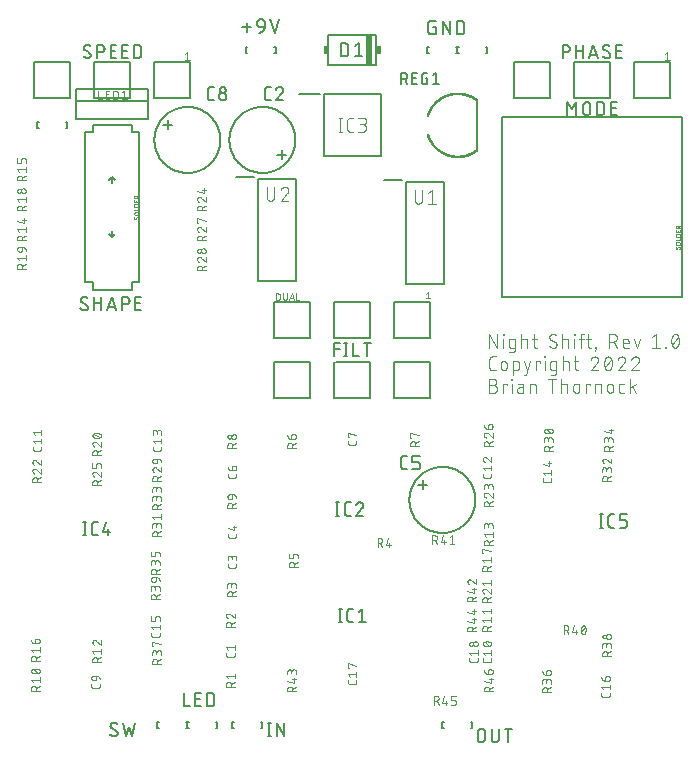
<source format=gbr>
G04 EAGLE Gerber RS-274X export*
G75*
%MOMM*%
%FSLAX34Y34*%
%LPD*%
%INSilkscreen Top*%
%IPPOS*%
%AMOC8*
5,1,8,0,0,1.08239X$1,22.5*%
G01*
%ADD10C,0.101600*%
%ADD11C,0.152400*%
%ADD12C,0.127000*%
%ADD13C,0.076200*%
%ADD14R,0.508000X2.540000*%
%ADD15R,0.381000X0.762000*%
%ADD16C,0.015238*%
%ADD17C,0.025400*%
%ADD18C,0.200000*%
%ADD19C,0.050800*%


D10*
X408178Y484378D02*
X408178Y496062D01*
X414669Y484378D01*
X414669Y496062D01*
X419806Y492167D02*
X419806Y484378D01*
X419481Y495413D02*
X419481Y496062D01*
X420130Y496062D01*
X420130Y495413D01*
X419481Y495413D01*
X426336Y484378D02*
X429582Y484378D01*
X426336Y484378D02*
X426249Y484380D01*
X426161Y484386D01*
X426075Y484396D01*
X425988Y484409D01*
X425903Y484427D01*
X425818Y484448D01*
X425734Y484473D01*
X425652Y484502D01*
X425571Y484535D01*
X425491Y484571D01*
X425413Y484610D01*
X425337Y484654D01*
X425263Y484700D01*
X425192Y484750D01*
X425122Y484803D01*
X425055Y484859D01*
X424991Y484918D01*
X424929Y484980D01*
X424870Y485044D01*
X424814Y485111D01*
X424761Y485181D01*
X424711Y485252D01*
X424665Y485326D01*
X424621Y485402D01*
X424582Y485480D01*
X424546Y485560D01*
X424513Y485641D01*
X424484Y485723D01*
X424459Y485807D01*
X424438Y485892D01*
X424420Y485977D01*
X424407Y486064D01*
X424397Y486150D01*
X424391Y486238D01*
X424389Y486325D01*
X424389Y490220D01*
X424391Y490307D01*
X424397Y490395D01*
X424407Y490481D01*
X424420Y490568D01*
X424438Y490653D01*
X424459Y490738D01*
X424484Y490822D01*
X424513Y490904D01*
X424546Y490985D01*
X424582Y491065D01*
X424621Y491143D01*
X424665Y491219D01*
X424711Y491293D01*
X424761Y491364D01*
X424814Y491434D01*
X424870Y491501D01*
X424929Y491565D01*
X424991Y491627D01*
X425055Y491686D01*
X425122Y491742D01*
X425192Y491795D01*
X425263Y491845D01*
X425337Y491891D01*
X425413Y491935D01*
X425491Y491974D01*
X425571Y492010D01*
X425652Y492043D01*
X425734Y492072D01*
X425818Y492097D01*
X425903Y492118D01*
X425988Y492136D01*
X426075Y492149D01*
X426161Y492159D01*
X426249Y492165D01*
X426336Y492167D01*
X429582Y492167D01*
X429582Y482431D01*
X429580Y482344D01*
X429574Y482256D01*
X429564Y482170D01*
X429551Y482083D01*
X429533Y481998D01*
X429512Y481913D01*
X429487Y481829D01*
X429458Y481747D01*
X429425Y481666D01*
X429389Y481586D01*
X429350Y481508D01*
X429306Y481432D01*
X429260Y481358D01*
X429210Y481287D01*
X429157Y481217D01*
X429101Y481150D01*
X429042Y481086D01*
X428981Y481024D01*
X428916Y480965D01*
X428849Y480909D01*
X428779Y480856D01*
X428708Y480806D01*
X428634Y480760D01*
X428558Y480716D01*
X428480Y480677D01*
X428400Y480641D01*
X428319Y480608D01*
X428237Y480579D01*
X428153Y480554D01*
X428068Y480533D01*
X427983Y480515D01*
X427896Y480502D01*
X427810Y480492D01*
X427722Y480486D01*
X427635Y480484D01*
X427635Y480483D02*
X425038Y480483D01*
X435116Y484378D02*
X435116Y496062D01*
X435116Y492167D02*
X438362Y492167D01*
X438449Y492165D01*
X438537Y492159D01*
X438623Y492149D01*
X438710Y492136D01*
X438795Y492118D01*
X438880Y492097D01*
X438964Y492072D01*
X439046Y492043D01*
X439127Y492010D01*
X439207Y491974D01*
X439285Y491935D01*
X439361Y491891D01*
X439435Y491845D01*
X439506Y491795D01*
X439576Y491742D01*
X439643Y491686D01*
X439707Y491627D01*
X439769Y491566D01*
X439828Y491501D01*
X439884Y491434D01*
X439937Y491364D01*
X439987Y491293D01*
X440033Y491219D01*
X440077Y491143D01*
X440116Y491065D01*
X440152Y490985D01*
X440185Y490904D01*
X440214Y490822D01*
X440239Y490738D01*
X440260Y490653D01*
X440278Y490568D01*
X440291Y490481D01*
X440301Y490395D01*
X440307Y490307D01*
X440309Y490220D01*
X440309Y484378D01*
X444436Y492167D02*
X448330Y492167D01*
X445734Y496062D02*
X445734Y486325D01*
X445736Y486238D01*
X445742Y486150D01*
X445752Y486064D01*
X445765Y485977D01*
X445783Y485892D01*
X445804Y485807D01*
X445829Y485723D01*
X445858Y485641D01*
X445891Y485560D01*
X445927Y485480D01*
X445966Y485402D01*
X446010Y485326D01*
X446056Y485252D01*
X446106Y485181D01*
X446159Y485111D01*
X446215Y485044D01*
X446274Y484980D01*
X446336Y484918D01*
X446400Y484859D01*
X446467Y484803D01*
X446537Y484750D01*
X446608Y484700D01*
X446682Y484654D01*
X446758Y484610D01*
X446836Y484571D01*
X446916Y484535D01*
X446997Y484502D01*
X447079Y484473D01*
X447163Y484448D01*
X447248Y484427D01*
X447333Y484409D01*
X447420Y484396D01*
X447506Y484386D01*
X447594Y484380D01*
X447681Y484378D01*
X448330Y484378D01*
X462365Y484378D02*
X462464Y484380D01*
X462564Y484386D01*
X462663Y484395D01*
X462761Y484408D01*
X462859Y484425D01*
X462957Y484446D01*
X463053Y484471D01*
X463148Y484499D01*
X463242Y484531D01*
X463335Y484566D01*
X463427Y484605D01*
X463517Y484648D01*
X463605Y484693D01*
X463692Y484743D01*
X463776Y484795D01*
X463859Y484851D01*
X463939Y484909D01*
X464017Y484971D01*
X464092Y485036D01*
X464165Y485104D01*
X464235Y485174D01*
X464303Y485247D01*
X464368Y485322D01*
X464430Y485400D01*
X464488Y485480D01*
X464544Y485563D01*
X464596Y485647D01*
X464646Y485734D01*
X464691Y485822D01*
X464734Y485912D01*
X464773Y486004D01*
X464808Y486097D01*
X464840Y486191D01*
X464868Y486286D01*
X464893Y486382D01*
X464914Y486480D01*
X464931Y486578D01*
X464944Y486676D01*
X464953Y486775D01*
X464959Y486875D01*
X464961Y486974D01*
X462365Y484378D02*
X462221Y484380D01*
X462076Y484386D01*
X461932Y484395D01*
X461789Y484408D01*
X461645Y484425D01*
X461502Y484446D01*
X461360Y484471D01*
X461219Y484499D01*
X461078Y484531D01*
X460938Y484567D01*
X460799Y484606D01*
X460661Y484649D01*
X460525Y484696D01*
X460389Y484746D01*
X460255Y484800D01*
X460123Y484857D01*
X459992Y484918D01*
X459863Y484982D01*
X459735Y485050D01*
X459609Y485120D01*
X459485Y485195D01*
X459364Y485272D01*
X459244Y485353D01*
X459126Y485436D01*
X459011Y485523D01*
X458898Y485613D01*
X458787Y485706D01*
X458679Y485801D01*
X458573Y485900D01*
X458470Y486001D01*
X458795Y493466D02*
X458797Y493565D01*
X458803Y493665D01*
X458812Y493764D01*
X458825Y493862D01*
X458842Y493960D01*
X458863Y494058D01*
X458888Y494154D01*
X458916Y494249D01*
X458948Y494343D01*
X458983Y494436D01*
X459022Y494528D01*
X459065Y494618D01*
X459110Y494706D01*
X459160Y494793D01*
X459212Y494877D01*
X459268Y494960D01*
X459326Y495040D01*
X459388Y495118D01*
X459453Y495193D01*
X459521Y495266D01*
X459591Y495336D01*
X459664Y495404D01*
X459739Y495469D01*
X459817Y495531D01*
X459897Y495589D01*
X459980Y495645D01*
X460064Y495697D01*
X460151Y495747D01*
X460239Y495792D01*
X460329Y495835D01*
X460421Y495874D01*
X460514Y495909D01*
X460608Y495941D01*
X460703Y495969D01*
X460800Y495994D01*
X460897Y496015D01*
X460995Y496032D01*
X461093Y496045D01*
X461192Y496054D01*
X461292Y496060D01*
X461391Y496062D01*
X461527Y496060D01*
X461663Y496054D01*
X461799Y496045D01*
X461935Y496032D01*
X462070Y496014D01*
X462204Y495994D01*
X462338Y495969D01*
X462472Y495941D01*
X462604Y495908D01*
X462735Y495873D01*
X462866Y495833D01*
X462995Y495790D01*
X463123Y495744D01*
X463249Y495693D01*
X463375Y495640D01*
X463498Y495582D01*
X463620Y495522D01*
X463740Y495458D01*
X463859Y495390D01*
X463975Y495320D01*
X464089Y495246D01*
X464202Y495169D01*
X464312Y495088D01*
X460092Y491194D02*
X460006Y491247D01*
X459922Y491304D01*
X459840Y491363D01*
X459760Y491426D01*
X459683Y491492D01*
X459608Y491560D01*
X459536Y491632D01*
X459467Y491706D01*
X459401Y491783D01*
X459338Y491862D01*
X459278Y491944D01*
X459221Y492028D01*
X459167Y492114D01*
X459117Y492202D01*
X459070Y492292D01*
X459026Y492383D01*
X458987Y492477D01*
X458950Y492571D01*
X458918Y492667D01*
X458889Y492765D01*
X458864Y492863D01*
X458843Y492962D01*
X458825Y493062D01*
X458812Y493162D01*
X458802Y493263D01*
X458796Y493365D01*
X458794Y493466D01*
X463663Y489246D02*
X463749Y489193D01*
X463833Y489136D01*
X463915Y489077D01*
X463995Y489014D01*
X464072Y488948D01*
X464147Y488880D01*
X464219Y488808D01*
X464288Y488734D01*
X464354Y488657D01*
X464417Y488578D01*
X464477Y488496D01*
X464534Y488412D01*
X464588Y488326D01*
X464638Y488238D01*
X464685Y488148D01*
X464729Y488057D01*
X464768Y487963D01*
X464805Y487869D01*
X464837Y487773D01*
X464866Y487675D01*
X464891Y487577D01*
X464912Y487478D01*
X464930Y487378D01*
X464943Y487278D01*
X464953Y487177D01*
X464959Y487075D01*
X464961Y486974D01*
X463663Y489246D02*
X460093Y491194D01*
X469787Y496062D02*
X469787Y484378D01*
X469787Y492167D02*
X473033Y492167D01*
X473120Y492165D01*
X473208Y492159D01*
X473294Y492149D01*
X473381Y492136D01*
X473466Y492118D01*
X473551Y492097D01*
X473635Y492072D01*
X473717Y492043D01*
X473798Y492010D01*
X473878Y491974D01*
X473956Y491935D01*
X474032Y491891D01*
X474106Y491845D01*
X474177Y491795D01*
X474247Y491742D01*
X474314Y491686D01*
X474378Y491627D01*
X474440Y491566D01*
X474499Y491501D01*
X474555Y491434D01*
X474608Y491364D01*
X474658Y491293D01*
X474704Y491219D01*
X474748Y491143D01*
X474787Y491065D01*
X474823Y490985D01*
X474856Y490904D01*
X474885Y490822D01*
X474910Y490738D01*
X474931Y490653D01*
X474949Y490568D01*
X474962Y490481D01*
X474972Y490395D01*
X474978Y490307D01*
X474980Y490220D01*
X474980Y484378D01*
X480003Y484378D02*
X480003Y492167D01*
X479679Y495413D02*
X479679Y496062D01*
X480328Y496062D01*
X480328Y495413D01*
X479679Y495413D01*
X485272Y494115D02*
X485272Y484378D01*
X485273Y494115D02*
X485275Y494202D01*
X485281Y494290D01*
X485291Y494376D01*
X485304Y494463D01*
X485322Y494548D01*
X485343Y494633D01*
X485368Y494717D01*
X485397Y494799D01*
X485430Y494880D01*
X485466Y494960D01*
X485505Y495038D01*
X485549Y495114D01*
X485595Y495188D01*
X485645Y495259D01*
X485698Y495329D01*
X485754Y495396D01*
X485813Y495460D01*
X485874Y495522D01*
X485939Y495581D01*
X486006Y495637D01*
X486076Y495690D01*
X486147Y495740D01*
X486221Y495786D01*
X486297Y495830D01*
X486375Y495869D01*
X486455Y495905D01*
X486536Y495938D01*
X486618Y495967D01*
X486702Y495992D01*
X486787Y496013D01*
X486872Y496031D01*
X486959Y496044D01*
X487045Y496054D01*
X487133Y496060D01*
X487220Y496062D01*
X487869Y496062D01*
X487869Y492167D02*
X483974Y492167D01*
X490156Y492167D02*
X494050Y492167D01*
X491454Y496062D02*
X491454Y486325D01*
X491456Y486238D01*
X491462Y486150D01*
X491472Y486064D01*
X491485Y485977D01*
X491503Y485892D01*
X491524Y485807D01*
X491549Y485723D01*
X491578Y485641D01*
X491611Y485560D01*
X491647Y485480D01*
X491686Y485402D01*
X491730Y485326D01*
X491776Y485252D01*
X491826Y485181D01*
X491879Y485111D01*
X491935Y485044D01*
X491994Y484980D01*
X492056Y484918D01*
X492120Y484859D01*
X492187Y484803D01*
X492257Y484750D01*
X492328Y484700D01*
X492402Y484654D01*
X492478Y484610D01*
X492556Y484571D01*
X492636Y484535D01*
X492717Y484502D01*
X492799Y484473D01*
X492883Y484448D01*
X492968Y484427D01*
X493053Y484409D01*
X493140Y484396D01*
X493226Y484386D01*
X493314Y484380D01*
X493401Y484378D01*
X494050Y484378D01*
X497924Y484378D02*
X498573Y484378D01*
X497924Y484378D02*
X497924Y485027D01*
X498573Y485027D01*
X498573Y484378D01*
X497599Y481782D01*
X509597Y484378D02*
X509597Y496062D01*
X512843Y496062D01*
X512956Y496060D01*
X513069Y496054D01*
X513182Y496044D01*
X513295Y496030D01*
X513407Y496013D01*
X513518Y495991D01*
X513628Y495966D01*
X513738Y495936D01*
X513846Y495903D01*
X513953Y495866D01*
X514059Y495826D01*
X514163Y495781D01*
X514266Y495733D01*
X514367Y495682D01*
X514466Y495627D01*
X514563Y495569D01*
X514658Y495507D01*
X514751Y495442D01*
X514841Y495374D01*
X514929Y495303D01*
X515015Y495228D01*
X515098Y495151D01*
X515178Y495071D01*
X515255Y494988D01*
X515330Y494902D01*
X515401Y494814D01*
X515469Y494724D01*
X515534Y494631D01*
X515596Y494536D01*
X515654Y494439D01*
X515709Y494340D01*
X515760Y494239D01*
X515808Y494136D01*
X515853Y494032D01*
X515893Y493926D01*
X515930Y493819D01*
X515963Y493711D01*
X515993Y493601D01*
X516018Y493491D01*
X516040Y493380D01*
X516057Y493268D01*
X516071Y493155D01*
X516081Y493042D01*
X516087Y492929D01*
X516089Y492816D01*
X516087Y492703D01*
X516081Y492590D01*
X516071Y492477D01*
X516057Y492364D01*
X516040Y492252D01*
X516018Y492141D01*
X515993Y492031D01*
X515963Y491921D01*
X515930Y491813D01*
X515893Y491706D01*
X515853Y491600D01*
X515808Y491496D01*
X515760Y491393D01*
X515709Y491292D01*
X515654Y491193D01*
X515596Y491096D01*
X515534Y491001D01*
X515469Y490908D01*
X515401Y490818D01*
X515330Y490730D01*
X515255Y490644D01*
X515178Y490561D01*
X515098Y490481D01*
X515015Y490404D01*
X514929Y490329D01*
X514841Y490258D01*
X514751Y490190D01*
X514658Y490125D01*
X514563Y490063D01*
X514466Y490005D01*
X514367Y489950D01*
X514266Y489899D01*
X514163Y489851D01*
X514059Y489806D01*
X513953Y489766D01*
X513846Y489729D01*
X513738Y489696D01*
X513628Y489666D01*
X513518Y489641D01*
X513407Y489619D01*
X513295Y489602D01*
X513182Y489588D01*
X513069Y489578D01*
X512956Y489572D01*
X512843Y489570D01*
X512843Y489571D02*
X509597Y489571D01*
X513492Y489571D02*
X516088Y484378D01*
X522788Y484378D02*
X526034Y484378D01*
X522788Y484378D02*
X522701Y484380D01*
X522613Y484386D01*
X522527Y484396D01*
X522440Y484409D01*
X522355Y484427D01*
X522270Y484448D01*
X522186Y484473D01*
X522104Y484502D01*
X522023Y484535D01*
X521943Y484571D01*
X521865Y484610D01*
X521789Y484654D01*
X521715Y484700D01*
X521644Y484750D01*
X521574Y484803D01*
X521507Y484859D01*
X521443Y484918D01*
X521381Y484980D01*
X521322Y485044D01*
X521266Y485111D01*
X521213Y485181D01*
X521163Y485252D01*
X521117Y485326D01*
X521073Y485402D01*
X521034Y485480D01*
X520998Y485560D01*
X520965Y485641D01*
X520936Y485723D01*
X520911Y485807D01*
X520890Y485892D01*
X520872Y485977D01*
X520859Y486064D01*
X520849Y486150D01*
X520843Y486238D01*
X520841Y486325D01*
X520841Y489571D01*
X520843Y489672D01*
X520849Y489772D01*
X520859Y489872D01*
X520872Y489972D01*
X520890Y490071D01*
X520911Y490170D01*
X520936Y490267D01*
X520965Y490364D01*
X520998Y490459D01*
X521034Y490553D01*
X521074Y490645D01*
X521117Y490736D01*
X521164Y490825D01*
X521214Y490912D01*
X521268Y490998D01*
X521325Y491081D01*
X521385Y491161D01*
X521448Y491240D01*
X521515Y491316D01*
X521584Y491389D01*
X521656Y491459D01*
X521730Y491527D01*
X521807Y491592D01*
X521887Y491653D01*
X521969Y491712D01*
X522053Y491767D01*
X522139Y491819D01*
X522227Y491868D01*
X522317Y491913D01*
X522409Y491955D01*
X522502Y491993D01*
X522597Y492027D01*
X522692Y492058D01*
X522789Y492085D01*
X522887Y492108D01*
X522986Y492128D01*
X523086Y492143D01*
X523186Y492155D01*
X523286Y492163D01*
X523387Y492167D01*
X523487Y492167D01*
X523588Y492163D01*
X523688Y492155D01*
X523788Y492143D01*
X523888Y492128D01*
X523987Y492108D01*
X524085Y492085D01*
X524182Y492058D01*
X524277Y492027D01*
X524372Y491993D01*
X524465Y491955D01*
X524557Y491913D01*
X524647Y491868D01*
X524735Y491819D01*
X524821Y491767D01*
X524905Y491712D01*
X524987Y491653D01*
X525067Y491592D01*
X525144Y491527D01*
X525218Y491459D01*
X525290Y491389D01*
X525359Y491316D01*
X525426Y491240D01*
X525489Y491161D01*
X525549Y491081D01*
X525606Y490998D01*
X525660Y490912D01*
X525710Y490825D01*
X525757Y490736D01*
X525800Y490645D01*
X525840Y490553D01*
X525876Y490459D01*
X525909Y490364D01*
X525938Y490267D01*
X525963Y490170D01*
X525984Y490071D01*
X526002Y489972D01*
X526015Y489872D01*
X526025Y489772D01*
X526031Y489672D01*
X526033Y489571D01*
X526034Y489571D02*
X526034Y488273D01*
X520841Y488273D01*
X530366Y492167D02*
X532962Y484378D01*
X535559Y492167D01*
X546100Y493466D02*
X549345Y496062D01*
X549345Y484378D01*
X546100Y484378D02*
X552591Y484378D01*
X557022Y484378D02*
X557022Y485027D01*
X557671Y485027D01*
X557671Y484378D01*
X557022Y484378D01*
X562102Y490220D02*
X562105Y490450D01*
X562113Y490680D01*
X562127Y490909D01*
X562146Y491138D01*
X562171Y491367D01*
X562201Y491594D01*
X562236Y491822D01*
X562277Y492048D01*
X562323Y492273D01*
X562375Y492497D01*
X562432Y492719D01*
X562494Y492941D01*
X562562Y493160D01*
X562635Y493378D01*
X562713Y493595D01*
X562796Y493809D01*
X562884Y494021D01*
X562977Y494231D01*
X563076Y494439D01*
X563075Y494439D02*
X563108Y494529D01*
X563144Y494618D01*
X563184Y494706D01*
X563228Y494791D01*
X563275Y494875D01*
X563325Y494957D01*
X563379Y495037D01*
X563435Y495114D01*
X563495Y495190D01*
X563558Y495263D01*
X563623Y495333D01*
X563692Y495401D01*
X563763Y495465D01*
X563836Y495527D01*
X563912Y495586D01*
X563990Y495642D01*
X564071Y495695D01*
X564153Y495744D01*
X564237Y495790D01*
X564324Y495833D01*
X564411Y495872D01*
X564501Y495908D01*
X564591Y495940D01*
X564683Y495968D01*
X564776Y495993D01*
X564870Y496014D01*
X564964Y496031D01*
X565059Y496045D01*
X565155Y496054D01*
X565251Y496060D01*
X565347Y496062D01*
X565443Y496060D01*
X565539Y496054D01*
X565635Y496045D01*
X565730Y496031D01*
X565824Y496014D01*
X565918Y495993D01*
X566011Y495968D01*
X566103Y495940D01*
X566193Y495908D01*
X566283Y495872D01*
X566370Y495833D01*
X566457Y495790D01*
X566541Y495744D01*
X566623Y495695D01*
X566704Y495642D01*
X566782Y495586D01*
X566858Y495527D01*
X566931Y495465D01*
X567002Y495401D01*
X567071Y495333D01*
X567136Y495263D01*
X567199Y495190D01*
X567259Y495114D01*
X567315Y495037D01*
X567369Y494957D01*
X567419Y494875D01*
X567466Y494791D01*
X567510Y494706D01*
X567550Y494618D01*
X567586Y494529D01*
X567619Y494439D01*
X567718Y494232D01*
X567811Y494022D01*
X567899Y493809D01*
X567982Y493595D01*
X568060Y493379D01*
X568133Y493161D01*
X568201Y492941D01*
X568263Y492720D01*
X568320Y492497D01*
X568372Y492273D01*
X568418Y492048D01*
X568459Y491822D01*
X568494Y491595D01*
X568524Y491367D01*
X568549Y491138D01*
X568568Y490909D01*
X568582Y490680D01*
X568590Y490450D01*
X568593Y490220D01*
X562101Y490220D02*
X562104Y489990D01*
X562112Y489760D01*
X562126Y489531D01*
X562145Y489302D01*
X562170Y489073D01*
X562200Y488845D01*
X562235Y488618D01*
X562276Y488392D01*
X562322Y488167D01*
X562374Y487943D01*
X562431Y487720D01*
X562493Y487499D01*
X562561Y487279D01*
X562634Y487061D01*
X562712Y486845D01*
X562795Y486631D01*
X562883Y486419D01*
X562976Y486208D01*
X563075Y486001D01*
X563108Y485911D01*
X563144Y485822D01*
X563185Y485734D01*
X563228Y485649D01*
X563275Y485565D01*
X563325Y485483D01*
X563379Y485403D01*
X563435Y485326D01*
X563495Y485250D01*
X563558Y485177D01*
X563623Y485107D01*
X563692Y485039D01*
X563763Y484975D01*
X563836Y484913D01*
X563912Y484854D01*
X563990Y484798D01*
X564071Y484745D01*
X564153Y484696D01*
X564237Y484650D01*
X564324Y484607D01*
X564411Y484568D01*
X564501Y484532D01*
X564591Y484500D01*
X564683Y484472D01*
X564776Y484447D01*
X564870Y484426D01*
X564964Y484409D01*
X565059Y484395D01*
X565155Y484386D01*
X565251Y484380D01*
X565347Y484378D01*
X567619Y486001D02*
X567718Y486208D01*
X567811Y486419D01*
X567899Y486631D01*
X567982Y486845D01*
X568060Y487061D01*
X568133Y487279D01*
X568201Y487499D01*
X568263Y487720D01*
X568320Y487943D01*
X568372Y488167D01*
X568418Y488392D01*
X568459Y488618D01*
X568494Y488845D01*
X568524Y489073D01*
X568549Y489302D01*
X568568Y489531D01*
X568582Y489760D01*
X568590Y489990D01*
X568593Y490220D01*
X567619Y486001D02*
X567586Y485911D01*
X567550Y485822D01*
X567510Y485734D01*
X567466Y485649D01*
X567419Y485565D01*
X567369Y485483D01*
X567315Y485403D01*
X567259Y485326D01*
X567199Y485250D01*
X567136Y485177D01*
X567071Y485107D01*
X567002Y485039D01*
X566931Y484975D01*
X566858Y484913D01*
X566782Y484854D01*
X566704Y484798D01*
X566623Y484745D01*
X566541Y484696D01*
X566457Y484650D01*
X566370Y484607D01*
X566283Y484568D01*
X566193Y484532D01*
X566103Y484500D01*
X566011Y484472D01*
X565918Y484447D01*
X565824Y484426D01*
X565730Y484409D01*
X565635Y484395D01*
X565539Y484386D01*
X565443Y484380D01*
X565347Y484378D01*
X562751Y486974D02*
X567944Y493466D01*
X413371Y465328D02*
X410774Y465328D01*
X410675Y465330D01*
X410575Y465336D01*
X410476Y465345D01*
X410378Y465358D01*
X410280Y465375D01*
X410182Y465396D01*
X410086Y465421D01*
X409991Y465449D01*
X409897Y465481D01*
X409804Y465516D01*
X409712Y465555D01*
X409622Y465598D01*
X409534Y465643D01*
X409447Y465693D01*
X409363Y465745D01*
X409280Y465801D01*
X409200Y465859D01*
X409122Y465921D01*
X409047Y465986D01*
X408974Y466054D01*
X408904Y466124D01*
X408836Y466197D01*
X408771Y466272D01*
X408709Y466350D01*
X408651Y466430D01*
X408595Y466513D01*
X408543Y466597D01*
X408493Y466684D01*
X408448Y466772D01*
X408405Y466862D01*
X408366Y466954D01*
X408331Y467047D01*
X408299Y467141D01*
X408271Y467236D01*
X408246Y467332D01*
X408225Y467430D01*
X408208Y467528D01*
X408195Y467626D01*
X408186Y467725D01*
X408180Y467825D01*
X408178Y467924D01*
X408178Y474416D01*
X408180Y474515D01*
X408186Y474615D01*
X408195Y474714D01*
X408208Y474812D01*
X408225Y474910D01*
X408246Y475008D01*
X408271Y475104D01*
X408299Y475199D01*
X408331Y475293D01*
X408366Y475386D01*
X408405Y475478D01*
X408448Y475568D01*
X408493Y475656D01*
X408543Y475743D01*
X408595Y475827D01*
X408651Y475910D01*
X408709Y475990D01*
X408771Y476068D01*
X408836Y476143D01*
X408904Y476216D01*
X408974Y476286D01*
X409047Y476354D01*
X409122Y476419D01*
X409200Y476481D01*
X409280Y476539D01*
X409363Y476595D01*
X409447Y476647D01*
X409534Y476697D01*
X409622Y476742D01*
X409712Y476785D01*
X409804Y476824D01*
X409896Y476859D01*
X409991Y476891D01*
X410086Y476919D01*
X410182Y476944D01*
X410280Y476965D01*
X410378Y476982D01*
X410476Y476995D01*
X410575Y477004D01*
X410675Y477010D01*
X410774Y477012D01*
X413371Y477012D01*
X417623Y470521D02*
X417623Y467924D01*
X417624Y470521D02*
X417626Y470622D01*
X417632Y470722D01*
X417642Y470822D01*
X417655Y470922D01*
X417673Y471021D01*
X417694Y471120D01*
X417719Y471217D01*
X417748Y471314D01*
X417781Y471409D01*
X417817Y471503D01*
X417857Y471595D01*
X417900Y471686D01*
X417947Y471775D01*
X417997Y471862D01*
X418051Y471948D01*
X418108Y472031D01*
X418168Y472111D01*
X418231Y472190D01*
X418298Y472266D01*
X418367Y472339D01*
X418439Y472409D01*
X418513Y472477D01*
X418590Y472542D01*
X418670Y472603D01*
X418752Y472662D01*
X418836Y472717D01*
X418922Y472769D01*
X419010Y472818D01*
X419100Y472863D01*
X419192Y472905D01*
X419285Y472943D01*
X419380Y472977D01*
X419475Y473008D01*
X419572Y473035D01*
X419670Y473058D01*
X419769Y473078D01*
X419869Y473093D01*
X419969Y473105D01*
X420069Y473113D01*
X420170Y473117D01*
X420270Y473117D01*
X420371Y473113D01*
X420471Y473105D01*
X420571Y473093D01*
X420671Y473078D01*
X420770Y473058D01*
X420868Y473035D01*
X420965Y473008D01*
X421060Y472977D01*
X421155Y472943D01*
X421248Y472905D01*
X421340Y472863D01*
X421430Y472818D01*
X421518Y472769D01*
X421604Y472717D01*
X421688Y472662D01*
X421770Y472603D01*
X421850Y472542D01*
X421927Y472477D01*
X422001Y472409D01*
X422073Y472339D01*
X422142Y472266D01*
X422209Y472190D01*
X422272Y472111D01*
X422332Y472031D01*
X422389Y471948D01*
X422443Y471862D01*
X422493Y471775D01*
X422540Y471686D01*
X422583Y471595D01*
X422623Y471503D01*
X422659Y471409D01*
X422692Y471314D01*
X422721Y471217D01*
X422746Y471120D01*
X422767Y471021D01*
X422785Y470922D01*
X422798Y470822D01*
X422808Y470722D01*
X422814Y470622D01*
X422816Y470521D01*
X422816Y467924D01*
X422814Y467823D01*
X422808Y467723D01*
X422798Y467623D01*
X422785Y467523D01*
X422767Y467424D01*
X422746Y467325D01*
X422721Y467228D01*
X422692Y467131D01*
X422659Y467036D01*
X422623Y466942D01*
X422583Y466850D01*
X422540Y466759D01*
X422493Y466670D01*
X422443Y466583D01*
X422389Y466497D01*
X422332Y466414D01*
X422272Y466334D01*
X422209Y466255D01*
X422142Y466179D01*
X422073Y466106D01*
X422001Y466036D01*
X421927Y465968D01*
X421850Y465903D01*
X421770Y465842D01*
X421688Y465783D01*
X421604Y465728D01*
X421518Y465676D01*
X421430Y465627D01*
X421340Y465582D01*
X421248Y465540D01*
X421155Y465502D01*
X421060Y465468D01*
X420965Y465437D01*
X420868Y465410D01*
X420770Y465387D01*
X420671Y465367D01*
X420571Y465352D01*
X420471Y465340D01*
X420371Y465332D01*
X420270Y465328D01*
X420170Y465328D01*
X420069Y465332D01*
X419969Y465340D01*
X419869Y465352D01*
X419769Y465367D01*
X419670Y465387D01*
X419572Y465410D01*
X419475Y465437D01*
X419380Y465468D01*
X419285Y465502D01*
X419192Y465540D01*
X419100Y465582D01*
X419010Y465627D01*
X418922Y465676D01*
X418836Y465728D01*
X418752Y465783D01*
X418670Y465842D01*
X418590Y465903D01*
X418513Y465968D01*
X418439Y466036D01*
X418367Y466106D01*
X418298Y466179D01*
X418231Y466255D01*
X418168Y466334D01*
X418108Y466414D01*
X418051Y466497D01*
X417997Y466583D01*
X417947Y466670D01*
X417900Y466759D01*
X417857Y466850D01*
X417817Y466942D01*
X417781Y467036D01*
X417748Y467131D01*
X417719Y467228D01*
X417694Y467325D01*
X417673Y467424D01*
X417655Y467523D01*
X417642Y467623D01*
X417632Y467723D01*
X417626Y467823D01*
X417624Y467924D01*
X427969Y473117D02*
X427969Y461433D01*
X427969Y473117D02*
X431215Y473117D01*
X431302Y473115D01*
X431390Y473109D01*
X431476Y473099D01*
X431563Y473086D01*
X431648Y473068D01*
X431733Y473047D01*
X431817Y473022D01*
X431899Y472993D01*
X431980Y472960D01*
X432060Y472924D01*
X432138Y472885D01*
X432214Y472841D01*
X432288Y472795D01*
X432359Y472745D01*
X432429Y472692D01*
X432496Y472636D01*
X432560Y472577D01*
X432622Y472516D01*
X432681Y472451D01*
X432737Y472384D01*
X432790Y472314D01*
X432840Y472243D01*
X432886Y472169D01*
X432930Y472093D01*
X432969Y472015D01*
X433005Y471935D01*
X433038Y471854D01*
X433067Y471772D01*
X433092Y471688D01*
X433113Y471603D01*
X433131Y471518D01*
X433144Y471431D01*
X433154Y471345D01*
X433160Y471257D01*
X433162Y471170D01*
X433162Y467275D01*
X433160Y467188D01*
X433154Y467100D01*
X433144Y467014D01*
X433131Y466927D01*
X433113Y466842D01*
X433092Y466757D01*
X433067Y466673D01*
X433038Y466591D01*
X433005Y466510D01*
X432969Y466430D01*
X432930Y466352D01*
X432886Y466276D01*
X432840Y466202D01*
X432790Y466131D01*
X432737Y466061D01*
X432681Y465994D01*
X432622Y465930D01*
X432560Y465868D01*
X432496Y465809D01*
X432429Y465753D01*
X432359Y465700D01*
X432288Y465650D01*
X432214Y465604D01*
X432138Y465560D01*
X432060Y465521D01*
X431980Y465485D01*
X431899Y465452D01*
X431817Y465423D01*
X431733Y465398D01*
X431648Y465377D01*
X431563Y465359D01*
X431476Y465346D01*
X431390Y465336D01*
X431302Y465330D01*
X431215Y465328D01*
X427969Y465328D01*
X437435Y461433D02*
X438734Y461433D01*
X442628Y473117D01*
X437435Y473117D02*
X440032Y465328D01*
X447408Y465328D02*
X447408Y473117D01*
X451302Y473117D01*
X451302Y471819D01*
X454891Y473117D02*
X454891Y465328D01*
X454566Y476363D02*
X454566Y477012D01*
X455215Y477012D01*
X455215Y476363D01*
X454566Y476363D01*
X461422Y465328D02*
X464667Y465328D01*
X461422Y465328D02*
X461335Y465330D01*
X461247Y465336D01*
X461161Y465346D01*
X461074Y465359D01*
X460989Y465377D01*
X460904Y465398D01*
X460820Y465423D01*
X460738Y465452D01*
X460657Y465485D01*
X460577Y465521D01*
X460499Y465560D01*
X460423Y465604D01*
X460349Y465650D01*
X460278Y465700D01*
X460208Y465753D01*
X460141Y465809D01*
X460077Y465868D01*
X460015Y465930D01*
X459956Y465994D01*
X459900Y466061D01*
X459847Y466131D01*
X459797Y466202D01*
X459751Y466276D01*
X459707Y466352D01*
X459668Y466430D01*
X459632Y466510D01*
X459599Y466591D01*
X459570Y466673D01*
X459545Y466757D01*
X459524Y466842D01*
X459506Y466927D01*
X459493Y467014D01*
X459483Y467100D01*
X459477Y467188D01*
X459475Y467275D01*
X459474Y467275D02*
X459474Y471170D01*
X459475Y471170D02*
X459477Y471257D01*
X459483Y471345D01*
X459493Y471431D01*
X459506Y471518D01*
X459524Y471603D01*
X459545Y471688D01*
X459570Y471772D01*
X459599Y471854D01*
X459632Y471935D01*
X459668Y472015D01*
X459707Y472093D01*
X459751Y472169D01*
X459797Y472243D01*
X459847Y472314D01*
X459900Y472384D01*
X459956Y472451D01*
X460015Y472515D01*
X460077Y472577D01*
X460141Y472636D01*
X460208Y472692D01*
X460278Y472745D01*
X460349Y472795D01*
X460423Y472841D01*
X460499Y472885D01*
X460577Y472924D01*
X460657Y472960D01*
X460738Y472993D01*
X460820Y473022D01*
X460904Y473047D01*
X460989Y473068D01*
X461074Y473086D01*
X461161Y473099D01*
X461247Y473109D01*
X461335Y473115D01*
X461422Y473117D01*
X464667Y473117D01*
X464667Y463381D01*
X464665Y463294D01*
X464659Y463206D01*
X464649Y463120D01*
X464636Y463033D01*
X464618Y462948D01*
X464597Y462863D01*
X464572Y462779D01*
X464543Y462697D01*
X464510Y462616D01*
X464474Y462536D01*
X464435Y462458D01*
X464391Y462382D01*
X464345Y462308D01*
X464295Y462237D01*
X464242Y462167D01*
X464186Y462100D01*
X464127Y462036D01*
X464066Y461974D01*
X464001Y461915D01*
X463934Y461859D01*
X463864Y461806D01*
X463793Y461756D01*
X463719Y461710D01*
X463643Y461666D01*
X463565Y461627D01*
X463485Y461591D01*
X463404Y461558D01*
X463322Y461529D01*
X463238Y461504D01*
X463153Y461483D01*
X463068Y461465D01*
X462981Y461452D01*
X462895Y461442D01*
X462807Y461436D01*
X462720Y461434D01*
X462720Y461433D02*
X460123Y461433D01*
X470201Y465328D02*
X470201Y477012D01*
X470201Y473117D02*
X473447Y473117D01*
X473534Y473115D01*
X473622Y473109D01*
X473708Y473099D01*
X473795Y473086D01*
X473880Y473068D01*
X473965Y473047D01*
X474049Y473022D01*
X474131Y472993D01*
X474212Y472960D01*
X474292Y472924D01*
X474370Y472885D01*
X474446Y472841D01*
X474520Y472795D01*
X474591Y472745D01*
X474661Y472692D01*
X474728Y472636D01*
X474792Y472577D01*
X474854Y472516D01*
X474913Y472451D01*
X474969Y472384D01*
X475022Y472314D01*
X475072Y472243D01*
X475118Y472169D01*
X475162Y472093D01*
X475201Y472015D01*
X475237Y471935D01*
X475270Y471854D01*
X475299Y471772D01*
X475324Y471688D01*
X475345Y471603D01*
X475363Y471518D01*
X475376Y471431D01*
X475386Y471345D01*
X475392Y471257D01*
X475394Y471170D01*
X475394Y465328D01*
X479521Y473117D02*
X483416Y473117D01*
X480819Y477012D02*
X480819Y467275D01*
X480821Y467188D01*
X480827Y467100D01*
X480837Y467014D01*
X480850Y466927D01*
X480868Y466842D01*
X480889Y466757D01*
X480914Y466673D01*
X480943Y466591D01*
X480976Y466510D01*
X481012Y466430D01*
X481051Y466352D01*
X481095Y466276D01*
X481141Y466202D01*
X481191Y466131D01*
X481244Y466061D01*
X481300Y465994D01*
X481359Y465930D01*
X481421Y465868D01*
X481485Y465809D01*
X481552Y465753D01*
X481622Y465700D01*
X481693Y465650D01*
X481767Y465604D01*
X481843Y465560D01*
X481921Y465521D01*
X482001Y465485D01*
X482082Y465452D01*
X482164Y465423D01*
X482248Y465398D01*
X482333Y465377D01*
X482418Y465359D01*
X482505Y465346D01*
X482591Y465336D01*
X482679Y465330D01*
X482766Y465328D01*
X483416Y465328D01*
X497506Y477012D02*
X497613Y477010D01*
X497719Y477004D01*
X497825Y476994D01*
X497931Y476981D01*
X498037Y476963D01*
X498141Y476942D01*
X498245Y476917D01*
X498348Y476888D01*
X498449Y476856D01*
X498549Y476819D01*
X498648Y476779D01*
X498746Y476736D01*
X498842Y476689D01*
X498936Y476638D01*
X499028Y476584D01*
X499118Y476527D01*
X499206Y476467D01*
X499291Y476403D01*
X499374Y476336D01*
X499455Y476266D01*
X499533Y476194D01*
X499609Y476118D01*
X499681Y476040D01*
X499751Y475959D01*
X499818Y475876D01*
X499882Y475791D01*
X499942Y475703D01*
X499999Y475613D01*
X500053Y475521D01*
X500104Y475427D01*
X500151Y475331D01*
X500194Y475233D01*
X500234Y475134D01*
X500271Y475034D01*
X500303Y474933D01*
X500332Y474830D01*
X500357Y474726D01*
X500378Y474622D01*
X500396Y474516D01*
X500409Y474410D01*
X500419Y474304D01*
X500425Y474198D01*
X500427Y474091D01*
X497506Y477012D02*
X497385Y477010D01*
X497264Y477004D01*
X497144Y476994D01*
X497023Y476981D01*
X496904Y476963D01*
X496784Y476942D01*
X496666Y476917D01*
X496549Y476888D01*
X496432Y476855D01*
X496317Y476819D01*
X496203Y476778D01*
X496090Y476735D01*
X495978Y476687D01*
X495869Y476636D01*
X495761Y476581D01*
X495654Y476523D01*
X495550Y476462D01*
X495448Y476397D01*
X495348Y476329D01*
X495250Y476258D01*
X495154Y476184D01*
X495061Y476107D01*
X494971Y476026D01*
X494883Y475943D01*
X494798Y475857D01*
X494715Y475768D01*
X494636Y475677D01*
X494559Y475583D01*
X494486Y475487D01*
X494416Y475389D01*
X494349Y475288D01*
X494285Y475185D01*
X494225Y475080D01*
X494168Y474973D01*
X494114Y474865D01*
X494064Y474755D01*
X494018Y474643D01*
X493975Y474530D01*
X493936Y474415D01*
X499454Y471819D02*
X499533Y471896D01*
X499609Y471977D01*
X499682Y472060D01*
X499752Y472145D01*
X499819Y472233D01*
X499883Y472323D01*
X499943Y472415D01*
X500000Y472510D01*
X500054Y472606D01*
X500105Y472704D01*
X500152Y472804D01*
X500196Y472906D01*
X500236Y473009D01*
X500272Y473113D01*
X500304Y473219D01*
X500333Y473325D01*
X500358Y473433D01*
X500380Y473541D01*
X500397Y473651D01*
X500411Y473760D01*
X500420Y473870D01*
X500426Y473981D01*
X500428Y474091D01*
X499454Y471819D02*
X493936Y465328D01*
X500427Y465328D01*
X505367Y471170D02*
X505370Y471400D01*
X505378Y471630D01*
X505392Y471859D01*
X505411Y472088D01*
X505436Y472317D01*
X505466Y472544D01*
X505501Y472772D01*
X505542Y472998D01*
X505588Y473223D01*
X505640Y473447D01*
X505697Y473669D01*
X505759Y473891D01*
X505827Y474110D01*
X505900Y474328D01*
X505978Y474545D01*
X506061Y474759D01*
X506149Y474971D01*
X506242Y475181D01*
X506341Y475389D01*
X506340Y475389D02*
X506373Y475479D01*
X506409Y475568D01*
X506449Y475656D01*
X506493Y475741D01*
X506540Y475825D01*
X506590Y475907D01*
X506644Y475987D01*
X506700Y476064D01*
X506760Y476140D01*
X506823Y476213D01*
X506888Y476283D01*
X506957Y476351D01*
X507028Y476415D01*
X507101Y476477D01*
X507177Y476536D01*
X507255Y476592D01*
X507336Y476645D01*
X507418Y476694D01*
X507502Y476740D01*
X507589Y476783D01*
X507676Y476822D01*
X507766Y476858D01*
X507856Y476890D01*
X507948Y476918D01*
X508041Y476943D01*
X508135Y476964D01*
X508229Y476981D01*
X508324Y476995D01*
X508420Y477004D01*
X508516Y477010D01*
X508612Y477012D01*
X508708Y477010D01*
X508804Y477004D01*
X508900Y476995D01*
X508995Y476981D01*
X509089Y476964D01*
X509183Y476943D01*
X509276Y476918D01*
X509368Y476890D01*
X509458Y476858D01*
X509548Y476822D01*
X509635Y476783D01*
X509722Y476740D01*
X509806Y476694D01*
X509888Y476645D01*
X509969Y476592D01*
X510047Y476536D01*
X510123Y476477D01*
X510196Y476415D01*
X510267Y476351D01*
X510336Y476283D01*
X510401Y476213D01*
X510464Y476140D01*
X510524Y476064D01*
X510580Y475987D01*
X510634Y475907D01*
X510684Y475825D01*
X510731Y475741D01*
X510775Y475656D01*
X510815Y475568D01*
X510851Y475479D01*
X510884Y475389D01*
X510983Y475182D01*
X511076Y474972D01*
X511164Y474759D01*
X511247Y474545D01*
X511325Y474329D01*
X511398Y474111D01*
X511466Y473891D01*
X511528Y473670D01*
X511585Y473447D01*
X511637Y473223D01*
X511683Y472998D01*
X511724Y472772D01*
X511759Y472545D01*
X511789Y472317D01*
X511814Y472088D01*
X511833Y471859D01*
X511847Y471630D01*
X511855Y471400D01*
X511858Y471170D01*
X505366Y471170D02*
X505369Y470940D01*
X505377Y470710D01*
X505391Y470481D01*
X505410Y470252D01*
X505435Y470023D01*
X505465Y469795D01*
X505500Y469568D01*
X505541Y469342D01*
X505587Y469117D01*
X505639Y468893D01*
X505696Y468670D01*
X505758Y468449D01*
X505826Y468229D01*
X505899Y468011D01*
X505977Y467795D01*
X506060Y467581D01*
X506148Y467369D01*
X506241Y467158D01*
X506340Y466951D01*
X506373Y466861D01*
X506409Y466772D01*
X506450Y466684D01*
X506493Y466599D01*
X506540Y466515D01*
X506590Y466433D01*
X506644Y466353D01*
X506700Y466276D01*
X506760Y466200D01*
X506823Y466127D01*
X506888Y466057D01*
X506957Y465989D01*
X507028Y465925D01*
X507101Y465863D01*
X507177Y465804D01*
X507255Y465748D01*
X507336Y465695D01*
X507418Y465646D01*
X507502Y465600D01*
X507589Y465557D01*
X507676Y465518D01*
X507766Y465482D01*
X507856Y465450D01*
X507948Y465422D01*
X508041Y465397D01*
X508135Y465376D01*
X508229Y465359D01*
X508324Y465345D01*
X508420Y465336D01*
X508516Y465330D01*
X508612Y465328D01*
X510883Y466951D02*
X510982Y467158D01*
X511075Y467369D01*
X511163Y467581D01*
X511246Y467795D01*
X511324Y468011D01*
X511397Y468229D01*
X511465Y468449D01*
X511527Y468670D01*
X511584Y468893D01*
X511636Y469117D01*
X511682Y469342D01*
X511723Y469568D01*
X511758Y469795D01*
X511788Y470023D01*
X511813Y470252D01*
X511832Y470481D01*
X511846Y470710D01*
X511854Y470940D01*
X511857Y471170D01*
X510884Y466951D02*
X510851Y466861D01*
X510815Y466772D01*
X510775Y466684D01*
X510731Y466599D01*
X510684Y466515D01*
X510634Y466433D01*
X510580Y466353D01*
X510524Y466276D01*
X510464Y466200D01*
X510401Y466127D01*
X510336Y466057D01*
X510267Y465989D01*
X510196Y465925D01*
X510123Y465863D01*
X510047Y465804D01*
X509969Y465748D01*
X509888Y465695D01*
X509806Y465646D01*
X509722Y465600D01*
X509635Y465557D01*
X509548Y465518D01*
X509458Y465482D01*
X509368Y465450D01*
X509276Y465422D01*
X509183Y465397D01*
X509089Y465376D01*
X508995Y465359D01*
X508900Y465345D01*
X508804Y465336D01*
X508708Y465330D01*
X508612Y465328D01*
X506015Y467924D02*
X511208Y474416D01*
X520366Y477012D02*
X520473Y477010D01*
X520579Y477004D01*
X520685Y476994D01*
X520791Y476981D01*
X520897Y476963D01*
X521001Y476942D01*
X521105Y476917D01*
X521208Y476888D01*
X521309Y476856D01*
X521409Y476819D01*
X521508Y476779D01*
X521606Y476736D01*
X521702Y476689D01*
X521796Y476638D01*
X521888Y476584D01*
X521978Y476527D01*
X522066Y476467D01*
X522151Y476403D01*
X522234Y476336D01*
X522315Y476266D01*
X522393Y476194D01*
X522469Y476118D01*
X522541Y476040D01*
X522611Y475959D01*
X522678Y475876D01*
X522742Y475791D01*
X522802Y475703D01*
X522859Y475613D01*
X522913Y475521D01*
X522964Y475427D01*
X523011Y475331D01*
X523054Y475233D01*
X523094Y475134D01*
X523131Y475034D01*
X523163Y474933D01*
X523192Y474830D01*
X523217Y474726D01*
X523238Y474622D01*
X523256Y474516D01*
X523269Y474410D01*
X523279Y474304D01*
X523285Y474198D01*
X523287Y474091D01*
X520366Y477012D02*
X520245Y477010D01*
X520124Y477004D01*
X520004Y476994D01*
X519883Y476981D01*
X519764Y476963D01*
X519644Y476942D01*
X519526Y476917D01*
X519409Y476888D01*
X519292Y476855D01*
X519177Y476819D01*
X519063Y476778D01*
X518950Y476735D01*
X518838Y476687D01*
X518729Y476636D01*
X518621Y476581D01*
X518514Y476523D01*
X518410Y476462D01*
X518308Y476397D01*
X518208Y476329D01*
X518110Y476258D01*
X518014Y476184D01*
X517921Y476107D01*
X517831Y476026D01*
X517743Y475943D01*
X517658Y475857D01*
X517575Y475768D01*
X517496Y475677D01*
X517419Y475583D01*
X517346Y475487D01*
X517276Y475389D01*
X517209Y475288D01*
X517145Y475185D01*
X517085Y475080D01*
X517028Y474973D01*
X516974Y474865D01*
X516924Y474755D01*
X516878Y474643D01*
X516835Y474530D01*
X516796Y474415D01*
X522314Y471819D02*
X522393Y471896D01*
X522469Y471977D01*
X522542Y472060D01*
X522612Y472145D01*
X522679Y472233D01*
X522743Y472323D01*
X522803Y472415D01*
X522860Y472510D01*
X522914Y472606D01*
X522965Y472704D01*
X523012Y472804D01*
X523056Y472906D01*
X523096Y473009D01*
X523132Y473113D01*
X523164Y473219D01*
X523193Y473325D01*
X523218Y473433D01*
X523240Y473541D01*
X523257Y473651D01*
X523271Y473760D01*
X523280Y473870D01*
X523286Y473981D01*
X523288Y474091D01*
X522313Y471819D02*
X516796Y465328D01*
X523287Y465328D01*
X534717Y474091D02*
X534715Y474198D01*
X534709Y474304D01*
X534699Y474410D01*
X534686Y474516D01*
X534668Y474622D01*
X534647Y474726D01*
X534622Y474830D01*
X534593Y474933D01*
X534561Y475034D01*
X534524Y475134D01*
X534484Y475233D01*
X534441Y475331D01*
X534394Y475427D01*
X534343Y475521D01*
X534289Y475613D01*
X534232Y475703D01*
X534172Y475791D01*
X534108Y475876D01*
X534041Y475959D01*
X533971Y476040D01*
X533899Y476118D01*
X533823Y476194D01*
X533745Y476266D01*
X533664Y476336D01*
X533581Y476403D01*
X533496Y476467D01*
X533408Y476527D01*
X533318Y476584D01*
X533226Y476638D01*
X533132Y476689D01*
X533036Y476736D01*
X532938Y476779D01*
X532839Y476819D01*
X532739Y476856D01*
X532638Y476888D01*
X532535Y476917D01*
X532431Y476942D01*
X532327Y476963D01*
X532221Y476981D01*
X532115Y476994D01*
X532009Y477004D01*
X531903Y477010D01*
X531796Y477012D01*
X531675Y477010D01*
X531554Y477004D01*
X531434Y476994D01*
X531313Y476981D01*
X531194Y476963D01*
X531074Y476942D01*
X530956Y476917D01*
X530839Y476888D01*
X530722Y476855D01*
X530607Y476819D01*
X530493Y476778D01*
X530380Y476735D01*
X530268Y476687D01*
X530159Y476636D01*
X530051Y476581D01*
X529944Y476523D01*
X529840Y476462D01*
X529738Y476397D01*
X529638Y476329D01*
X529540Y476258D01*
X529444Y476184D01*
X529351Y476107D01*
X529261Y476026D01*
X529173Y475943D01*
X529088Y475857D01*
X529005Y475768D01*
X528926Y475677D01*
X528849Y475583D01*
X528776Y475487D01*
X528706Y475389D01*
X528639Y475288D01*
X528575Y475185D01*
X528515Y475080D01*
X528458Y474973D01*
X528404Y474865D01*
X528354Y474755D01*
X528308Y474643D01*
X528265Y474530D01*
X528226Y474415D01*
X533744Y471819D02*
X533823Y471896D01*
X533899Y471977D01*
X533972Y472060D01*
X534042Y472145D01*
X534109Y472233D01*
X534173Y472323D01*
X534233Y472415D01*
X534290Y472510D01*
X534344Y472606D01*
X534395Y472704D01*
X534442Y472804D01*
X534486Y472906D01*
X534526Y473009D01*
X534562Y473113D01*
X534594Y473219D01*
X534623Y473325D01*
X534648Y473433D01*
X534670Y473541D01*
X534687Y473651D01*
X534701Y473760D01*
X534710Y473870D01*
X534716Y473981D01*
X534718Y474091D01*
X533743Y471819D02*
X528226Y465328D01*
X534717Y465328D01*
X411424Y452769D02*
X408178Y452769D01*
X411424Y452770D02*
X411537Y452768D01*
X411650Y452762D01*
X411763Y452752D01*
X411876Y452738D01*
X411988Y452721D01*
X412099Y452699D01*
X412209Y452674D01*
X412319Y452644D01*
X412427Y452611D01*
X412534Y452574D01*
X412640Y452534D01*
X412744Y452489D01*
X412847Y452441D01*
X412948Y452390D01*
X413047Y452335D01*
X413144Y452277D01*
X413239Y452215D01*
X413332Y452150D01*
X413422Y452082D01*
X413510Y452011D01*
X413596Y451936D01*
X413679Y451859D01*
X413759Y451779D01*
X413836Y451696D01*
X413911Y451610D01*
X413982Y451522D01*
X414050Y451432D01*
X414115Y451339D01*
X414177Y451244D01*
X414235Y451147D01*
X414290Y451048D01*
X414341Y450947D01*
X414389Y450844D01*
X414434Y450740D01*
X414474Y450634D01*
X414511Y450527D01*
X414544Y450419D01*
X414574Y450309D01*
X414599Y450199D01*
X414621Y450088D01*
X414638Y449976D01*
X414652Y449863D01*
X414662Y449750D01*
X414668Y449637D01*
X414670Y449524D01*
X414668Y449411D01*
X414662Y449298D01*
X414652Y449185D01*
X414638Y449072D01*
X414621Y448960D01*
X414599Y448849D01*
X414574Y448739D01*
X414544Y448629D01*
X414511Y448521D01*
X414474Y448414D01*
X414434Y448308D01*
X414389Y448204D01*
X414341Y448101D01*
X414290Y448000D01*
X414235Y447901D01*
X414177Y447804D01*
X414115Y447709D01*
X414050Y447616D01*
X413982Y447526D01*
X413911Y447438D01*
X413836Y447352D01*
X413759Y447269D01*
X413679Y447189D01*
X413596Y447112D01*
X413510Y447037D01*
X413422Y446966D01*
X413332Y446898D01*
X413239Y446833D01*
X413144Y446771D01*
X413047Y446713D01*
X412948Y446658D01*
X412847Y446607D01*
X412744Y446559D01*
X412640Y446514D01*
X412534Y446474D01*
X412427Y446437D01*
X412319Y446404D01*
X412209Y446374D01*
X412099Y446349D01*
X411988Y446327D01*
X411876Y446310D01*
X411763Y446296D01*
X411650Y446286D01*
X411537Y446280D01*
X411424Y446278D01*
X408178Y446278D01*
X408178Y457962D01*
X411424Y457962D01*
X411525Y457960D01*
X411625Y457954D01*
X411725Y457944D01*
X411825Y457931D01*
X411924Y457913D01*
X412023Y457892D01*
X412120Y457867D01*
X412217Y457838D01*
X412312Y457805D01*
X412406Y457769D01*
X412498Y457729D01*
X412589Y457686D01*
X412678Y457639D01*
X412765Y457589D01*
X412851Y457535D01*
X412934Y457478D01*
X413014Y457418D01*
X413093Y457355D01*
X413169Y457288D01*
X413242Y457219D01*
X413312Y457147D01*
X413380Y457073D01*
X413445Y456996D01*
X413506Y456916D01*
X413565Y456834D01*
X413620Y456750D01*
X413672Y456664D01*
X413721Y456576D01*
X413766Y456486D01*
X413808Y456394D01*
X413846Y456301D01*
X413880Y456206D01*
X413911Y456111D01*
X413938Y456014D01*
X413961Y455916D01*
X413981Y455817D01*
X413996Y455717D01*
X414008Y455617D01*
X414016Y455517D01*
X414020Y455416D01*
X414020Y455316D01*
X414016Y455215D01*
X414008Y455115D01*
X413996Y455015D01*
X413981Y454915D01*
X413961Y454816D01*
X413938Y454718D01*
X413911Y454621D01*
X413880Y454526D01*
X413846Y454431D01*
X413808Y454338D01*
X413766Y454246D01*
X413721Y454156D01*
X413672Y454068D01*
X413620Y453982D01*
X413565Y453898D01*
X413506Y453816D01*
X413445Y453736D01*
X413380Y453659D01*
X413312Y453585D01*
X413242Y453513D01*
X413169Y453444D01*
X413093Y453377D01*
X413014Y453314D01*
X412934Y453254D01*
X412851Y453197D01*
X412765Y453143D01*
X412678Y453093D01*
X412589Y453046D01*
X412498Y453003D01*
X412406Y452963D01*
X412312Y452927D01*
X412217Y452894D01*
X412120Y452865D01*
X412023Y452840D01*
X411924Y452819D01*
X411825Y452801D01*
X411725Y452788D01*
X411625Y452778D01*
X411525Y452772D01*
X411424Y452770D01*
X419392Y454067D02*
X419392Y446278D01*
X419392Y454067D02*
X423287Y454067D01*
X423287Y452769D01*
X426875Y454067D02*
X426875Y446278D01*
X426551Y457313D02*
X426551Y457962D01*
X427200Y457962D01*
X427200Y457313D01*
X426551Y457313D01*
X433731Y450822D02*
X436652Y450822D01*
X433731Y450822D02*
X433637Y450820D01*
X433543Y450814D01*
X433450Y450805D01*
X433357Y450791D01*
X433265Y450774D01*
X433173Y450752D01*
X433083Y450728D01*
X432993Y450699D01*
X432905Y450667D01*
X432818Y450631D01*
X432733Y450591D01*
X432650Y450548D01*
X432568Y450502D01*
X432488Y450452D01*
X432411Y450399D01*
X432336Y450343D01*
X432263Y450284D01*
X432192Y450222D01*
X432124Y450157D01*
X432059Y450089D01*
X431997Y450018D01*
X431938Y449945D01*
X431882Y449870D01*
X431829Y449793D01*
X431779Y449713D01*
X431733Y449631D01*
X431690Y449548D01*
X431650Y449463D01*
X431614Y449376D01*
X431582Y449288D01*
X431553Y449198D01*
X431529Y449108D01*
X431507Y449016D01*
X431490Y448924D01*
X431476Y448831D01*
X431467Y448738D01*
X431461Y448644D01*
X431459Y448550D01*
X431461Y448456D01*
X431467Y448362D01*
X431476Y448269D01*
X431490Y448176D01*
X431507Y448084D01*
X431529Y447992D01*
X431553Y447902D01*
X431582Y447812D01*
X431614Y447724D01*
X431650Y447637D01*
X431690Y447552D01*
X431733Y447469D01*
X431779Y447387D01*
X431829Y447307D01*
X431882Y447230D01*
X431938Y447155D01*
X431997Y447082D01*
X432059Y447011D01*
X432124Y446943D01*
X432192Y446878D01*
X432263Y446816D01*
X432336Y446757D01*
X432411Y446701D01*
X432488Y446648D01*
X432568Y446598D01*
X432650Y446552D01*
X432733Y446509D01*
X432818Y446469D01*
X432905Y446433D01*
X432993Y446401D01*
X433083Y446372D01*
X433173Y446348D01*
X433265Y446326D01*
X433357Y446309D01*
X433450Y446295D01*
X433543Y446286D01*
X433637Y446280D01*
X433731Y446278D01*
X436652Y446278D01*
X436652Y452120D01*
X436651Y452120D02*
X436649Y452207D01*
X436643Y452295D01*
X436633Y452381D01*
X436620Y452468D01*
X436602Y452553D01*
X436581Y452638D01*
X436556Y452722D01*
X436527Y452804D01*
X436494Y452885D01*
X436458Y452965D01*
X436419Y453043D01*
X436375Y453119D01*
X436329Y453193D01*
X436279Y453264D01*
X436226Y453334D01*
X436170Y453401D01*
X436111Y453465D01*
X436049Y453527D01*
X435985Y453586D01*
X435918Y453642D01*
X435848Y453695D01*
X435777Y453745D01*
X435703Y453791D01*
X435627Y453835D01*
X435549Y453874D01*
X435469Y453910D01*
X435388Y453943D01*
X435306Y453972D01*
X435222Y453997D01*
X435137Y454018D01*
X435052Y454036D01*
X434965Y454049D01*
X434879Y454059D01*
X434791Y454065D01*
X434704Y454067D01*
X432108Y454067D01*
X442186Y454067D02*
X442186Y446278D01*
X442186Y454067D02*
X445431Y454067D01*
X445518Y454065D01*
X445606Y454059D01*
X445692Y454049D01*
X445779Y454036D01*
X445864Y454018D01*
X445949Y453997D01*
X446033Y453972D01*
X446115Y453943D01*
X446196Y453910D01*
X446276Y453874D01*
X446354Y453835D01*
X446430Y453791D01*
X446504Y453745D01*
X446575Y453695D01*
X446645Y453642D01*
X446712Y453586D01*
X446776Y453527D01*
X446838Y453466D01*
X446897Y453401D01*
X446953Y453334D01*
X447006Y453264D01*
X447056Y453193D01*
X447102Y453119D01*
X447146Y453043D01*
X447185Y452965D01*
X447221Y452885D01*
X447254Y452804D01*
X447283Y452722D01*
X447308Y452638D01*
X447329Y452553D01*
X447347Y452468D01*
X447360Y452381D01*
X447370Y452295D01*
X447376Y452207D01*
X447378Y452120D01*
X447379Y452120D02*
X447379Y446278D01*
X461165Y446278D02*
X461165Y457962D01*
X457920Y457962D02*
X464411Y457962D01*
X468856Y457962D02*
X468856Y446278D01*
X468856Y454067D02*
X472101Y454067D01*
X472188Y454065D01*
X472276Y454059D01*
X472362Y454049D01*
X472449Y454036D01*
X472534Y454018D01*
X472619Y453997D01*
X472703Y453972D01*
X472785Y453943D01*
X472866Y453910D01*
X472946Y453874D01*
X473024Y453835D01*
X473100Y453791D01*
X473174Y453745D01*
X473245Y453695D01*
X473315Y453642D01*
X473382Y453586D01*
X473446Y453527D01*
X473508Y453466D01*
X473567Y453401D01*
X473623Y453334D01*
X473676Y453264D01*
X473726Y453193D01*
X473772Y453119D01*
X473816Y453043D01*
X473855Y452965D01*
X473891Y452885D01*
X473924Y452804D01*
X473953Y452722D01*
X473978Y452638D01*
X473999Y452553D01*
X474017Y452468D01*
X474030Y452381D01*
X474040Y452295D01*
X474046Y452207D01*
X474048Y452120D01*
X474049Y452120D02*
X474049Y446278D01*
X479143Y448874D02*
X479143Y451471D01*
X479145Y451572D01*
X479151Y451672D01*
X479161Y451772D01*
X479174Y451872D01*
X479192Y451971D01*
X479213Y452070D01*
X479238Y452167D01*
X479267Y452264D01*
X479300Y452359D01*
X479336Y452453D01*
X479376Y452545D01*
X479419Y452636D01*
X479466Y452725D01*
X479516Y452812D01*
X479570Y452898D01*
X479627Y452981D01*
X479687Y453061D01*
X479750Y453140D01*
X479817Y453216D01*
X479886Y453289D01*
X479958Y453359D01*
X480032Y453427D01*
X480109Y453492D01*
X480189Y453553D01*
X480271Y453612D01*
X480355Y453667D01*
X480441Y453719D01*
X480529Y453768D01*
X480619Y453813D01*
X480711Y453855D01*
X480804Y453893D01*
X480899Y453927D01*
X480994Y453958D01*
X481091Y453985D01*
X481189Y454008D01*
X481288Y454028D01*
X481388Y454043D01*
X481488Y454055D01*
X481588Y454063D01*
X481689Y454067D01*
X481789Y454067D01*
X481890Y454063D01*
X481990Y454055D01*
X482090Y454043D01*
X482190Y454028D01*
X482289Y454008D01*
X482387Y453985D01*
X482484Y453958D01*
X482579Y453927D01*
X482674Y453893D01*
X482767Y453855D01*
X482859Y453813D01*
X482949Y453768D01*
X483037Y453719D01*
X483123Y453667D01*
X483207Y453612D01*
X483289Y453553D01*
X483369Y453492D01*
X483446Y453427D01*
X483520Y453359D01*
X483592Y453289D01*
X483661Y453216D01*
X483728Y453140D01*
X483791Y453061D01*
X483851Y452981D01*
X483908Y452898D01*
X483962Y452812D01*
X484012Y452725D01*
X484059Y452636D01*
X484102Y452545D01*
X484142Y452453D01*
X484178Y452359D01*
X484211Y452264D01*
X484240Y452167D01*
X484265Y452070D01*
X484286Y451971D01*
X484304Y451872D01*
X484317Y451772D01*
X484327Y451672D01*
X484333Y451572D01*
X484335Y451471D01*
X484336Y451471D02*
X484336Y448874D01*
X484335Y448874D02*
X484333Y448773D01*
X484327Y448673D01*
X484317Y448573D01*
X484304Y448473D01*
X484286Y448374D01*
X484265Y448275D01*
X484240Y448178D01*
X484211Y448081D01*
X484178Y447986D01*
X484142Y447892D01*
X484102Y447800D01*
X484059Y447709D01*
X484012Y447620D01*
X483962Y447533D01*
X483908Y447447D01*
X483851Y447364D01*
X483791Y447284D01*
X483728Y447205D01*
X483661Y447129D01*
X483592Y447056D01*
X483520Y446986D01*
X483446Y446918D01*
X483369Y446853D01*
X483289Y446792D01*
X483207Y446733D01*
X483123Y446678D01*
X483037Y446626D01*
X482949Y446577D01*
X482859Y446532D01*
X482767Y446490D01*
X482674Y446452D01*
X482579Y446418D01*
X482484Y446387D01*
X482387Y446360D01*
X482289Y446337D01*
X482190Y446317D01*
X482090Y446302D01*
X481990Y446290D01*
X481890Y446282D01*
X481789Y446278D01*
X481689Y446278D01*
X481588Y446282D01*
X481488Y446290D01*
X481388Y446302D01*
X481288Y446317D01*
X481189Y446337D01*
X481091Y446360D01*
X480994Y446387D01*
X480899Y446418D01*
X480804Y446452D01*
X480711Y446490D01*
X480619Y446532D01*
X480529Y446577D01*
X480441Y446626D01*
X480355Y446678D01*
X480271Y446733D01*
X480189Y446792D01*
X480109Y446853D01*
X480032Y446918D01*
X479958Y446986D01*
X479886Y447056D01*
X479817Y447129D01*
X479750Y447205D01*
X479687Y447284D01*
X479627Y447364D01*
X479570Y447447D01*
X479516Y447533D01*
X479466Y447620D01*
X479419Y447709D01*
X479376Y447800D01*
X479336Y447892D01*
X479300Y447986D01*
X479267Y448081D01*
X479238Y448178D01*
X479213Y448275D01*
X479192Y448374D01*
X479174Y448473D01*
X479161Y448573D01*
X479151Y448673D01*
X479145Y448773D01*
X479143Y448874D01*
X489496Y446278D02*
X489496Y454067D01*
X493391Y454067D01*
X493391Y452769D01*
X497431Y454067D02*
X497431Y446278D01*
X497431Y454067D02*
X500676Y454067D01*
X500763Y454065D01*
X500851Y454059D01*
X500937Y454049D01*
X501024Y454036D01*
X501109Y454018D01*
X501194Y453997D01*
X501278Y453972D01*
X501360Y453943D01*
X501441Y453910D01*
X501521Y453874D01*
X501599Y453835D01*
X501675Y453791D01*
X501749Y453745D01*
X501820Y453695D01*
X501890Y453642D01*
X501957Y453586D01*
X502021Y453527D01*
X502083Y453466D01*
X502142Y453401D01*
X502198Y453334D01*
X502251Y453264D01*
X502301Y453193D01*
X502347Y453119D01*
X502391Y453043D01*
X502430Y452965D01*
X502466Y452885D01*
X502499Y452804D01*
X502528Y452722D01*
X502553Y452638D01*
X502574Y452553D01*
X502592Y452468D01*
X502605Y452381D01*
X502615Y452295D01*
X502621Y452207D01*
X502623Y452120D01*
X502624Y452120D02*
X502624Y446278D01*
X507718Y448874D02*
X507718Y451471D01*
X507720Y451572D01*
X507726Y451672D01*
X507736Y451772D01*
X507749Y451872D01*
X507767Y451971D01*
X507788Y452070D01*
X507813Y452167D01*
X507842Y452264D01*
X507875Y452359D01*
X507911Y452453D01*
X507951Y452545D01*
X507994Y452636D01*
X508041Y452725D01*
X508091Y452812D01*
X508145Y452898D01*
X508202Y452981D01*
X508262Y453061D01*
X508325Y453140D01*
X508392Y453216D01*
X508461Y453289D01*
X508533Y453359D01*
X508607Y453427D01*
X508684Y453492D01*
X508764Y453553D01*
X508846Y453612D01*
X508930Y453667D01*
X509016Y453719D01*
X509104Y453768D01*
X509194Y453813D01*
X509286Y453855D01*
X509379Y453893D01*
X509474Y453927D01*
X509569Y453958D01*
X509666Y453985D01*
X509764Y454008D01*
X509863Y454028D01*
X509963Y454043D01*
X510063Y454055D01*
X510163Y454063D01*
X510264Y454067D01*
X510364Y454067D01*
X510465Y454063D01*
X510565Y454055D01*
X510665Y454043D01*
X510765Y454028D01*
X510864Y454008D01*
X510962Y453985D01*
X511059Y453958D01*
X511154Y453927D01*
X511249Y453893D01*
X511342Y453855D01*
X511434Y453813D01*
X511524Y453768D01*
X511612Y453719D01*
X511698Y453667D01*
X511782Y453612D01*
X511864Y453553D01*
X511944Y453492D01*
X512021Y453427D01*
X512095Y453359D01*
X512167Y453289D01*
X512236Y453216D01*
X512303Y453140D01*
X512366Y453061D01*
X512426Y452981D01*
X512483Y452898D01*
X512537Y452812D01*
X512587Y452725D01*
X512634Y452636D01*
X512677Y452545D01*
X512717Y452453D01*
X512753Y452359D01*
X512786Y452264D01*
X512815Y452167D01*
X512840Y452070D01*
X512861Y451971D01*
X512879Y451872D01*
X512892Y451772D01*
X512902Y451672D01*
X512908Y451572D01*
X512910Y451471D01*
X512911Y451471D02*
X512911Y448874D01*
X512910Y448874D02*
X512908Y448773D01*
X512902Y448673D01*
X512892Y448573D01*
X512879Y448473D01*
X512861Y448374D01*
X512840Y448275D01*
X512815Y448178D01*
X512786Y448081D01*
X512753Y447986D01*
X512717Y447892D01*
X512677Y447800D01*
X512634Y447709D01*
X512587Y447620D01*
X512537Y447533D01*
X512483Y447447D01*
X512426Y447364D01*
X512366Y447284D01*
X512303Y447205D01*
X512236Y447129D01*
X512167Y447056D01*
X512095Y446986D01*
X512021Y446918D01*
X511944Y446853D01*
X511864Y446792D01*
X511782Y446733D01*
X511698Y446678D01*
X511612Y446626D01*
X511524Y446577D01*
X511434Y446532D01*
X511342Y446490D01*
X511249Y446452D01*
X511154Y446418D01*
X511059Y446387D01*
X510962Y446360D01*
X510864Y446337D01*
X510765Y446317D01*
X510665Y446302D01*
X510565Y446290D01*
X510465Y446282D01*
X510364Y446278D01*
X510264Y446278D01*
X510163Y446282D01*
X510063Y446290D01*
X509963Y446302D01*
X509863Y446317D01*
X509764Y446337D01*
X509666Y446360D01*
X509569Y446387D01*
X509474Y446418D01*
X509379Y446452D01*
X509286Y446490D01*
X509194Y446532D01*
X509104Y446577D01*
X509016Y446626D01*
X508930Y446678D01*
X508846Y446733D01*
X508764Y446792D01*
X508684Y446853D01*
X508607Y446918D01*
X508533Y446986D01*
X508461Y447056D01*
X508392Y447129D01*
X508325Y447205D01*
X508262Y447284D01*
X508202Y447364D01*
X508145Y447447D01*
X508091Y447533D01*
X508041Y447620D01*
X507994Y447709D01*
X507951Y447800D01*
X507911Y447892D01*
X507875Y447986D01*
X507842Y448081D01*
X507813Y448178D01*
X507788Y448275D01*
X507767Y448374D01*
X507749Y448473D01*
X507736Y448573D01*
X507726Y448673D01*
X507720Y448773D01*
X507718Y448874D01*
X519584Y446278D02*
X522181Y446278D01*
X519584Y446278D02*
X519497Y446280D01*
X519409Y446286D01*
X519323Y446296D01*
X519236Y446309D01*
X519151Y446327D01*
X519066Y446348D01*
X518982Y446373D01*
X518900Y446402D01*
X518819Y446435D01*
X518739Y446471D01*
X518661Y446510D01*
X518585Y446554D01*
X518511Y446600D01*
X518440Y446650D01*
X518370Y446703D01*
X518303Y446759D01*
X518239Y446818D01*
X518177Y446880D01*
X518118Y446944D01*
X518062Y447011D01*
X518009Y447081D01*
X517959Y447152D01*
X517913Y447226D01*
X517869Y447302D01*
X517830Y447380D01*
X517794Y447460D01*
X517761Y447541D01*
X517732Y447623D01*
X517707Y447707D01*
X517686Y447792D01*
X517668Y447877D01*
X517655Y447964D01*
X517645Y448050D01*
X517639Y448138D01*
X517637Y448225D01*
X517637Y452120D01*
X517639Y452207D01*
X517645Y452295D01*
X517655Y452381D01*
X517668Y452468D01*
X517686Y452553D01*
X517707Y452638D01*
X517732Y452722D01*
X517761Y452804D01*
X517794Y452885D01*
X517830Y452965D01*
X517869Y453043D01*
X517913Y453119D01*
X517959Y453193D01*
X518009Y453264D01*
X518062Y453334D01*
X518118Y453401D01*
X518177Y453465D01*
X518239Y453527D01*
X518303Y453586D01*
X518370Y453642D01*
X518440Y453695D01*
X518511Y453745D01*
X518585Y453791D01*
X518661Y453835D01*
X518739Y453874D01*
X518819Y453910D01*
X518900Y453943D01*
X518982Y453972D01*
X519066Y453997D01*
X519151Y454018D01*
X519236Y454036D01*
X519323Y454049D01*
X519409Y454059D01*
X519497Y454065D01*
X519584Y454067D01*
X522181Y454067D01*
X526903Y457962D02*
X526903Y446278D01*
X526903Y450173D02*
X532096Y454067D01*
X529175Y451795D02*
X532096Y446278D01*
D11*
X201930Y734060D02*
X201930Y739140D01*
X227330Y739140D02*
X227330Y734060D01*
X227330Y739140D02*
X226060Y739140D01*
X226060Y734060D02*
X227330Y734060D01*
X203200Y734060D02*
X201930Y734060D01*
X201930Y739140D02*
X203200Y739140D01*
D12*
X206375Y755650D02*
X198755Y755650D01*
X202565Y751840D02*
X202565Y759460D01*
X214122Y756285D02*
X217932Y756285D01*
X214122Y756285D02*
X214022Y756287D01*
X213923Y756293D01*
X213823Y756303D01*
X213725Y756316D01*
X213626Y756334D01*
X213529Y756355D01*
X213433Y756380D01*
X213337Y756409D01*
X213243Y756442D01*
X213150Y756478D01*
X213059Y756518D01*
X212969Y756562D01*
X212881Y756609D01*
X212795Y756659D01*
X212711Y756713D01*
X212629Y756770D01*
X212550Y756830D01*
X212472Y756894D01*
X212398Y756960D01*
X212326Y757029D01*
X212257Y757101D01*
X212191Y757175D01*
X212127Y757253D01*
X212067Y757332D01*
X212010Y757414D01*
X211956Y757498D01*
X211906Y757584D01*
X211859Y757672D01*
X211815Y757762D01*
X211775Y757853D01*
X211739Y757946D01*
X211706Y758040D01*
X211677Y758136D01*
X211652Y758232D01*
X211631Y758329D01*
X211613Y758428D01*
X211600Y758526D01*
X211590Y758626D01*
X211584Y758725D01*
X211582Y758825D01*
X211582Y759460D01*
X211584Y759571D01*
X211590Y759681D01*
X211599Y759792D01*
X211613Y759902D01*
X211630Y760011D01*
X211651Y760120D01*
X211676Y760228D01*
X211705Y760335D01*
X211737Y760441D01*
X211773Y760546D01*
X211813Y760649D01*
X211856Y760751D01*
X211903Y760852D01*
X211954Y760951D01*
X212007Y761048D01*
X212064Y761142D01*
X212125Y761235D01*
X212188Y761326D01*
X212255Y761415D01*
X212325Y761501D01*
X212398Y761584D01*
X212473Y761666D01*
X212551Y761744D01*
X212633Y761819D01*
X212716Y761892D01*
X212802Y761962D01*
X212891Y762029D01*
X212982Y762092D01*
X213075Y762153D01*
X213170Y762210D01*
X213266Y762263D01*
X213365Y762314D01*
X213466Y762361D01*
X213568Y762404D01*
X213671Y762444D01*
X213776Y762480D01*
X213882Y762512D01*
X213989Y762541D01*
X214097Y762566D01*
X214206Y762587D01*
X214315Y762604D01*
X214425Y762618D01*
X214536Y762627D01*
X214646Y762633D01*
X214757Y762635D01*
X214868Y762633D01*
X214978Y762627D01*
X215089Y762618D01*
X215199Y762604D01*
X215308Y762587D01*
X215417Y762566D01*
X215525Y762541D01*
X215632Y762512D01*
X215738Y762480D01*
X215843Y762444D01*
X215946Y762404D01*
X216048Y762361D01*
X216149Y762314D01*
X216248Y762263D01*
X216345Y762210D01*
X216439Y762153D01*
X216532Y762092D01*
X216623Y762029D01*
X216712Y761962D01*
X216798Y761892D01*
X216881Y761819D01*
X216963Y761744D01*
X217041Y761666D01*
X217116Y761584D01*
X217189Y761501D01*
X217259Y761415D01*
X217326Y761326D01*
X217389Y761235D01*
X217450Y761142D01*
X217507Y761048D01*
X217560Y760951D01*
X217611Y760852D01*
X217658Y760751D01*
X217701Y760649D01*
X217741Y760546D01*
X217777Y760441D01*
X217809Y760335D01*
X217838Y760228D01*
X217863Y760120D01*
X217884Y760011D01*
X217901Y759902D01*
X217915Y759792D01*
X217924Y759681D01*
X217930Y759571D01*
X217932Y759460D01*
X217932Y756285D01*
X217930Y756145D01*
X217924Y756005D01*
X217915Y755865D01*
X217901Y755726D01*
X217884Y755587D01*
X217863Y755449D01*
X217838Y755311D01*
X217809Y755174D01*
X217777Y755038D01*
X217740Y754903D01*
X217700Y754769D01*
X217657Y754636D01*
X217609Y754504D01*
X217559Y754373D01*
X217504Y754244D01*
X217446Y754117D01*
X217385Y753991D01*
X217320Y753867D01*
X217251Y753745D01*
X217180Y753625D01*
X217105Y753507D01*
X217027Y753390D01*
X216945Y753276D01*
X216861Y753165D01*
X216773Y753056D01*
X216683Y752949D01*
X216589Y752844D01*
X216493Y752743D01*
X216394Y752644D01*
X216293Y752548D01*
X216188Y752454D01*
X216081Y752364D01*
X215972Y752276D01*
X215861Y752192D01*
X215747Y752110D01*
X215630Y752032D01*
X215512Y751957D01*
X215392Y751886D01*
X215270Y751817D01*
X215146Y751752D01*
X215020Y751691D01*
X214893Y751633D01*
X214764Y751578D01*
X214633Y751528D01*
X214501Y751480D01*
X214368Y751437D01*
X214234Y751397D01*
X214099Y751360D01*
X213963Y751328D01*
X213826Y751299D01*
X213688Y751274D01*
X213550Y751253D01*
X213411Y751236D01*
X213272Y751222D01*
X213132Y751213D01*
X212992Y751207D01*
X212852Y751205D01*
X226187Y751205D02*
X222377Y762635D01*
X229997Y762635D02*
X226187Y751205D01*
D13*
X192659Y225905D02*
X192659Y224268D01*
X192657Y224190D01*
X192652Y224112D01*
X192642Y224035D01*
X192629Y223958D01*
X192613Y223882D01*
X192593Y223807D01*
X192569Y223733D01*
X192542Y223660D01*
X192511Y223588D01*
X192477Y223518D01*
X192440Y223450D01*
X192399Y223383D01*
X192355Y223318D01*
X192309Y223256D01*
X192259Y223196D01*
X192207Y223138D01*
X192152Y223083D01*
X192094Y223031D01*
X192034Y222981D01*
X191972Y222935D01*
X191907Y222891D01*
X191841Y222850D01*
X191772Y222813D01*
X191702Y222779D01*
X191630Y222748D01*
X191557Y222721D01*
X191483Y222697D01*
X191408Y222677D01*
X191332Y222661D01*
X191255Y222648D01*
X191178Y222638D01*
X191100Y222633D01*
X191022Y222631D01*
X186930Y222631D01*
X186850Y222633D01*
X186770Y222639D01*
X186690Y222649D01*
X186611Y222662D01*
X186532Y222680D01*
X186455Y222701D01*
X186379Y222727D01*
X186304Y222756D01*
X186230Y222788D01*
X186158Y222824D01*
X186088Y222864D01*
X186021Y222907D01*
X185955Y222953D01*
X185892Y223003D01*
X185831Y223055D01*
X185772Y223110D01*
X185717Y223169D01*
X185665Y223229D01*
X185615Y223293D01*
X185569Y223358D01*
X185526Y223426D01*
X185486Y223496D01*
X185450Y223568D01*
X185418Y223642D01*
X185389Y223716D01*
X185364Y223793D01*
X185342Y223870D01*
X185324Y223949D01*
X185311Y224028D01*
X185301Y224107D01*
X185295Y224188D01*
X185293Y224268D01*
X185293Y225905D01*
X186930Y228750D02*
X185293Y230796D01*
X192659Y230796D01*
X192659Y228750D02*
X192659Y232842D01*
D11*
X135890Y673100D02*
X132080Y673100D01*
X135890Y673100D02*
X135890Y669290D01*
X135890Y673100D02*
X139700Y673100D01*
X135890Y673100D02*
X135890Y676910D01*
X124460Y660400D02*
X124468Y661086D01*
X124494Y661771D01*
X124536Y662455D01*
X124595Y663139D01*
X124670Y663820D01*
X124762Y664500D01*
X124871Y665177D01*
X124997Y665851D01*
X125139Y666522D01*
X125297Y667189D01*
X125472Y667852D01*
X125663Y668511D01*
X125870Y669164D01*
X126093Y669813D01*
X126332Y670455D01*
X126587Y671092D01*
X126857Y671722D01*
X127143Y672346D01*
X127443Y672962D01*
X127759Y673571D01*
X128090Y674172D01*
X128435Y674764D01*
X128795Y675348D01*
X129169Y675923D01*
X129557Y676488D01*
X129958Y677044D01*
X130374Y677590D01*
X130802Y678125D01*
X131244Y678650D01*
X131698Y679163D01*
X132165Y679666D01*
X132643Y680157D01*
X133134Y680635D01*
X133637Y681102D01*
X134150Y681556D01*
X134675Y681998D01*
X135210Y682426D01*
X135756Y682842D01*
X136312Y683243D01*
X136877Y683631D01*
X137452Y684005D01*
X138036Y684365D01*
X138628Y684710D01*
X139229Y685041D01*
X139838Y685357D01*
X140454Y685657D01*
X141078Y685943D01*
X141708Y686213D01*
X142345Y686468D01*
X142987Y686707D01*
X143636Y686930D01*
X144289Y687137D01*
X144948Y687328D01*
X145611Y687503D01*
X146278Y687661D01*
X146949Y687803D01*
X147623Y687929D01*
X148300Y688038D01*
X148980Y688130D01*
X149661Y688205D01*
X150345Y688264D01*
X151029Y688306D01*
X151714Y688332D01*
X152400Y688340D01*
X153086Y688332D01*
X153771Y688306D01*
X154455Y688264D01*
X155139Y688205D01*
X155820Y688130D01*
X156500Y688038D01*
X157177Y687929D01*
X157851Y687803D01*
X158522Y687661D01*
X159189Y687503D01*
X159852Y687328D01*
X160511Y687137D01*
X161164Y686930D01*
X161813Y686707D01*
X162455Y686468D01*
X163092Y686213D01*
X163722Y685943D01*
X164346Y685657D01*
X164962Y685357D01*
X165571Y685041D01*
X166172Y684710D01*
X166764Y684365D01*
X167348Y684005D01*
X167923Y683631D01*
X168488Y683243D01*
X169044Y682842D01*
X169590Y682426D01*
X170125Y681998D01*
X170650Y681556D01*
X171163Y681102D01*
X171666Y680635D01*
X172157Y680157D01*
X172635Y679666D01*
X173102Y679163D01*
X173556Y678650D01*
X173998Y678125D01*
X174426Y677590D01*
X174842Y677044D01*
X175243Y676488D01*
X175631Y675923D01*
X176005Y675348D01*
X176365Y674764D01*
X176710Y674172D01*
X177041Y673571D01*
X177357Y672962D01*
X177657Y672346D01*
X177943Y671722D01*
X178213Y671092D01*
X178468Y670455D01*
X178707Y669813D01*
X178930Y669164D01*
X179137Y668511D01*
X179328Y667852D01*
X179503Y667189D01*
X179661Y666522D01*
X179803Y665851D01*
X179929Y665177D01*
X180038Y664500D01*
X180130Y663820D01*
X180205Y663139D01*
X180264Y662455D01*
X180306Y661771D01*
X180332Y661086D01*
X180340Y660400D01*
X180332Y659714D01*
X180306Y659029D01*
X180264Y658345D01*
X180205Y657661D01*
X180130Y656980D01*
X180038Y656300D01*
X179929Y655623D01*
X179803Y654949D01*
X179661Y654278D01*
X179503Y653611D01*
X179328Y652948D01*
X179137Y652289D01*
X178930Y651636D01*
X178707Y650987D01*
X178468Y650345D01*
X178213Y649708D01*
X177943Y649078D01*
X177657Y648454D01*
X177357Y647838D01*
X177041Y647229D01*
X176710Y646628D01*
X176365Y646036D01*
X176005Y645452D01*
X175631Y644877D01*
X175243Y644312D01*
X174842Y643756D01*
X174426Y643210D01*
X173998Y642675D01*
X173556Y642150D01*
X173102Y641637D01*
X172635Y641134D01*
X172157Y640643D01*
X171666Y640165D01*
X171163Y639698D01*
X170650Y639244D01*
X170125Y638802D01*
X169590Y638374D01*
X169044Y637958D01*
X168488Y637557D01*
X167923Y637169D01*
X167348Y636795D01*
X166764Y636435D01*
X166172Y636090D01*
X165571Y635759D01*
X164962Y635443D01*
X164346Y635143D01*
X163722Y634857D01*
X163092Y634587D01*
X162455Y634332D01*
X161813Y634093D01*
X161164Y633870D01*
X160511Y633663D01*
X159852Y633472D01*
X159189Y633297D01*
X158522Y633139D01*
X157851Y632997D01*
X157177Y632871D01*
X156500Y632762D01*
X155820Y632670D01*
X155139Y632595D01*
X154455Y632536D01*
X153771Y632494D01*
X153086Y632468D01*
X152400Y632460D01*
X151714Y632468D01*
X151029Y632494D01*
X150345Y632536D01*
X149661Y632595D01*
X148980Y632670D01*
X148300Y632762D01*
X147623Y632871D01*
X146949Y632997D01*
X146278Y633139D01*
X145611Y633297D01*
X144948Y633472D01*
X144289Y633663D01*
X143636Y633870D01*
X142987Y634093D01*
X142345Y634332D01*
X141708Y634587D01*
X141078Y634857D01*
X140454Y635143D01*
X139838Y635443D01*
X139229Y635759D01*
X138628Y636090D01*
X138036Y636435D01*
X137452Y636795D01*
X136877Y637169D01*
X136312Y637557D01*
X135756Y637958D01*
X135210Y638374D01*
X134675Y638802D01*
X134150Y639244D01*
X133637Y639698D01*
X133134Y640165D01*
X132643Y640643D01*
X132165Y641134D01*
X131698Y641637D01*
X131244Y642150D01*
X130802Y642675D01*
X130374Y643210D01*
X129958Y643756D01*
X129557Y644312D01*
X129169Y644877D01*
X128795Y645452D01*
X128435Y646036D01*
X128090Y646628D01*
X127759Y647229D01*
X127443Y647838D01*
X127143Y648454D01*
X126857Y649078D01*
X126587Y649708D01*
X126332Y650345D01*
X126093Y650987D01*
X125870Y651636D01*
X125663Y652289D01*
X125472Y652948D01*
X125297Y653611D01*
X125139Y654278D01*
X124997Y654949D01*
X124871Y655623D01*
X124762Y656300D01*
X124670Y656980D01*
X124595Y657661D01*
X124536Y658345D01*
X124494Y659029D01*
X124468Y659714D01*
X124460Y660400D01*
D12*
X172085Y694055D02*
X174625Y694055D01*
X172085Y694055D02*
X171985Y694057D01*
X171886Y694063D01*
X171786Y694073D01*
X171688Y694086D01*
X171589Y694104D01*
X171492Y694125D01*
X171396Y694150D01*
X171300Y694179D01*
X171206Y694212D01*
X171113Y694248D01*
X171022Y694288D01*
X170932Y694332D01*
X170844Y694379D01*
X170758Y694429D01*
X170674Y694483D01*
X170592Y694540D01*
X170513Y694600D01*
X170435Y694664D01*
X170361Y694730D01*
X170289Y694799D01*
X170220Y694871D01*
X170154Y694945D01*
X170090Y695023D01*
X170030Y695102D01*
X169973Y695184D01*
X169919Y695268D01*
X169869Y695354D01*
X169822Y695442D01*
X169778Y695532D01*
X169738Y695623D01*
X169702Y695716D01*
X169669Y695810D01*
X169640Y695906D01*
X169615Y696002D01*
X169594Y696099D01*
X169576Y696198D01*
X169563Y696296D01*
X169553Y696396D01*
X169547Y696495D01*
X169545Y696595D01*
X169545Y702945D01*
X169547Y703045D01*
X169553Y703144D01*
X169563Y703244D01*
X169576Y703342D01*
X169594Y703441D01*
X169615Y703538D01*
X169640Y703634D01*
X169669Y703730D01*
X169702Y703824D01*
X169738Y703917D01*
X169778Y704008D01*
X169822Y704098D01*
X169869Y704186D01*
X169919Y704272D01*
X169973Y704356D01*
X170030Y704438D01*
X170090Y704517D01*
X170154Y704595D01*
X170220Y704669D01*
X170289Y704741D01*
X170361Y704810D01*
X170435Y704876D01*
X170513Y704940D01*
X170592Y705000D01*
X170674Y705057D01*
X170758Y705111D01*
X170844Y705161D01*
X170932Y705208D01*
X171022Y705252D01*
X171113Y705292D01*
X171206Y705328D01*
X171300Y705361D01*
X171396Y705390D01*
X171492Y705415D01*
X171589Y705436D01*
X171688Y705454D01*
X171786Y705467D01*
X171886Y705477D01*
X171985Y705483D01*
X172085Y705485D01*
X174625Y705485D01*
X179107Y697230D02*
X179109Y697341D01*
X179115Y697451D01*
X179124Y697562D01*
X179138Y697672D01*
X179155Y697781D01*
X179176Y697890D01*
X179201Y697998D01*
X179230Y698105D01*
X179262Y698211D01*
X179298Y698316D01*
X179338Y698419D01*
X179381Y698521D01*
X179428Y698622D01*
X179479Y698721D01*
X179532Y698818D01*
X179589Y698912D01*
X179650Y699005D01*
X179713Y699096D01*
X179780Y699185D01*
X179850Y699271D01*
X179923Y699354D01*
X179998Y699436D01*
X180076Y699514D01*
X180158Y699589D01*
X180241Y699662D01*
X180327Y699732D01*
X180416Y699799D01*
X180507Y699862D01*
X180600Y699923D01*
X180695Y699980D01*
X180791Y700033D01*
X180890Y700084D01*
X180991Y700131D01*
X181093Y700174D01*
X181196Y700214D01*
X181301Y700250D01*
X181407Y700282D01*
X181514Y700311D01*
X181622Y700336D01*
X181731Y700357D01*
X181840Y700374D01*
X181950Y700388D01*
X182061Y700397D01*
X182171Y700403D01*
X182282Y700405D01*
X182393Y700403D01*
X182503Y700397D01*
X182614Y700388D01*
X182724Y700374D01*
X182833Y700357D01*
X182942Y700336D01*
X183050Y700311D01*
X183157Y700282D01*
X183263Y700250D01*
X183368Y700214D01*
X183471Y700174D01*
X183573Y700131D01*
X183674Y700084D01*
X183773Y700033D01*
X183870Y699980D01*
X183964Y699923D01*
X184057Y699862D01*
X184148Y699799D01*
X184237Y699732D01*
X184323Y699662D01*
X184406Y699589D01*
X184488Y699514D01*
X184566Y699436D01*
X184641Y699354D01*
X184714Y699271D01*
X184784Y699185D01*
X184851Y699096D01*
X184914Y699005D01*
X184975Y698912D01*
X185032Y698818D01*
X185085Y698721D01*
X185136Y698622D01*
X185183Y698521D01*
X185226Y698419D01*
X185266Y698316D01*
X185302Y698211D01*
X185334Y698105D01*
X185363Y697998D01*
X185388Y697890D01*
X185409Y697781D01*
X185426Y697672D01*
X185440Y697562D01*
X185449Y697451D01*
X185455Y697341D01*
X185457Y697230D01*
X185455Y697119D01*
X185449Y697009D01*
X185440Y696898D01*
X185426Y696788D01*
X185409Y696679D01*
X185388Y696570D01*
X185363Y696462D01*
X185334Y696355D01*
X185302Y696249D01*
X185266Y696144D01*
X185226Y696041D01*
X185183Y695939D01*
X185136Y695838D01*
X185085Y695739D01*
X185032Y695643D01*
X184975Y695548D01*
X184914Y695455D01*
X184851Y695364D01*
X184784Y695275D01*
X184714Y695189D01*
X184641Y695106D01*
X184566Y695024D01*
X184488Y694946D01*
X184406Y694871D01*
X184323Y694798D01*
X184237Y694728D01*
X184148Y694661D01*
X184057Y694598D01*
X183964Y694537D01*
X183869Y694480D01*
X183773Y694427D01*
X183674Y694376D01*
X183573Y694329D01*
X183471Y694286D01*
X183368Y694246D01*
X183263Y694210D01*
X183157Y694178D01*
X183050Y694149D01*
X182942Y694124D01*
X182833Y694103D01*
X182724Y694086D01*
X182614Y694072D01*
X182503Y694063D01*
X182393Y694057D01*
X182282Y694055D01*
X182171Y694057D01*
X182061Y694063D01*
X181950Y694072D01*
X181840Y694086D01*
X181731Y694103D01*
X181622Y694124D01*
X181514Y694149D01*
X181407Y694178D01*
X181301Y694210D01*
X181196Y694246D01*
X181093Y694286D01*
X180991Y694329D01*
X180890Y694376D01*
X180791Y694427D01*
X180695Y694480D01*
X180600Y694537D01*
X180507Y694598D01*
X180416Y694661D01*
X180327Y694728D01*
X180241Y694798D01*
X180158Y694871D01*
X180076Y694946D01*
X179998Y695024D01*
X179923Y695106D01*
X179850Y695189D01*
X179780Y695275D01*
X179713Y695364D01*
X179650Y695455D01*
X179589Y695548D01*
X179532Y695643D01*
X179479Y695739D01*
X179428Y695838D01*
X179381Y695939D01*
X179338Y696041D01*
X179298Y696144D01*
X179262Y696249D01*
X179230Y696355D01*
X179201Y696462D01*
X179176Y696570D01*
X179155Y696679D01*
X179138Y696788D01*
X179124Y696898D01*
X179115Y697009D01*
X179109Y697119D01*
X179107Y697230D01*
X179742Y702945D02*
X179744Y703045D01*
X179750Y703144D01*
X179760Y703244D01*
X179773Y703342D01*
X179791Y703441D01*
X179812Y703538D01*
X179837Y703634D01*
X179866Y703730D01*
X179899Y703824D01*
X179935Y703917D01*
X179975Y704008D01*
X180019Y704098D01*
X180066Y704186D01*
X180116Y704272D01*
X180170Y704356D01*
X180227Y704438D01*
X180287Y704517D01*
X180351Y704595D01*
X180417Y704669D01*
X180486Y704741D01*
X180558Y704810D01*
X180632Y704876D01*
X180710Y704940D01*
X180789Y705000D01*
X180871Y705057D01*
X180955Y705111D01*
X181041Y705161D01*
X181129Y705208D01*
X181219Y705252D01*
X181310Y705292D01*
X181403Y705328D01*
X181497Y705361D01*
X181593Y705390D01*
X181689Y705415D01*
X181786Y705436D01*
X181885Y705454D01*
X181983Y705467D01*
X182083Y705477D01*
X182182Y705483D01*
X182282Y705485D01*
X182382Y705483D01*
X182481Y705477D01*
X182581Y705467D01*
X182679Y705454D01*
X182778Y705436D01*
X182875Y705415D01*
X182971Y705390D01*
X183067Y705361D01*
X183161Y705328D01*
X183254Y705292D01*
X183345Y705252D01*
X183435Y705208D01*
X183523Y705161D01*
X183609Y705111D01*
X183693Y705057D01*
X183775Y705000D01*
X183854Y704940D01*
X183932Y704876D01*
X184006Y704810D01*
X184078Y704741D01*
X184147Y704669D01*
X184213Y704595D01*
X184277Y704517D01*
X184337Y704438D01*
X184394Y704356D01*
X184448Y704272D01*
X184498Y704186D01*
X184545Y704098D01*
X184589Y704008D01*
X184629Y703917D01*
X184665Y703824D01*
X184698Y703730D01*
X184727Y703634D01*
X184752Y703538D01*
X184773Y703441D01*
X184791Y703342D01*
X184804Y703244D01*
X184814Y703144D01*
X184820Y703045D01*
X184822Y702945D01*
X184820Y702845D01*
X184814Y702746D01*
X184804Y702646D01*
X184791Y702548D01*
X184773Y702449D01*
X184752Y702352D01*
X184727Y702256D01*
X184698Y702160D01*
X184665Y702066D01*
X184629Y701973D01*
X184589Y701882D01*
X184545Y701792D01*
X184498Y701704D01*
X184448Y701618D01*
X184394Y701534D01*
X184337Y701452D01*
X184277Y701373D01*
X184213Y701295D01*
X184147Y701221D01*
X184078Y701149D01*
X184006Y701080D01*
X183932Y701014D01*
X183854Y700950D01*
X183775Y700890D01*
X183693Y700833D01*
X183609Y700779D01*
X183523Y700729D01*
X183435Y700682D01*
X183345Y700638D01*
X183254Y700598D01*
X183161Y700562D01*
X183067Y700529D01*
X182971Y700500D01*
X182875Y700475D01*
X182778Y700454D01*
X182679Y700436D01*
X182581Y700423D01*
X182481Y700413D01*
X182382Y700407D01*
X182282Y700405D01*
X182182Y700407D01*
X182083Y700413D01*
X181983Y700423D01*
X181885Y700436D01*
X181786Y700454D01*
X181689Y700475D01*
X181593Y700500D01*
X181497Y700529D01*
X181403Y700562D01*
X181310Y700598D01*
X181219Y700638D01*
X181129Y700682D01*
X181041Y700729D01*
X180955Y700779D01*
X180871Y700833D01*
X180789Y700890D01*
X180710Y700950D01*
X180632Y701014D01*
X180558Y701080D01*
X180486Y701149D01*
X180417Y701221D01*
X180351Y701295D01*
X180287Y701373D01*
X180227Y701452D01*
X180170Y701534D01*
X180116Y701618D01*
X180066Y701704D01*
X180019Y701792D01*
X179975Y701882D01*
X179935Y701973D01*
X179899Y702066D01*
X179866Y702160D01*
X179837Y702256D01*
X179812Y702352D01*
X179791Y702449D01*
X179773Y702548D01*
X179760Y702646D01*
X179750Y702746D01*
X179744Y702845D01*
X179742Y702945D01*
D13*
X295529Y203045D02*
X295529Y201408D01*
X295527Y201330D01*
X295522Y201252D01*
X295512Y201175D01*
X295499Y201098D01*
X295483Y201022D01*
X295463Y200947D01*
X295439Y200873D01*
X295412Y200800D01*
X295381Y200728D01*
X295347Y200658D01*
X295310Y200590D01*
X295269Y200523D01*
X295225Y200458D01*
X295179Y200396D01*
X295129Y200336D01*
X295077Y200278D01*
X295022Y200223D01*
X294964Y200171D01*
X294904Y200121D01*
X294842Y200075D01*
X294777Y200031D01*
X294711Y199990D01*
X294642Y199953D01*
X294572Y199919D01*
X294500Y199888D01*
X294427Y199861D01*
X294353Y199837D01*
X294278Y199817D01*
X294202Y199801D01*
X294125Y199788D01*
X294048Y199778D01*
X293970Y199773D01*
X293892Y199771D01*
X289800Y199771D01*
X289720Y199773D01*
X289640Y199779D01*
X289560Y199789D01*
X289481Y199802D01*
X289402Y199820D01*
X289325Y199841D01*
X289249Y199867D01*
X289174Y199896D01*
X289100Y199928D01*
X289028Y199964D01*
X288958Y200004D01*
X288891Y200047D01*
X288825Y200093D01*
X288762Y200143D01*
X288701Y200195D01*
X288642Y200250D01*
X288587Y200309D01*
X288535Y200369D01*
X288485Y200433D01*
X288439Y200498D01*
X288396Y200566D01*
X288356Y200636D01*
X288320Y200708D01*
X288288Y200782D01*
X288259Y200856D01*
X288234Y200933D01*
X288212Y201010D01*
X288194Y201089D01*
X288181Y201168D01*
X288171Y201247D01*
X288165Y201328D01*
X288163Y201408D01*
X288163Y203045D01*
X289800Y205890D02*
X288163Y207936D01*
X295529Y207936D01*
X295529Y205890D02*
X295529Y209982D01*
X288981Y213205D02*
X288163Y213205D01*
X288163Y217298D01*
X295529Y215251D01*
D11*
X236220Y647700D02*
X232410Y647700D01*
X232410Y651510D01*
X232410Y647700D02*
X228600Y647700D01*
X232410Y647700D02*
X232410Y643890D01*
X187960Y660400D02*
X187968Y661086D01*
X187994Y661771D01*
X188036Y662455D01*
X188095Y663139D01*
X188170Y663820D01*
X188262Y664500D01*
X188371Y665177D01*
X188497Y665851D01*
X188639Y666522D01*
X188797Y667189D01*
X188972Y667852D01*
X189163Y668511D01*
X189370Y669164D01*
X189593Y669813D01*
X189832Y670455D01*
X190087Y671092D01*
X190357Y671722D01*
X190643Y672346D01*
X190943Y672962D01*
X191259Y673571D01*
X191590Y674172D01*
X191935Y674764D01*
X192295Y675348D01*
X192669Y675923D01*
X193057Y676488D01*
X193458Y677044D01*
X193874Y677590D01*
X194302Y678125D01*
X194744Y678650D01*
X195198Y679163D01*
X195665Y679666D01*
X196143Y680157D01*
X196634Y680635D01*
X197137Y681102D01*
X197650Y681556D01*
X198175Y681998D01*
X198710Y682426D01*
X199256Y682842D01*
X199812Y683243D01*
X200377Y683631D01*
X200952Y684005D01*
X201536Y684365D01*
X202128Y684710D01*
X202729Y685041D01*
X203338Y685357D01*
X203954Y685657D01*
X204578Y685943D01*
X205208Y686213D01*
X205845Y686468D01*
X206487Y686707D01*
X207136Y686930D01*
X207789Y687137D01*
X208448Y687328D01*
X209111Y687503D01*
X209778Y687661D01*
X210449Y687803D01*
X211123Y687929D01*
X211800Y688038D01*
X212480Y688130D01*
X213161Y688205D01*
X213845Y688264D01*
X214529Y688306D01*
X215214Y688332D01*
X215900Y688340D01*
X216586Y688332D01*
X217271Y688306D01*
X217955Y688264D01*
X218639Y688205D01*
X219320Y688130D01*
X220000Y688038D01*
X220677Y687929D01*
X221351Y687803D01*
X222022Y687661D01*
X222689Y687503D01*
X223352Y687328D01*
X224011Y687137D01*
X224664Y686930D01*
X225313Y686707D01*
X225955Y686468D01*
X226592Y686213D01*
X227222Y685943D01*
X227846Y685657D01*
X228462Y685357D01*
X229071Y685041D01*
X229672Y684710D01*
X230264Y684365D01*
X230848Y684005D01*
X231423Y683631D01*
X231988Y683243D01*
X232544Y682842D01*
X233090Y682426D01*
X233625Y681998D01*
X234150Y681556D01*
X234663Y681102D01*
X235166Y680635D01*
X235657Y680157D01*
X236135Y679666D01*
X236602Y679163D01*
X237056Y678650D01*
X237498Y678125D01*
X237926Y677590D01*
X238342Y677044D01*
X238743Y676488D01*
X239131Y675923D01*
X239505Y675348D01*
X239865Y674764D01*
X240210Y674172D01*
X240541Y673571D01*
X240857Y672962D01*
X241157Y672346D01*
X241443Y671722D01*
X241713Y671092D01*
X241968Y670455D01*
X242207Y669813D01*
X242430Y669164D01*
X242637Y668511D01*
X242828Y667852D01*
X243003Y667189D01*
X243161Y666522D01*
X243303Y665851D01*
X243429Y665177D01*
X243538Y664500D01*
X243630Y663820D01*
X243705Y663139D01*
X243764Y662455D01*
X243806Y661771D01*
X243832Y661086D01*
X243840Y660400D01*
X243832Y659714D01*
X243806Y659029D01*
X243764Y658345D01*
X243705Y657661D01*
X243630Y656980D01*
X243538Y656300D01*
X243429Y655623D01*
X243303Y654949D01*
X243161Y654278D01*
X243003Y653611D01*
X242828Y652948D01*
X242637Y652289D01*
X242430Y651636D01*
X242207Y650987D01*
X241968Y650345D01*
X241713Y649708D01*
X241443Y649078D01*
X241157Y648454D01*
X240857Y647838D01*
X240541Y647229D01*
X240210Y646628D01*
X239865Y646036D01*
X239505Y645452D01*
X239131Y644877D01*
X238743Y644312D01*
X238342Y643756D01*
X237926Y643210D01*
X237498Y642675D01*
X237056Y642150D01*
X236602Y641637D01*
X236135Y641134D01*
X235657Y640643D01*
X235166Y640165D01*
X234663Y639698D01*
X234150Y639244D01*
X233625Y638802D01*
X233090Y638374D01*
X232544Y637958D01*
X231988Y637557D01*
X231423Y637169D01*
X230848Y636795D01*
X230264Y636435D01*
X229672Y636090D01*
X229071Y635759D01*
X228462Y635443D01*
X227846Y635143D01*
X227222Y634857D01*
X226592Y634587D01*
X225955Y634332D01*
X225313Y634093D01*
X224664Y633870D01*
X224011Y633663D01*
X223352Y633472D01*
X222689Y633297D01*
X222022Y633139D01*
X221351Y632997D01*
X220677Y632871D01*
X220000Y632762D01*
X219320Y632670D01*
X218639Y632595D01*
X217955Y632536D01*
X217271Y632494D01*
X216586Y632468D01*
X215900Y632460D01*
X215214Y632468D01*
X214529Y632494D01*
X213845Y632536D01*
X213161Y632595D01*
X212480Y632670D01*
X211800Y632762D01*
X211123Y632871D01*
X210449Y632997D01*
X209778Y633139D01*
X209111Y633297D01*
X208448Y633472D01*
X207789Y633663D01*
X207136Y633870D01*
X206487Y634093D01*
X205845Y634332D01*
X205208Y634587D01*
X204578Y634857D01*
X203954Y635143D01*
X203338Y635443D01*
X202729Y635759D01*
X202128Y636090D01*
X201536Y636435D01*
X200952Y636795D01*
X200377Y637169D01*
X199812Y637557D01*
X199256Y637958D01*
X198710Y638374D01*
X198175Y638802D01*
X197650Y639244D01*
X197137Y639698D01*
X196634Y640165D01*
X196143Y640643D01*
X195665Y641134D01*
X195198Y641637D01*
X194744Y642150D01*
X194302Y642675D01*
X193874Y643210D01*
X193458Y643756D01*
X193057Y644312D01*
X192669Y644877D01*
X192295Y645452D01*
X191935Y646036D01*
X191590Y646628D01*
X191259Y647229D01*
X190943Y647838D01*
X190643Y648454D01*
X190357Y649078D01*
X190087Y649708D01*
X189832Y650345D01*
X189593Y650987D01*
X189370Y651636D01*
X189163Y652289D01*
X188972Y652948D01*
X188797Y653611D01*
X188639Y654278D01*
X188497Y654949D01*
X188371Y655623D01*
X188262Y656300D01*
X188170Y656980D01*
X188095Y657661D01*
X188036Y658345D01*
X187994Y659029D01*
X187968Y659714D01*
X187960Y660400D01*
D12*
X220345Y694055D02*
X222885Y694055D01*
X220345Y694055D02*
X220245Y694057D01*
X220146Y694063D01*
X220046Y694073D01*
X219948Y694086D01*
X219849Y694104D01*
X219752Y694125D01*
X219656Y694150D01*
X219560Y694179D01*
X219466Y694212D01*
X219373Y694248D01*
X219282Y694288D01*
X219192Y694332D01*
X219104Y694379D01*
X219018Y694429D01*
X218934Y694483D01*
X218852Y694540D01*
X218773Y694600D01*
X218695Y694664D01*
X218621Y694730D01*
X218549Y694799D01*
X218480Y694871D01*
X218414Y694945D01*
X218350Y695023D01*
X218290Y695102D01*
X218233Y695184D01*
X218179Y695268D01*
X218129Y695354D01*
X218082Y695442D01*
X218038Y695532D01*
X217998Y695623D01*
X217962Y695716D01*
X217929Y695810D01*
X217900Y695906D01*
X217875Y696002D01*
X217854Y696099D01*
X217836Y696198D01*
X217823Y696296D01*
X217813Y696396D01*
X217807Y696495D01*
X217805Y696595D01*
X217805Y702945D01*
X217807Y703045D01*
X217813Y703144D01*
X217823Y703244D01*
X217836Y703342D01*
X217854Y703441D01*
X217875Y703538D01*
X217900Y703634D01*
X217929Y703730D01*
X217962Y703824D01*
X217998Y703917D01*
X218038Y704008D01*
X218082Y704098D01*
X218129Y704186D01*
X218179Y704272D01*
X218233Y704356D01*
X218290Y704438D01*
X218350Y704517D01*
X218414Y704595D01*
X218480Y704669D01*
X218549Y704741D01*
X218621Y704810D01*
X218695Y704876D01*
X218773Y704940D01*
X218852Y705000D01*
X218934Y705057D01*
X219018Y705111D01*
X219104Y705161D01*
X219192Y705208D01*
X219282Y705252D01*
X219373Y705292D01*
X219466Y705328D01*
X219560Y705361D01*
X219656Y705390D01*
X219752Y705415D01*
X219849Y705436D01*
X219948Y705454D01*
X220046Y705467D01*
X220146Y705477D01*
X220245Y705483D01*
X220345Y705485D01*
X222885Y705485D01*
X230860Y705486D02*
X230964Y705484D01*
X231069Y705478D01*
X231173Y705469D01*
X231276Y705456D01*
X231379Y705438D01*
X231481Y705418D01*
X231583Y705393D01*
X231683Y705365D01*
X231783Y705333D01*
X231881Y705297D01*
X231978Y705258D01*
X232073Y705216D01*
X232167Y705170D01*
X232259Y705120D01*
X232349Y705068D01*
X232437Y705012D01*
X232523Y704952D01*
X232607Y704890D01*
X232688Y704825D01*
X232767Y704757D01*
X232844Y704685D01*
X232917Y704612D01*
X232989Y704535D01*
X233057Y704456D01*
X233122Y704375D01*
X233184Y704291D01*
X233244Y704205D01*
X233300Y704117D01*
X233352Y704027D01*
X233402Y703935D01*
X233448Y703841D01*
X233490Y703746D01*
X233529Y703649D01*
X233565Y703551D01*
X233597Y703451D01*
X233625Y703351D01*
X233650Y703249D01*
X233670Y703147D01*
X233688Y703044D01*
X233701Y702941D01*
X233710Y702837D01*
X233716Y702732D01*
X233718Y702628D01*
X230860Y705485D02*
X230742Y705483D01*
X230623Y705477D01*
X230505Y705468D01*
X230388Y705455D01*
X230271Y705437D01*
X230154Y705417D01*
X230038Y705392D01*
X229923Y705364D01*
X229810Y705331D01*
X229697Y705296D01*
X229585Y705256D01*
X229475Y705214D01*
X229366Y705167D01*
X229258Y705117D01*
X229153Y705064D01*
X229049Y705007D01*
X228947Y704947D01*
X228847Y704884D01*
X228749Y704817D01*
X228653Y704748D01*
X228560Y704675D01*
X228469Y704599D01*
X228380Y704521D01*
X228294Y704439D01*
X228211Y704355D01*
X228130Y704269D01*
X228053Y704179D01*
X227978Y704088D01*
X227906Y703994D01*
X227837Y703897D01*
X227772Y703799D01*
X227709Y703698D01*
X227650Y703595D01*
X227594Y703491D01*
X227542Y703385D01*
X227493Y703277D01*
X227448Y703168D01*
X227406Y703057D01*
X227368Y702945D01*
X232765Y700406D02*
X232841Y700481D01*
X232916Y700560D01*
X232987Y700641D01*
X233056Y700725D01*
X233121Y700811D01*
X233183Y700899D01*
X233243Y700989D01*
X233299Y701081D01*
X233352Y701176D01*
X233401Y701272D01*
X233447Y701370D01*
X233490Y701469D01*
X233529Y701570D01*
X233564Y701672D01*
X233596Y701775D01*
X233624Y701879D01*
X233649Y701984D01*
X233670Y702091D01*
X233687Y702197D01*
X233700Y702304D01*
X233709Y702412D01*
X233715Y702520D01*
X233717Y702628D01*
X232765Y700405D02*
X227367Y694055D01*
X233717Y694055D01*
D11*
X347980Y368300D02*
X351790Y368300D01*
X351790Y364490D01*
X351790Y368300D02*
X355600Y368300D01*
X351790Y368300D02*
X351790Y372110D01*
X340360Y355600D02*
X340368Y356286D01*
X340394Y356971D01*
X340436Y357655D01*
X340495Y358339D01*
X340570Y359020D01*
X340662Y359700D01*
X340771Y360377D01*
X340897Y361051D01*
X341039Y361722D01*
X341197Y362389D01*
X341372Y363052D01*
X341563Y363711D01*
X341770Y364364D01*
X341993Y365013D01*
X342232Y365655D01*
X342487Y366292D01*
X342757Y366922D01*
X343043Y367546D01*
X343343Y368162D01*
X343659Y368771D01*
X343990Y369372D01*
X344335Y369964D01*
X344695Y370548D01*
X345069Y371123D01*
X345457Y371688D01*
X345858Y372244D01*
X346274Y372790D01*
X346702Y373325D01*
X347144Y373850D01*
X347598Y374363D01*
X348065Y374866D01*
X348543Y375357D01*
X349034Y375835D01*
X349537Y376302D01*
X350050Y376756D01*
X350575Y377198D01*
X351110Y377626D01*
X351656Y378042D01*
X352212Y378443D01*
X352777Y378831D01*
X353352Y379205D01*
X353936Y379565D01*
X354528Y379910D01*
X355129Y380241D01*
X355738Y380557D01*
X356354Y380857D01*
X356978Y381143D01*
X357608Y381413D01*
X358245Y381668D01*
X358887Y381907D01*
X359536Y382130D01*
X360189Y382337D01*
X360848Y382528D01*
X361511Y382703D01*
X362178Y382861D01*
X362849Y383003D01*
X363523Y383129D01*
X364200Y383238D01*
X364880Y383330D01*
X365561Y383405D01*
X366245Y383464D01*
X366929Y383506D01*
X367614Y383532D01*
X368300Y383540D01*
X368986Y383532D01*
X369671Y383506D01*
X370355Y383464D01*
X371039Y383405D01*
X371720Y383330D01*
X372400Y383238D01*
X373077Y383129D01*
X373751Y383003D01*
X374422Y382861D01*
X375089Y382703D01*
X375752Y382528D01*
X376411Y382337D01*
X377064Y382130D01*
X377713Y381907D01*
X378355Y381668D01*
X378992Y381413D01*
X379622Y381143D01*
X380246Y380857D01*
X380862Y380557D01*
X381471Y380241D01*
X382072Y379910D01*
X382664Y379565D01*
X383248Y379205D01*
X383823Y378831D01*
X384388Y378443D01*
X384944Y378042D01*
X385490Y377626D01*
X386025Y377198D01*
X386550Y376756D01*
X387063Y376302D01*
X387566Y375835D01*
X388057Y375357D01*
X388535Y374866D01*
X389002Y374363D01*
X389456Y373850D01*
X389898Y373325D01*
X390326Y372790D01*
X390742Y372244D01*
X391143Y371688D01*
X391531Y371123D01*
X391905Y370548D01*
X392265Y369964D01*
X392610Y369372D01*
X392941Y368771D01*
X393257Y368162D01*
X393557Y367546D01*
X393843Y366922D01*
X394113Y366292D01*
X394368Y365655D01*
X394607Y365013D01*
X394830Y364364D01*
X395037Y363711D01*
X395228Y363052D01*
X395403Y362389D01*
X395561Y361722D01*
X395703Y361051D01*
X395829Y360377D01*
X395938Y359700D01*
X396030Y359020D01*
X396105Y358339D01*
X396164Y357655D01*
X396206Y356971D01*
X396232Y356286D01*
X396240Y355600D01*
X396232Y354914D01*
X396206Y354229D01*
X396164Y353545D01*
X396105Y352861D01*
X396030Y352180D01*
X395938Y351500D01*
X395829Y350823D01*
X395703Y350149D01*
X395561Y349478D01*
X395403Y348811D01*
X395228Y348148D01*
X395037Y347489D01*
X394830Y346836D01*
X394607Y346187D01*
X394368Y345545D01*
X394113Y344908D01*
X393843Y344278D01*
X393557Y343654D01*
X393257Y343038D01*
X392941Y342429D01*
X392610Y341828D01*
X392265Y341236D01*
X391905Y340652D01*
X391531Y340077D01*
X391143Y339512D01*
X390742Y338956D01*
X390326Y338410D01*
X389898Y337875D01*
X389456Y337350D01*
X389002Y336837D01*
X388535Y336334D01*
X388057Y335843D01*
X387566Y335365D01*
X387063Y334898D01*
X386550Y334444D01*
X386025Y334002D01*
X385490Y333574D01*
X384944Y333158D01*
X384388Y332757D01*
X383823Y332369D01*
X383248Y331995D01*
X382664Y331635D01*
X382072Y331290D01*
X381471Y330959D01*
X380862Y330643D01*
X380246Y330343D01*
X379622Y330057D01*
X378992Y329787D01*
X378355Y329532D01*
X377713Y329293D01*
X377064Y329070D01*
X376411Y328863D01*
X375752Y328672D01*
X375089Y328497D01*
X374422Y328339D01*
X373751Y328197D01*
X373077Y328071D01*
X372400Y327962D01*
X371720Y327870D01*
X371039Y327795D01*
X370355Y327736D01*
X369671Y327694D01*
X368986Y327668D01*
X368300Y327660D01*
X367614Y327668D01*
X366929Y327694D01*
X366245Y327736D01*
X365561Y327795D01*
X364880Y327870D01*
X364200Y327962D01*
X363523Y328071D01*
X362849Y328197D01*
X362178Y328339D01*
X361511Y328497D01*
X360848Y328672D01*
X360189Y328863D01*
X359536Y329070D01*
X358887Y329293D01*
X358245Y329532D01*
X357608Y329787D01*
X356978Y330057D01*
X356354Y330343D01*
X355738Y330643D01*
X355129Y330959D01*
X354528Y331290D01*
X353936Y331635D01*
X353352Y331995D01*
X352777Y332369D01*
X352212Y332757D01*
X351656Y333158D01*
X351110Y333574D01*
X350575Y334002D01*
X350050Y334444D01*
X349537Y334898D01*
X349034Y335365D01*
X348543Y335843D01*
X348065Y336334D01*
X347598Y336837D01*
X347144Y337350D01*
X346702Y337875D01*
X346274Y338410D01*
X345858Y338956D01*
X345457Y339512D01*
X345069Y340077D01*
X344695Y340652D01*
X344335Y341236D01*
X343990Y341828D01*
X343659Y342429D01*
X343343Y343038D01*
X343043Y343654D01*
X342757Y344278D01*
X342487Y344908D01*
X342232Y345545D01*
X341993Y346187D01*
X341770Y346836D01*
X341563Y347489D01*
X341372Y348148D01*
X341197Y348811D01*
X341039Y349478D01*
X340897Y350149D01*
X340771Y350823D01*
X340662Y351500D01*
X340570Y352180D01*
X340495Y352861D01*
X340436Y353545D01*
X340394Y354229D01*
X340368Y354914D01*
X340360Y355600D01*
D12*
X338455Y381635D02*
X335915Y381635D01*
X335815Y381637D01*
X335716Y381643D01*
X335616Y381653D01*
X335518Y381666D01*
X335419Y381684D01*
X335322Y381705D01*
X335226Y381730D01*
X335130Y381759D01*
X335036Y381792D01*
X334943Y381828D01*
X334852Y381868D01*
X334762Y381912D01*
X334674Y381959D01*
X334588Y382009D01*
X334504Y382063D01*
X334422Y382120D01*
X334343Y382180D01*
X334265Y382244D01*
X334191Y382310D01*
X334119Y382379D01*
X334050Y382451D01*
X333984Y382525D01*
X333920Y382603D01*
X333860Y382682D01*
X333803Y382764D01*
X333749Y382848D01*
X333699Y382934D01*
X333652Y383022D01*
X333608Y383112D01*
X333568Y383203D01*
X333532Y383296D01*
X333499Y383390D01*
X333470Y383486D01*
X333445Y383582D01*
X333424Y383679D01*
X333406Y383778D01*
X333393Y383876D01*
X333383Y383976D01*
X333377Y384075D01*
X333375Y384175D01*
X333375Y390525D01*
X333377Y390625D01*
X333383Y390724D01*
X333393Y390824D01*
X333406Y390922D01*
X333424Y391021D01*
X333445Y391118D01*
X333470Y391214D01*
X333499Y391310D01*
X333532Y391404D01*
X333568Y391497D01*
X333608Y391588D01*
X333652Y391678D01*
X333699Y391766D01*
X333749Y391852D01*
X333803Y391936D01*
X333860Y392018D01*
X333920Y392097D01*
X333984Y392175D01*
X334050Y392249D01*
X334119Y392321D01*
X334191Y392390D01*
X334265Y392456D01*
X334343Y392520D01*
X334422Y392580D01*
X334504Y392637D01*
X334588Y392691D01*
X334674Y392741D01*
X334762Y392788D01*
X334852Y392832D01*
X334943Y392872D01*
X335036Y392908D01*
X335130Y392941D01*
X335226Y392970D01*
X335322Y392995D01*
X335419Y393016D01*
X335518Y393034D01*
X335616Y393047D01*
X335716Y393057D01*
X335815Y393063D01*
X335915Y393065D01*
X338455Y393065D01*
X342937Y381635D02*
X346747Y381635D01*
X346847Y381637D01*
X346946Y381643D01*
X347046Y381653D01*
X347144Y381666D01*
X347243Y381684D01*
X347340Y381705D01*
X347436Y381730D01*
X347532Y381759D01*
X347626Y381792D01*
X347719Y381828D01*
X347810Y381868D01*
X347900Y381912D01*
X347988Y381959D01*
X348074Y382009D01*
X348158Y382063D01*
X348240Y382120D01*
X348319Y382180D01*
X348397Y382244D01*
X348471Y382310D01*
X348543Y382379D01*
X348612Y382451D01*
X348678Y382525D01*
X348742Y382603D01*
X348802Y382682D01*
X348859Y382764D01*
X348913Y382848D01*
X348963Y382934D01*
X349010Y383022D01*
X349054Y383112D01*
X349094Y383203D01*
X349130Y383296D01*
X349163Y383390D01*
X349192Y383486D01*
X349217Y383582D01*
X349238Y383679D01*
X349256Y383778D01*
X349269Y383876D01*
X349279Y383976D01*
X349285Y384075D01*
X349287Y384175D01*
X349287Y385445D01*
X349285Y385545D01*
X349279Y385644D01*
X349269Y385744D01*
X349256Y385842D01*
X349238Y385941D01*
X349217Y386038D01*
X349192Y386134D01*
X349163Y386230D01*
X349130Y386324D01*
X349094Y386417D01*
X349054Y386508D01*
X349010Y386598D01*
X348963Y386686D01*
X348913Y386772D01*
X348859Y386856D01*
X348802Y386938D01*
X348742Y387017D01*
X348678Y387095D01*
X348612Y387169D01*
X348543Y387241D01*
X348471Y387310D01*
X348397Y387376D01*
X348319Y387440D01*
X348240Y387500D01*
X348158Y387557D01*
X348074Y387611D01*
X347988Y387661D01*
X347900Y387708D01*
X347810Y387752D01*
X347719Y387792D01*
X347626Y387828D01*
X347532Y387861D01*
X347436Y387890D01*
X347340Y387915D01*
X347243Y387936D01*
X347144Y387954D01*
X347046Y387967D01*
X346946Y387977D01*
X346847Y387983D01*
X346747Y387985D01*
X342937Y387985D01*
X342937Y393065D01*
X349287Y393065D01*
D11*
X312420Y749300D02*
X271780Y749300D01*
X271780Y723900D01*
X312420Y723900D01*
X312420Y749300D01*
D14*
X306070Y736600D03*
D15*
X314325Y736600D03*
X269875Y736600D03*
D11*
X282582Y731012D02*
X282582Y742188D01*
X285687Y742188D01*
X285798Y742186D01*
X285908Y742180D01*
X286019Y742170D01*
X286129Y742156D01*
X286238Y742139D01*
X286347Y742117D01*
X286455Y742092D01*
X286561Y742062D01*
X286667Y742029D01*
X286772Y741992D01*
X286875Y741952D01*
X286976Y741907D01*
X287076Y741860D01*
X287175Y741808D01*
X287271Y741753D01*
X287365Y741695D01*
X287457Y741634D01*
X287547Y741569D01*
X287635Y741501D01*
X287720Y741430D01*
X287802Y741356D01*
X287882Y741279D01*
X287959Y741199D01*
X288033Y741117D01*
X288104Y741032D01*
X288172Y740944D01*
X288237Y740854D01*
X288298Y740762D01*
X288356Y740668D01*
X288411Y740572D01*
X288463Y740473D01*
X288510Y740373D01*
X288555Y740272D01*
X288595Y740169D01*
X288632Y740064D01*
X288665Y739958D01*
X288695Y739852D01*
X288720Y739744D01*
X288742Y739635D01*
X288759Y739526D01*
X288773Y739416D01*
X288783Y739305D01*
X288789Y739195D01*
X288791Y739084D01*
X288791Y734116D01*
X288789Y734005D01*
X288783Y733895D01*
X288773Y733784D01*
X288759Y733674D01*
X288742Y733565D01*
X288720Y733456D01*
X288695Y733348D01*
X288665Y733242D01*
X288632Y733136D01*
X288595Y733031D01*
X288555Y732928D01*
X288510Y732827D01*
X288463Y732727D01*
X288411Y732628D01*
X288356Y732532D01*
X288298Y732438D01*
X288237Y732346D01*
X288172Y732256D01*
X288104Y732168D01*
X288033Y732083D01*
X287959Y732001D01*
X287882Y731921D01*
X287802Y731844D01*
X287720Y731770D01*
X287635Y731699D01*
X287547Y731631D01*
X287457Y731566D01*
X287365Y731505D01*
X287271Y731447D01*
X287175Y731392D01*
X287076Y731340D01*
X286976Y731293D01*
X286875Y731248D01*
X286772Y731208D01*
X286667Y731171D01*
X286561Y731138D01*
X286455Y731108D01*
X286347Y731083D01*
X286238Y731061D01*
X286129Y731044D01*
X286019Y731030D01*
X285908Y731020D01*
X285798Y731014D01*
X285687Y731012D01*
X282582Y731012D01*
X294393Y739704D02*
X297498Y742188D01*
X297498Y731012D01*
X300602Y731012D02*
X294393Y731012D01*
X381000Y734060D02*
X381000Y739140D01*
X406400Y739140D02*
X406400Y734060D01*
X406400Y739140D02*
X405130Y739140D01*
X405130Y734060D02*
X406400Y734060D01*
X382270Y734060D02*
X381000Y734060D01*
X381000Y739140D02*
X382270Y739140D01*
X25400Y675640D02*
X25400Y670560D01*
X50800Y670560D02*
X50800Y675640D01*
X49530Y675640D01*
X49530Y670560D02*
X50800Y670560D01*
X26670Y670560D02*
X25400Y670560D01*
X25400Y675640D02*
X26670Y675640D01*
X355600Y734060D02*
X355600Y739140D01*
X381000Y739140D02*
X381000Y734060D01*
X381000Y739140D02*
X379730Y739140D01*
X379730Y734060D02*
X381000Y734060D01*
X356870Y734060D02*
X355600Y734060D01*
X355600Y739140D02*
X356870Y739140D01*
D12*
X360680Y756285D02*
X362585Y756285D01*
X362585Y749935D01*
X358775Y749935D01*
X358675Y749937D01*
X358576Y749943D01*
X358476Y749953D01*
X358378Y749966D01*
X358279Y749984D01*
X358182Y750005D01*
X358086Y750030D01*
X357990Y750059D01*
X357896Y750092D01*
X357803Y750128D01*
X357712Y750168D01*
X357622Y750212D01*
X357534Y750259D01*
X357448Y750309D01*
X357364Y750363D01*
X357282Y750420D01*
X357203Y750480D01*
X357125Y750544D01*
X357051Y750610D01*
X356979Y750679D01*
X356910Y750751D01*
X356844Y750825D01*
X356780Y750903D01*
X356720Y750982D01*
X356663Y751064D01*
X356609Y751148D01*
X356559Y751234D01*
X356512Y751322D01*
X356468Y751412D01*
X356428Y751503D01*
X356392Y751596D01*
X356359Y751690D01*
X356330Y751786D01*
X356305Y751882D01*
X356284Y751979D01*
X356266Y752078D01*
X356253Y752176D01*
X356243Y752276D01*
X356237Y752375D01*
X356235Y752475D01*
X356235Y758825D01*
X356237Y758925D01*
X356243Y759024D01*
X356253Y759124D01*
X356266Y759222D01*
X356284Y759321D01*
X356305Y759418D01*
X356330Y759514D01*
X356359Y759610D01*
X356392Y759704D01*
X356428Y759797D01*
X356468Y759888D01*
X356512Y759978D01*
X356559Y760066D01*
X356609Y760152D01*
X356663Y760236D01*
X356720Y760318D01*
X356780Y760397D01*
X356844Y760475D01*
X356910Y760549D01*
X356979Y760621D01*
X357051Y760690D01*
X357125Y760756D01*
X357203Y760820D01*
X357282Y760880D01*
X357364Y760937D01*
X357448Y760991D01*
X357534Y761041D01*
X357622Y761088D01*
X357712Y761132D01*
X357803Y761172D01*
X357896Y761208D01*
X357990Y761241D01*
X358086Y761270D01*
X358182Y761295D01*
X358279Y761316D01*
X358378Y761334D01*
X358476Y761347D01*
X358576Y761357D01*
X358675Y761363D01*
X358775Y761365D01*
X362585Y761365D01*
X368427Y761365D02*
X368427Y749935D01*
X374777Y749935D02*
X368427Y761365D01*
X374777Y761365D02*
X374777Y749935D01*
X380619Y749935D02*
X380619Y761365D01*
X383794Y761365D01*
X383905Y761363D01*
X384015Y761357D01*
X384126Y761348D01*
X384236Y761334D01*
X384345Y761317D01*
X384454Y761296D01*
X384562Y761271D01*
X384669Y761242D01*
X384775Y761210D01*
X384880Y761174D01*
X384983Y761134D01*
X385085Y761091D01*
X385186Y761044D01*
X385285Y760993D01*
X385382Y760940D01*
X385476Y760883D01*
X385569Y760822D01*
X385660Y760759D01*
X385749Y760692D01*
X385835Y760622D01*
X385918Y760549D01*
X386000Y760474D01*
X386078Y760396D01*
X386153Y760314D01*
X386226Y760231D01*
X386296Y760145D01*
X386363Y760056D01*
X386426Y759965D01*
X386487Y759872D01*
X386544Y759778D01*
X386597Y759681D01*
X386648Y759582D01*
X386695Y759481D01*
X386738Y759379D01*
X386778Y759276D01*
X386814Y759171D01*
X386846Y759065D01*
X386875Y758958D01*
X386900Y758850D01*
X386921Y758741D01*
X386938Y758632D01*
X386952Y758522D01*
X386961Y758411D01*
X386967Y758301D01*
X386969Y758190D01*
X386969Y753110D01*
X386967Y752999D01*
X386961Y752889D01*
X386952Y752778D01*
X386938Y752668D01*
X386921Y752559D01*
X386900Y752450D01*
X386875Y752342D01*
X386846Y752235D01*
X386814Y752129D01*
X386778Y752024D01*
X386738Y751921D01*
X386695Y751819D01*
X386648Y751718D01*
X386597Y751619D01*
X386544Y751523D01*
X386487Y751428D01*
X386426Y751335D01*
X386363Y751244D01*
X386296Y751155D01*
X386226Y751069D01*
X386153Y750986D01*
X386078Y750904D01*
X386000Y750826D01*
X385918Y750751D01*
X385835Y750678D01*
X385749Y750608D01*
X385660Y750541D01*
X385569Y750478D01*
X385476Y750417D01*
X385382Y750360D01*
X385285Y750307D01*
X385186Y750256D01*
X385085Y750209D01*
X384983Y750166D01*
X384880Y750126D01*
X384775Y750090D01*
X384669Y750058D01*
X384562Y750029D01*
X384454Y750004D01*
X384345Y749983D01*
X384236Y749966D01*
X384126Y749952D01*
X384015Y749943D01*
X383905Y749937D01*
X383794Y749935D01*
X380619Y749935D01*
X65405Y337185D02*
X65405Y325755D01*
X64135Y325755D02*
X66675Y325755D01*
X66675Y337185D02*
X64135Y337185D01*
X73877Y325755D02*
X76417Y325755D01*
X73877Y325755D02*
X73777Y325757D01*
X73678Y325763D01*
X73578Y325773D01*
X73480Y325786D01*
X73381Y325804D01*
X73284Y325825D01*
X73188Y325850D01*
X73092Y325879D01*
X72998Y325912D01*
X72905Y325948D01*
X72814Y325988D01*
X72724Y326032D01*
X72636Y326079D01*
X72550Y326129D01*
X72466Y326183D01*
X72384Y326240D01*
X72305Y326300D01*
X72227Y326364D01*
X72153Y326430D01*
X72081Y326499D01*
X72012Y326571D01*
X71946Y326645D01*
X71882Y326723D01*
X71822Y326802D01*
X71765Y326884D01*
X71711Y326968D01*
X71661Y327054D01*
X71614Y327142D01*
X71570Y327232D01*
X71530Y327323D01*
X71494Y327416D01*
X71461Y327510D01*
X71432Y327606D01*
X71407Y327702D01*
X71386Y327799D01*
X71368Y327898D01*
X71355Y327996D01*
X71345Y328096D01*
X71339Y328195D01*
X71337Y328295D01*
X71337Y334645D01*
X71339Y334745D01*
X71345Y334844D01*
X71355Y334944D01*
X71368Y335042D01*
X71386Y335141D01*
X71407Y335238D01*
X71432Y335334D01*
X71461Y335430D01*
X71494Y335524D01*
X71530Y335617D01*
X71570Y335708D01*
X71614Y335798D01*
X71661Y335886D01*
X71711Y335972D01*
X71765Y336056D01*
X71822Y336138D01*
X71882Y336217D01*
X71946Y336295D01*
X72012Y336369D01*
X72081Y336441D01*
X72153Y336510D01*
X72227Y336576D01*
X72305Y336640D01*
X72384Y336700D01*
X72466Y336757D01*
X72550Y336811D01*
X72636Y336861D01*
X72724Y336908D01*
X72814Y336952D01*
X72905Y336992D01*
X72998Y337028D01*
X73092Y337061D01*
X73188Y337090D01*
X73284Y337115D01*
X73381Y337136D01*
X73480Y337154D01*
X73578Y337167D01*
X73678Y337177D01*
X73777Y337183D01*
X73877Y337185D01*
X76417Y337185D01*
X83439Y337185D02*
X80899Y328295D01*
X87249Y328295D01*
X85344Y330835D02*
X85344Y325755D01*
D11*
X190500Y167640D02*
X190500Y162560D01*
X215900Y162560D02*
X215900Y167640D01*
X214630Y167640D01*
X214630Y162560D02*
X215900Y162560D01*
X191770Y162560D02*
X190500Y162560D01*
X190500Y167640D02*
X191770Y167640D01*
D12*
X221615Y167005D02*
X221615Y155575D01*
X220345Y155575D02*
X222885Y155575D01*
X222885Y167005D02*
X220345Y167005D01*
X227965Y167005D02*
X227965Y155575D01*
X234315Y155575D02*
X227965Y167005D01*
X234315Y167005D02*
X234315Y155575D01*
D11*
X152400Y162560D02*
X152400Y167640D01*
X177800Y167640D02*
X177800Y162560D01*
X177800Y167640D02*
X176530Y167640D01*
X176530Y162560D02*
X177800Y162560D01*
X153670Y162560D02*
X152400Y162560D01*
X152400Y167640D02*
X153670Y167640D01*
D12*
X149225Y180975D02*
X149225Y192405D01*
X149225Y180975D02*
X154305Y180975D01*
X159131Y180975D02*
X164211Y180975D01*
X159131Y180975D02*
X159131Y192405D01*
X164211Y192405D01*
X162941Y187325D02*
X159131Y187325D01*
X169012Y192405D02*
X169012Y180975D01*
X169012Y192405D02*
X172187Y192405D01*
X172298Y192403D01*
X172408Y192397D01*
X172519Y192388D01*
X172629Y192374D01*
X172738Y192357D01*
X172847Y192336D01*
X172955Y192311D01*
X173062Y192282D01*
X173168Y192250D01*
X173273Y192214D01*
X173376Y192174D01*
X173478Y192131D01*
X173579Y192084D01*
X173678Y192033D01*
X173775Y191980D01*
X173869Y191923D01*
X173962Y191862D01*
X174053Y191799D01*
X174142Y191732D01*
X174228Y191662D01*
X174311Y191589D01*
X174393Y191514D01*
X174471Y191436D01*
X174546Y191354D01*
X174619Y191271D01*
X174689Y191185D01*
X174756Y191096D01*
X174819Y191005D01*
X174880Y190912D01*
X174937Y190818D01*
X174990Y190721D01*
X175041Y190622D01*
X175088Y190521D01*
X175131Y190419D01*
X175171Y190316D01*
X175207Y190211D01*
X175239Y190105D01*
X175268Y189998D01*
X175293Y189890D01*
X175314Y189781D01*
X175331Y189672D01*
X175345Y189562D01*
X175354Y189451D01*
X175360Y189341D01*
X175362Y189230D01*
X175362Y184150D01*
X175360Y184039D01*
X175354Y183929D01*
X175345Y183818D01*
X175331Y183708D01*
X175314Y183599D01*
X175293Y183490D01*
X175268Y183382D01*
X175239Y183275D01*
X175207Y183169D01*
X175171Y183064D01*
X175131Y182961D01*
X175088Y182859D01*
X175041Y182758D01*
X174990Y182659D01*
X174937Y182562D01*
X174880Y182468D01*
X174819Y182375D01*
X174756Y182284D01*
X174689Y182195D01*
X174619Y182109D01*
X174546Y182026D01*
X174471Y181944D01*
X174393Y181866D01*
X174311Y181791D01*
X174228Y181718D01*
X174142Y181648D01*
X174053Y181581D01*
X173962Y181518D01*
X173869Y181457D01*
X173774Y181400D01*
X173678Y181347D01*
X173579Y181296D01*
X173478Y181249D01*
X173376Y181206D01*
X173273Y181166D01*
X173168Y181130D01*
X173062Y181098D01*
X172955Y181069D01*
X172847Y181044D01*
X172738Y181023D01*
X172629Y181006D01*
X172519Y180992D01*
X172408Y180983D01*
X172298Y180977D01*
X172187Y180975D01*
X169012Y180975D01*
D11*
X368300Y167640D02*
X368300Y162560D01*
X393700Y162560D02*
X393700Y167640D01*
X392430Y167640D01*
X392430Y162560D02*
X393700Y162560D01*
X369570Y162560D02*
X368300Y162560D01*
X368300Y167640D02*
X369570Y167640D01*
D12*
X398145Y158750D02*
X398145Y153670D01*
X398145Y158750D02*
X398147Y158861D01*
X398153Y158971D01*
X398162Y159082D01*
X398176Y159192D01*
X398193Y159301D01*
X398214Y159410D01*
X398239Y159518D01*
X398268Y159625D01*
X398300Y159731D01*
X398336Y159836D01*
X398376Y159939D01*
X398419Y160041D01*
X398466Y160142D01*
X398517Y160241D01*
X398570Y160338D01*
X398627Y160432D01*
X398688Y160525D01*
X398751Y160616D01*
X398818Y160705D01*
X398888Y160791D01*
X398961Y160874D01*
X399036Y160956D01*
X399114Y161034D01*
X399196Y161109D01*
X399279Y161182D01*
X399365Y161252D01*
X399454Y161319D01*
X399545Y161382D01*
X399638Y161443D01*
X399733Y161500D01*
X399829Y161553D01*
X399928Y161604D01*
X400029Y161651D01*
X400131Y161694D01*
X400234Y161734D01*
X400339Y161770D01*
X400445Y161802D01*
X400552Y161831D01*
X400660Y161856D01*
X400769Y161877D01*
X400878Y161894D01*
X400988Y161908D01*
X401099Y161917D01*
X401209Y161923D01*
X401320Y161925D01*
X401431Y161923D01*
X401541Y161917D01*
X401652Y161908D01*
X401762Y161894D01*
X401871Y161877D01*
X401980Y161856D01*
X402088Y161831D01*
X402195Y161802D01*
X402301Y161770D01*
X402406Y161734D01*
X402509Y161694D01*
X402611Y161651D01*
X402712Y161604D01*
X402811Y161553D01*
X402908Y161500D01*
X403002Y161443D01*
X403095Y161382D01*
X403186Y161319D01*
X403275Y161252D01*
X403361Y161182D01*
X403444Y161109D01*
X403526Y161034D01*
X403604Y160956D01*
X403679Y160874D01*
X403752Y160791D01*
X403822Y160705D01*
X403889Y160616D01*
X403952Y160525D01*
X404013Y160432D01*
X404070Y160338D01*
X404123Y160241D01*
X404174Y160142D01*
X404221Y160041D01*
X404264Y159939D01*
X404304Y159836D01*
X404340Y159731D01*
X404372Y159625D01*
X404401Y159518D01*
X404426Y159410D01*
X404447Y159301D01*
X404464Y159192D01*
X404478Y159082D01*
X404487Y158971D01*
X404493Y158861D01*
X404495Y158750D01*
X404495Y153670D01*
X404493Y153559D01*
X404487Y153449D01*
X404478Y153338D01*
X404464Y153228D01*
X404447Y153119D01*
X404426Y153010D01*
X404401Y152902D01*
X404372Y152795D01*
X404340Y152689D01*
X404304Y152584D01*
X404264Y152481D01*
X404221Y152379D01*
X404174Y152278D01*
X404123Y152179D01*
X404070Y152082D01*
X404013Y151988D01*
X403952Y151895D01*
X403889Y151804D01*
X403822Y151715D01*
X403752Y151629D01*
X403679Y151546D01*
X403604Y151464D01*
X403526Y151386D01*
X403444Y151311D01*
X403361Y151238D01*
X403275Y151168D01*
X403186Y151101D01*
X403095Y151038D01*
X403002Y150977D01*
X402907Y150920D01*
X402811Y150867D01*
X402712Y150816D01*
X402611Y150769D01*
X402509Y150726D01*
X402406Y150686D01*
X402301Y150650D01*
X402195Y150618D01*
X402088Y150589D01*
X401980Y150564D01*
X401871Y150543D01*
X401762Y150526D01*
X401652Y150512D01*
X401541Y150503D01*
X401431Y150497D01*
X401320Y150495D01*
X401209Y150497D01*
X401099Y150503D01*
X400988Y150512D01*
X400878Y150526D01*
X400769Y150543D01*
X400660Y150564D01*
X400552Y150589D01*
X400445Y150618D01*
X400339Y150650D01*
X400234Y150686D01*
X400131Y150726D01*
X400029Y150769D01*
X399928Y150816D01*
X399829Y150867D01*
X399733Y150920D01*
X399638Y150977D01*
X399545Y151038D01*
X399454Y151101D01*
X399365Y151168D01*
X399279Y151238D01*
X399196Y151311D01*
X399114Y151386D01*
X399036Y151464D01*
X398961Y151546D01*
X398888Y151629D01*
X398818Y151715D01*
X398751Y151804D01*
X398688Y151895D01*
X398627Y151988D01*
X398570Y152083D01*
X398517Y152179D01*
X398466Y152278D01*
X398419Y152379D01*
X398376Y152481D01*
X398336Y152584D01*
X398300Y152689D01*
X398268Y152795D01*
X398239Y152902D01*
X398214Y153010D01*
X398193Y153119D01*
X398176Y153228D01*
X398162Y153338D01*
X398153Y153449D01*
X398147Y153559D01*
X398145Y153670D01*
X409956Y153670D02*
X409956Y161925D01*
X409956Y153670D02*
X409958Y153559D01*
X409964Y153449D01*
X409973Y153338D01*
X409987Y153228D01*
X410004Y153119D01*
X410025Y153010D01*
X410050Y152902D01*
X410079Y152795D01*
X410111Y152689D01*
X410147Y152584D01*
X410187Y152481D01*
X410230Y152379D01*
X410277Y152278D01*
X410328Y152179D01*
X410381Y152083D01*
X410438Y151988D01*
X410499Y151895D01*
X410562Y151804D01*
X410629Y151715D01*
X410699Y151629D01*
X410772Y151546D01*
X410847Y151464D01*
X410925Y151386D01*
X411007Y151311D01*
X411090Y151238D01*
X411176Y151168D01*
X411265Y151101D01*
X411356Y151038D01*
X411449Y150977D01*
X411544Y150920D01*
X411640Y150867D01*
X411739Y150816D01*
X411840Y150769D01*
X411942Y150726D01*
X412045Y150686D01*
X412150Y150650D01*
X412256Y150618D01*
X412363Y150589D01*
X412471Y150564D01*
X412580Y150543D01*
X412689Y150526D01*
X412799Y150512D01*
X412910Y150503D01*
X413020Y150497D01*
X413131Y150495D01*
X413242Y150497D01*
X413352Y150503D01*
X413463Y150512D01*
X413573Y150526D01*
X413682Y150543D01*
X413791Y150564D01*
X413899Y150589D01*
X414006Y150618D01*
X414112Y150650D01*
X414217Y150686D01*
X414320Y150726D01*
X414422Y150769D01*
X414523Y150816D01*
X414622Y150867D01*
X414718Y150920D01*
X414813Y150977D01*
X414906Y151038D01*
X414997Y151101D01*
X415086Y151168D01*
X415172Y151238D01*
X415255Y151311D01*
X415337Y151386D01*
X415415Y151464D01*
X415490Y151546D01*
X415563Y151629D01*
X415633Y151715D01*
X415700Y151804D01*
X415763Y151895D01*
X415824Y151988D01*
X415881Y152082D01*
X415934Y152179D01*
X415985Y152278D01*
X416032Y152379D01*
X416075Y152481D01*
X416115Y152584D01*
X416151Y152689D01*
X416183Y152795D01*
X416212Y152902D01*
X416237Y153010D01*
X416258Y153119D01*
X416275Y153228D01*
X416289Y153338D01*
X416298Y153449D01*
X416304Y153559D01*
X416306Y153670D01*
X416306Y161925D01*
X424180Y161925D02*
X424180Y150495D01*
X421005Y161925D02*
X427355Y161925D01*
D13*
X192405Y197231D02*
X185039Y197231D01*
X185039Y199277D01*
X185041Y199366D01*
X185047Y199455D01*
X185057Y199544D01*
X185070Y199632D01*
X185087Y199720D01*
X185109Y199807D01*
X185134Y199892D01*
X185162Y199977D01*
X185195Y200060D01*
X185231Y200142D01*
X185270Y200222D01*
X185313Y200300D01*
X185359Y200376D01*
X185409Y200451D01*
X185462Y200523D01*
X185518Y200592D01*
X185577Y200659D01*
X185638Y200724D01*
X185703Y200785D01*
X185770Y200844D01*
X185839Y200900D01*
X185911Y200953D01*
X185986Y201003D01*
X186062Y201049D01*
X186140Y201092D01*
X186220Y201131D01*
X186302Y201167D01*
X186385Y201200D01*
X186470Y201228D01*
X186555Y201253D01*
X186642Y201275D01*
X186730Y201292D01*
X186818Y201305D01*
X186907Y201315D01*
X186996Y201321D01*
X187085Y201323D01*
X187174Y201321D01*
X187263Y201315D01*
X187352Y201305D01*
X187440Y201292D01*
X187528Y201275D01*
X187615Y201253D01*
X187700Y201228D01*
X187785Y201200D01*
X187868Y201167D01*
X187950Y201131D01*
X188030Y201092D01*
X188108Y201049D01*
X188184Y201003D01*
X188259Y200953D01*
X188331Y200900D01*
X188400Y200844D01*
X188467Y200785D01*
X188532Y200724D01*
X188593Y200659D01*
X188652Y200592D01*
X188708Y200523D01*
X188761Y200451D01*
X188811Y200376D01*
X188857Y200300D01*
X188900Y200222D01*
X188939Y200142D01*
X188975Y200060D01*
X189008Y199977D01*
X189036Y199892D01*
X189061Y199807D01*
X189083Y199720D01*
X189100Y199632D01*
X189113Y199544D01*
X189123Y199455D01*
X189129Y199366D01*
X189131Y199277D01*
X189131Y197231D01*
X189131Y199686D02*
X192405Y201323D01*
X186676Y204495D02*
X185039Y206541D01*
X192405Y206541D01*
X192405Y204495D02*
X192405Y208587D01*
X389509Y269621D02*
X396875Y269621D01*
X389509Y269621D02*
X389509Y271667D01*
X389511Y271756D01*
X389517Y271845D01*
X389527Y271934D01*
X389540Y272022D01*
X389557Y272110D01*
X389579Y272197D01*
X389604Y272282D01*
X389632Y272367D01*
X389665Y272450D01*
X389701Y272532D01*
X389740Y272612D01*
X389783Y272690D01*
X389829Y272766D01*
X389879Y272841D01*
X389932Y272913D01*
X389988Y272982D01*
X390047Y273049D01*
X390108Y273114D01*
X390173Y273175D01*
X390240Y273234D01*
X390309Y273290D01*
X390381Y273343D01*
X390456Y273393D01*
X390532Y273439D01*
X390610Y273482D01*
X390690Y273521D01*
X390772Y273557D01*
X390855Y273590D01*
X390940Y273618D01*
X391025Y273643D01*
X391112Y273665D01*
X391200Y273682D01*
X391288Y273695D01*
X391377Y273705D01*
X391466Y273711D01*
X391555Y273713D01*
X391644Y273711D01*
X391733Y273705D01*
X391822Y273695D01*
X391910Y273682D01*
X391998Y273665D01*
X392085Y273643D01*
X392170Y273618D01*
X392255Y273590D01*
X392338Y273557D01*
X392420Y273521D01*
X392500Y273482D01*
X392578Y273439D01*
X392654Y273393D01*
X392729Y273343D01*
X392801Y273290D01*
X392870Y273234D01*
X392937Y273175D01*
X393002Y273114D01*
X393063Y273049D01*
X393122Y272982D01*
X393178Y272913D01*
X393231Y272841D01*
X393281Y272766D01*
X393327Y272690D01*
X393370Y272612D01*
X393409Y272532D01*
X393445Y272450D01*
X393478Y272367D01*
X393506Y272282D01*
X393531Y272197D01*
X393553Y272110D01*
X393570Y272022D01*
X393583Y271934D01*
X393593Y271845D01*
X393599Y271756D01*
X393601Y271667D01*
X393601Y269621D01*
X393601Y272076D02*
X396875Y273713D01*
X395238Y276885D02*
X389509Y278522D01*
X395238Y276885D02*
X395238Y280977D01*
X393601Y279750D02*
X396875Y279750D01*
X389509Y286451D02*
X389511Y286536D01*
X389517Y286621D01*
X389527Y286705D01*
X389540Y286789D01*
X389558Y286873D01*
X389579Y286955D01*
X389604Y287036D01*
X389633Y287116D01*
X389666Y287195D01*
X389702Y287272D01*
X389742Y287347D01*
X389785Y287421D01*
X389831Y287492D01*
X389881Y287561D01*
X389934Y287628D01*
X389990Y287692D01*
X390049Y287753D01*
X390110Y287812D01*
X390174Y287868D01*
X390241Y287921D01*
X390310Y287971D01*
X390381Y288017D01*
X390455Y288060D01*
X390530Y288100D01*
X390607Y288136D01*
X390686Y288169D01*
X390766Y288198D01*
X390847Y288223D01*
X390929Y288244D01*
X391013Y288262D01*
X391097Y288275D01*
X391181Y288285D01*
X391266Y288291D01*
X391351Y288293D01*
X389509Y286451D02*
X389511Y286355D01*
X389517Y286259D01*
X389527Y286164D01*
X389540Y286069D01*
X389558Y285974D01*
X389579Y285881D01*
X389604Y285788D01*
X389633Y285697D01*
X389665Y285606D01*
X389701Y285517D01*
X389741Y285430D01*
X389784Y285344D01*
X389830Y285260D01*
X389880Y285178D01*
X389934Y285098D01*
X389990Y285021D01*
X390050Y284946D01*
X390112Y284873D01*
X390178Y284803D01*
X390246Y284735D01*
X390317Y284670D01*
X390390Y284609D01*
X390466Y284550D01*
X390545Y284494D01*
X390625Y284442D01*
X390708Y284393D01*
X390792Y284347D01*
X390878Y284305D01*
X390966Y284267D01*
X391055Y284232D01*
X391146Y284200D01*
X392783Y287679D02*
X392724Y287739D01*
X392662Y287796D01*
X392598Y287851D01*
X392531Y287902D01*
X392462Y287951D01*
X392392Y287997D01*
X392319Y288040D01*
X392245Y288080D01*
X392169Y288116D01*
X392091Y288149D01*
X392012Y288179D01*
X391932Y288206D01*
X391851Y288229D01*
X391769Y288248D01*
X391687Y288264D01*
X391603Y288277D01*
X391519Y288286D01*
X391435Y288291D01*
X391351Y288293D01*
X392783Y287679D02*
X396875Y284200D01*
X396875Y288292D01*
X244475Y193421D02*
X237109Y193421D01*
X237109Y195467D01*
X237111Y195556D01*
X237117Y195645D01*
X237127Y195734D01*
X237140Y195822D01*
X237157Y195910D01*
X237179Y195997D01*
X237204Y196082D01*
X237232Y196167D01*
X237265Y196250D01*
X237301Y196332D01*
X237340Y196412D01*
X237383Y196490D01*
X237429Y196566D01*
X237479Y196641D01*
X237532Y196713D01*
X237588Y196782D01*
X237647Y196849D01*
X237708Y196914D01*
X237773Y196975D01*
X237840Y197034D01*
X237909Y197090D01*
X237981Y197143D01*
X238056Y197193D01*
X238132Y197239D01*
X238210Y197282D01*
X238290Y197321D01*
X238372Y197357D01*
X238455Y197390D01*
X238540Y197418D01*
X238625Y197443D01*
X238712Y197465D01*
X238800Y197482D01*
X238888Y197495D01*
X238977Y197505D01*
X239066Y197511D01*
X239155Y197513D01*
X239244Y197511D01*
X239333Y197505D01*
X239422Y197495D01*
X239510Y197482D01*
X239598Y197465D01*
X239685Y197443D01*
X239770Y197418D01*
X239855Y197390D01*
X239938Y197357D01*
X240020Y197321D01*
X240100Y197282D01*
X240178Y197239D01*
X240254Y197193D01*
X240329Y197143D01*
X240401Y197090D01*
X240470Y197034D01*
X240537Y196975D01*
X240602Y196914D01*
X240663Y196849D01*
X240722Y196782D01*
X240778Y196713D01*
X240831Y196641D01*
X240881Y196566D01*
X240927Y196490D01*
X240970Y196412D01*
X241009Y196332D01*
X241045Y196250D01*
X241078Y196167D01*
X241106Y196082D01*
X241131Y195997D01*
X241153Y195910D01*
X241170Y195822D01*
X241183Y195734D01*
X241193Y195645D01*
X241199Y195556D01*
X241201Y195467D01*
X241201Y193421D01*
X241201Y195876D02*
X244475Y197513D01*
X242838Y200685D02*
X237109Y202322D01*
X242838Y200685D02*
X242838Y204777D01*
X241201Y203550D02*
X244475Y203550D01*
X244475Y208000D02*
X244475Y210046D01*
X244473Y210135D01*
X244467Y210224D01*
X244457Y210313D01*
X244444Y210401D01*
X244427Y210489D01*
X244405Y210576D01*
X244380Y210661D01*
X244352Y210746D01*
X244319Y210829D01*
X244283Y210911D01*
X244244Y210991D01*
X244201Y211069D01*
X244155Y211145D01*
X244105Y211220D01*
X244052Y211292D01*
X243996Y211361D01*
X243937Y211428D01*
X243876Y211493D01*
X243811Y211554D01*
X243744Y211613D01*
X243675Y211669D01*
X243603Y211722D01*
X243528Y211772D01*
X243452Y211818D01*
X243374Y211861D01*
X243294Y211900D01*
X243212Y211936D01*
X243129Y211969D01*
X243044Y211997D01*
X242959Y212022D01*
X242872Y212044D01*
X242784Y212061D01*
X242696Y212074D01*
X242607Y212084D01*
X242518Y212090D01*
X242429Y212092D01*
X242340Y212090D01*
X242251Y212084D01*
X242162Y212074D01*
X242074Y212061D01*
X241986Y212044D01*
X241899Y212022D01*
X241814Y211997D01*
X241729Y211969D01*
X241646Y211936D01*
X241564Y211900D01*
X241484Y211861D01*
X241406Y211818D01*
X241330Y211772D01*
X241255Y211722D01*
X241183Y211669D01*
X241114Y211613D01*
X241047Y211554D01*
X240982Y211493D01*
X240921Y211428D01*
X240862Y211361D01*
X240806Y211292D01*
X240753Y211220D01*
X240703Y211145D01*
X240657Y211069D01*
X240614Y210991D01*
X240575Y210911D01*
X240539Y210829D01*
X240506Y210746D01*
X240478Y210661D01*
X240453Y210576D01*
X240431Y210489D01*
X240414Y210401D01*
X240401Y210313D01*
X240391Y210224D01*
X240385Y210135D01*
X240383Y210046D01*
X237109Y210456D02*
X237109Y208000D01*
X237109Y210456D02*
X237111Y210535D01*
X237117Y210614D01*
X237126Y210693D01*
X237139Y210771D01*
X237157Y210848D01*
X237177Y210924D01*
X237202Y210999D01*
X237230Y211073D01*
X237261Y211146D01*
X237297Y211217D01*
X237335Y211286D01*
X237377Y211353D01*
X237422Y211418D01*
X237470Y211481D01*
X237521Y211542D01*
X237575Y211599D01*
X237631Y211655D01*
X237690Y211707D01*
X237752Y211757D01*
X237816Y211803D01*
X237882Y211847D01*
X237950Y211887D01*
X238020Y211923D01*
X238092Y211957D01*
X238166Y211987D01*
X238240Y212013D01*
X238316Y212036D01*
X238393Y212054D01*
X238470Y212070D01*
X238549Y212081D01*
X238627Y212089D01*
X238706Y212093D01*
X238786Y212093D01*
X238865Y212089D01*
X238943Y212081D01*
X239022Y212070D01*
X239099Y212054D01*
X239176Y212036D01*
X239252Y212013D01*
X239326Y211987D01*
X239400Y211957D01*
X239472Y211923D01*
X239542Y211887D01*
X239610Y211847D01*
X239676Y211803D01*
X239740Y211757D01*
X239802Y211707D01*
X239861Y211655D01*
X239917Y211599D01*
X239971Y211542D01*
X240022Y211481D01*
X240070Y211418D01*
X240115Y211353D01*
X240157Y211286D01*
X240195Y211217D01*
X240231Y211146D01*
X240262Y211073D01*
X240290Y210999D01*
X240315Y210924D01*
X240335Y210848D01*
X240353Y210771D01*
X240366Y210693D01*
X240375Y210614D01*
X240381Y210535D01*
X240383Y210456D01*
X240383Y208819D01*
X359791Y318135D02*
X359791Y325501D01*
X361837Y325501D01*
X361926Y325499D01*
X362015Y325493D01*
X362104Y325483D01*
X362192Y325470D01*
X362280Y325453D01*
X362367Y325431D01*
X362452Y325406D01*
X362537Y325378D01*
X362620Y325345D01*
X362702Y325309D01*
X362782Y325270D01*
X362860Y325227D01*
X362936Y325181D01*
X363011Y325131D01*
X363083Y325078D01*
X363152Y325022D01*
X363219Y324963D01*
X363284Y324902D01*
X363345Y324837D01*
X363404Y324770D01*
X363460Y324701D01*
X363513Y324629D01*
X363563Y324554D01*
X363609Y324478D01*
X363652Y324400D01*
X363691Y324320D01*
X363727Y324238D01*
X363760Y324155D01*
X363788Y324070D01*
X363813Y323985D01*
X363835Y323898D01*
X363852Y323810D01*
X363865Y323722D01*
X363875Y323633D01*
X363881Y323544D01*
X363883Y323455D01*
X363881Y323366D01*
X363875Y323277D01*
X363865Y323188D01*
X363852Y323100D01*
X363835Y323012D01*
X363813Y322925D01*
X363788Y322840D01*
X363760Y322755D01*
X363727Y322672D01*
X363691Y322590D01*
X363652Y322510D01*
X363609Y322432D01*
X363563Y322356D01*
X363513Y322281D01*
X363460Y322209D01*
X363404Y322140D01*
X363345Y322073D01*
X363284Y322008D01*
X363219Y321947D01*
X363152Y321888D01*
X363083Y321832D01*
X363011Y321779D01*
X362936Y321729D01*
X362860Y321683D01*
X362782Y321640D01*
X362702Y321601D01*
X362620Y321565D01*
X362537Y321532D01*
X362452Y321504D01*
X362367Y321479D01*
X362280Y321457D01*
X362192Y321440D01*
X362104Y321427D01*
X362015Y321417D01*
X361926Y321411D01*
X361837Y321409D01*
X359791Y321409D01*
X362246Y321409D02*
X363883Y318135D01*
X367055Y319772D02*
X368692Y325501D01*
X367055Y319772D02*
X371147Y319772D01*
X369920Y321409D02*
X369920Y318135D01*
X374370Y323864D02*
X376416Y325501D01*
X376416Y318135D01*
X374370Y318135D02*
X378462Y318135D01*
X192405Y248031D02*
X185039Y248031D01*
X185039Y250077D01*
X185041Y250166D01*
X185047Y250255D01*
X185057Y250344D01*
X185070Y250432D01*
X185087Y250520D01*
X185109Y250607D01*
X185134Y250692D01*
X185162Y250777D01*
X185195Y250860D01*
X185231Y250942D01*
X185270Y251022D01*
X185313Y251100D01*
X185359Y251176D01*
X185409Y251251D01*
X185462Y251323D01*
X185518Y251392D01*
X185577Y251459D01*
X185638Y251524D01*
X185703Y251585D01*
X185770Y251644D01*
X185839Y251700D01*
X185911Y251753D01*
X185986Y251803D01*
X186062Y251849D01*
X186140Y251892D01*
X186220Y251931D01*
X186302Y251967D01*
X186385Y252000D01*
X186470Y252028D01*
X186555Y252053D01*
X186642Y252075D01*
X186730Y252092D01*
X186818Y252105D01*
X186907Y252115D01*
X186996Y252121D01*
X187085Y252123D01*
X187174Y252121D01*
X187263Y252115D01*
X187352Y252105D01*
X187440Y252092D01*
X187528Y252075D01*
X187615Y252053D01*
X187700Y252028D01*
X187785Y252000D01*
X187868Y251967D01*
X187950Y251931D01*
X188030Y251892D01*
X188108Y251849D01*
X188184Y251803D01*
X188259Y251753D01*
X188331Y251700D01*
X188400Y251644D01*
X188467Y251585D01*
X188532Y251524D01*
X188593Y251459D01*
X188652Y251392D01*
X188708Y251323D01*
X188761Y251251D01*
X188811Y251176D01*
X188857Y251100D01*
X188900Y251022D01*
X188939Y250942D01*
X188975Y250860D01*
X189008Y250777D01*
X189036Y250692D01*
X189061Y250607D01*
X189083Y250520D01*
X189100Y250432D01*
X189113Y250344D01*
X189123Y250255D01*
X189129Y250166D01*
X189131Y250077D01*
X189131Y248031D01*
X189131Y250486D02*
X192405Y252123D01*
X186881Y259388D02*
X186796Y259386D01*
X186711Y259380D01*
X186627Y259370D01*
X186543Y259357D01*
X186459Y259339D01*
X186377Y259318D01*
X186296Y259293D01*
X186216Y259264D01*
X186137Y259231D01*
X186060Y259195D01*
X185985Y259155D01*
X185911Y259112D01*
X185840Y259066D01*
X185771Y259016D01*
X185704Y258963D01*
X185640Y258907D01*
X185579Y258848D01*
X185520Y258787D01*
X185464Y258723D01*
X185411Y258656D01*
X185361Y258587D01*
X185315Y258516D01*
X185272Y258442D01*
X185232Y258367D01*
X185196Y258290D01*
X185163Y258211D01*
X185134Y258131D01*
X185109Y258050D01*
X185088Y257968D01*
X185070Y257884D01*
X185057Y257800D01*
X185047Y257716D01*
X185041Y257631D01*
X185039Y257546D01*
X185041Y257450D01*
X185047Y257354D01*
X185057Y257259D01*
X185070Y257164D01*
X185088Y257069D01*
X185109Y256976D01*
X185134Y256883D01*
X185163Y256792D01*
X185195Y256701D01*
X185231Y256612D01*
X185271Y256525D01*
X185314Y256439D01*
X185360Y256355D01*
X185410Y256273D01*
X185464Y256193D01*
X185520Y256116D01*
X185580Y256041D01*
X185642Y255968D01*
X185708Y255898D01*
X185776Y255830D01*
X185847Y255765D01*
X185920Y255704D01*
X185996Y255645D01*
X186075Y255589D01*
X186155Y255537D01*
X186238Y255488D01*
X186322Y255442D01*
X186408Y255400D01*
X186496Y255362D01*
X186585Y255327D01*
X186676Y255295D01*
X188313Y258773D02*
X188254Y258833D01*
X188192Y258890D01*
X188128Y258945D01*
X188061Y258996D01*
X187992Y259045D01*
X187922Y259091D01*
X187849Y259134D01*
X187775Y259174D01*
X187699Y259210D01*
X187621Y259243D01*
X187542Y259273D01*
X187462Y259300D01*
X187381Y259323D01*
X187299Y259342D01*
X187217Y259358D01*
X187133Y259371D01*
X187049Y259380D01*
X186965Y259385D01*
X186881Y259387D01*
X188313Y258773D02*
X192405Y255295D01*
X192405Y259387D01*
X389509Y244221D02*
X396875Y244221D01*
X389509Y244221D02*
X389509Y246267D01*
X389511Y246356D01*
X389517Y246445D01*
X389527Y246534D01*
X389540Y246622D01*
X389557Y246710D01*
X389579Y246797D01*
X389604Y246882D01*
X389632Y246967D01*
X389665Y247050D01*
X389701Y247132D01*
X389740Y247212D01*
X389783Y247290D01*
X389829Y247366D01*
X389879Y247441D01*
X389932Y247513D01*
X389988Y247582D01*
X390047Y247649D01*
X390108Y247714D01*
X390173Y247775D01*
X390240Y247834D01*
X390309Y247890D01*
X390381Y247943D01*
X390456Y247993D01*
X390532Y248039D01*
X390610Y248082D01*
X390690Y248121D01*
X390772Y248157D01*
X390855Y248190D01*
X390940Y248218D01*
X391025Y248243D01*
X391112Y248265D01*
X391200Y248282D01*
X391288Y248295D01*
X391377Y248305D01*
X391466Y248311D01*
X391555Y248313D01*
X391644Y248311D01*
X391733Y248305D01*
X391822Y248295D01*
X391910Y248282D01*
X391998Y248265D01*
X392085Y248243D01*
X392170Y248218D01*
X392255Y248190D01*
X392338Y248157D01*
X392420Y248121D01*
X392500Y248082D01*
X392578Y248039D01*
X392654Y247993D01*
X392729Y247943D01*
X392801Y247890D01*
X392870Y247834D01*
X392937Y247775D01*
X393002Y247714D01*
X393063Y247649D01*
X393122Y247582D01*
X393178Y247513D01*
X393231Y247441D01*
X393281Y247366D01*
X393327Y247290D01*
X393370Y247212D01*
X393409Y247132D01*
X393445Y247050D01*
X393478Y246967D01*
X393506Y246882D01*
X393531Y246797D01*
X393553Y246710D01*
X393570Y246622D01*
X393583Y246534D01*
X393593Y246445D01*
X393599Y246356D01*
X393601Y246267D01*
X393601Y244221D01*
X393601Y246676D02*
X396875Y248313D01*
X395238Y251485D02*
X389509Y253122D01*
X395238Y251485D02*
X395238Y255577D01*
X393601Y254350D02*
X396875Y254350D01*
X395238Y258800D02*
X389509Y260437D01*
X395238Y258800D02*
X395238Y262892D01*
X393601Y261665D02*
X396875Y261665D01*
X361061Y189611D02*
X361061Y182245D01*
X361061Y189611D02*
X363107Y189611D01*
X363196Y189609D01*
X363285Y189603D01*
X363374Y189593D01*
X363462Y189580D01*
X363550Y189563D01*
X363637Y189541D01*
X363722Y189516D01*
X363807Y189488D01*
X363890Y189455D01*
X363972Y189419D01*
X364052Y189380D01*
X364130Y189337D01*
X364206Y189291D01*
X364281Y189241D01*
X364353Y189188D01*
X364422Y189132D01*
X364489Y189073D01*
X364554Y189012D01*
X364615Y188947D01*
X364674Y188880D01*
X364730Y188811D01*
X364783Y188739D01*
X364833Y188664D01*
X364879Y188588D01*
X364922Y188510D01*
X364961Y188430D01*
X364997Y188348D01*
X365030Y188265D01*
X365058Y188180D01*
X365083Y188095D01*
X365105Y188008D01*
X365122Y187920D01*
X365135Y187832D01*
X365145Y187743D01*
X365151Y187654D01*
X365153Y187565D01*
X365151Y187476D01*
X365145Y187387D01*
X365135Y187298D01*
X365122Y187210D01*
X365105Y187122D01*
X365083Y187035D01*
X365058Y186950D01*
X365030Y186865D01*
X364997Y186782D01*
X364961Y186700D01*
X364922Y186620D01*
X364879Y186542D01*
X364833Y186466D01*
X364783Y186391D01*
X364730Y186319D01*
X364674Y186250D01*
X364615Y186183D01*
X364554Y186118D01*
X364489Y186057D01*
X364422Y185998D01*
X364353Y185942D01*
X364281Y185889D01*
X364206Y185839D01*
X364130Y185793D01*
X364052Y185750D01*
X363972Y185711D01*
X363890Y185675D01*
X363807Y185642D01*
X363722Y185614D01*
X363637Y185589D01*
X363550Y185567D01*
X363462Y185550D01*
X363374Y185537D01*
X363285Y185527D01*
X363196Y185521D01*
X363107Y185519D01*
X361061Y185519D01*
X363516Y185519D02*
X365153Y182245D01*
X368325Y183882D02*
X369962Y189611D01*
X368325Y183882D02*
X372417Y183882D01*
X371190Y185519D02*
X371190Y182245D01*
X375640Y182245D02*
X378096Y182245D01*
X378174Y182247D01*
X378252Y182252D01*
X378329Y182262D01*
X378406Y182275D01*
X378482Y182291D01*
X378557Y182311D01*
X378631Y182335D01*
X378704Y182362D01*
X378776Y182393D01*
X378846Y182427D01*
X378915Y182464D01*
X378981Y182505D01*
X379046Y182549D01*
X379108Y182595D01*
X379168Y182645D01*
X379226Y182697D01*
X379281Y182752D01*
X379333Y182810D01*
X379383Y182870D01*
X379429Y182932D01*
X379473Y182997D01*
X379514Y183064D01*
X379551Y183132D01*
X379585Y183202D01*
X379616Y183274D01*
X379643Y183347D01*
X379667Y183421D01*
X379687Y183496D01*
X379703Y183572D01*
X379716Y183649D01*
X379726Y183726D01*
X379731Y183804D01*
X379733Y183882D01*
X379732Y183882D02*
X379732Y184700D01*
X379733Y184700D02*
X379731Y184778D01*
X379726Y184856D01*
X379716Y184933D01*
X379703Y185010D01*
X379687Y185086D01*
X379667Y185161D01*
X379643Y185235D01*
X379616Y185308D01*
X379585Y185380D01*
X379551Y185450D01*
X379514Y185519D01*
X379473Y185585D01*
X379429Y185650D01*
X379383Y185712D01*
X379333Y185772D01*
X379281Y185830D01*
X379226Y185885D01*
X379168Y185937D01*
X379108Y185987D01*
X379046Y186033D01*
X378981Y186077D01*
X378915Y186118D01*
X378846Y186155D01*
X378776Y186189D01*
X378704Y186220D01*
X378631Y186247D01*
X378557Y186271D01*
X378482Y186291D01*
X378406Y186307D01*
X378329Y186320D01*
X378252Y186330D01*
X378174Y186335D01*
X378096Y186337D01*
X375640Y186337D01*
X375640Y189611D01*
X379732Y189611D01*
X168021Y600708D02*
X160655Y600708D01*
X160655Y602754D01*
X160657Y602843D01*
X160663Y602932D01*
X160673Y603021D01*
X160686Y603109D01*
X160703Y603197D01*
X160725Y603284D01*
X160750Y603369D01*
X160778Y603454D01*
X160811Y603537D01*
X160847Y603619D01*
X160886Y603699D01*
X160929Y603777D01*
X160975Y603853D01*
X161025Y603928D01*
X161078Y604000D01*
X161134Y604069D01*
X161193Y604136D01*
X161254Y604201D01*
X161319Y604262D01*
X161386Y604321D01*
X161455Y604377D01*
X161527Y604430D01*
X161602Y604480D01*
X161678Y604526D01*
X161756Y604569D01*
X161836Y604608D01*
X161918Y604644D01*
X162001Y604677D01*
X162086Y604705D01*
X162171Y604730D01*
X162258Y604752D01*
X162346Y604769D01*
X162434Y604782D01*
X162523Y604792D01*
X162612Y604798D01*
X162701Y604800D01*
X162790Y604798D01*
X162879Y604792D01*
X162968Y604782D01*
X163056Y604769D01*
X163144Y604752D01*
X163231Y604730D01*
X163316Y604705D01*
X163401Y604677D01*
X163484Y604644D01*
X163566Y604608D01*
X163646Y604569D01*
X163724Y604526D01*
X163800Y604480D01*
X163875Y604430D01*
X163947Y604377D01*
X164016Y604321D01*
X164083Y604262D01*
X164148Y604201D01*
X164209Y604136D01*
X164268Y604069D01*
X164324Y604000D01*
X164377Y603928D01*
X164427Y603853D01*
X164473Y603777D01*
X164516Y603699D01*
X164555Y603619D01*
X164591Y603537D01*
X164624Y603454D01*
X164652Y603369D01*
X164677Y603284D01*
X164699Y603197D01*
X164716Y603109D01*
X164729Y603021D01*
X164739Y602932D01*
X164745Y602843D01*
X164747Y602754D01*
X164747Y600708D01*
X164747Y603163D02*
X168021Y604800D01*
X162497Y612064D02*
X162412Y612062D01*
X162327Y612056D01*
X162243Y612046D01*
X162159Y612033D01*
X162075Y612015D01*
X161993Y611994D01*
X161912Y611969D01*
X161832Y611940D01*
X161753Y611907D01*
X161676Y611871D01*
X161601Y611831D01*
X161527Y611788D01*
X161456Y611742D01*
X161387Y611692D01*
X161320Y611639D01*
X161256Y611583D01*
X161195Y611524D01*
X161136Y611463D01*
X161080Y611399D01*
X161027Y611332D01*
X160977Y611263D01*
X160931Y611192D01*
X160888Y611118D01*
X160848Y611043D01*
X160812Y610966D01*
X160779Y610887D01*
X160750Y610807D01*
X160725Y610726D01*
X160704Y610644D01*
X160686Y610560D01*
X160673Y610476D01*
X160663Y610392D01*
X160657Y610307D01*
X160655Y610222D01*
X160657Y610126D01*
X160663Y610030D01*
X160673Y609935D01*
X160686Y609840D01*
X160704Y609745D01*
X160725Y609652D01*
X160750Y609559D01*
X160779Y609468D01*
X160811Y609377D01*
X160847Y609288D01*
X160887Y609201D01*
X160930Y609115D01*
X160976Y609031D01*
X161026Y608949D01*
X161080Y608869D01*
X161136Y608792D01*
X161196Y608717D01*
X161258Y608644D01*
X161324Y608574D01*
X161392Y608506D01*
X161463Y608441D01*
X161536Y608380D01*
X161612Y608321D01*
X161691Y608265D01*
X161771Y608213D01*
X161854Y608164D01*
X161938Y608118D01*
X162024Y608076D01*
X162112Y608038D01*
X162201Y608003D01*
X162292Y607971D01*
X163929Y611450D02*
X163870Y611510D01*
X163808Y611567D01*
X163744Y611622D01*
X163677Y611673D01*
X163608Y611722D01*
X163538Y611768D01*
X163465Y611811D01*
X163391Y611851D01*
X163315Y611887D01*
X163237Y611920D01*
X163158Y611950D01*
X163078Y611977D01*
X162997Y612000D01*
X162915Y612019D01*
X162833Y612035D01*
X162749Y612048D01*
X162665Y612057D01*
X162581Y612062D01*
X162497Y612064D01*
X163929Y611450D02*
X168021Y607972D01*
X168021Y612064D01*
X166384Y615287D02*
X160655Y616924D01*
X166384Y615287D02*
X166384Y619379D01*
X164747Y618151D02*
X168021Y618151D01*
X313383Y323215D02*
X313383Y315849D01*
X313383Y323215D02*
X315429Y323215D01*
X315518Y323213D01*
X315607Y323207D01*
X315696Y323197D01*
X315784Y323184D01*
X315872Y323167D01*
X315959Y323145D01*
X316044Y323120D01*
X316129Y323092D01*
X316212Y323059D01*
X316294Y323023D01*
X316374Y322984D01*
X316452Y322941D01*
X316528Y322895D01*
X316603Y322845D01*
X316675Y322792D01*
X316744Y322736D01*
X316811Y322677D01*
X316876Y322616D01*
X316937Y322551D01*
X316996Y322484D01*
X317052Y322415D01*
X317105Y322343D01*
X317155Y322268D01*
X317201Y322192D01*
X317244Y322114D01*
X317283Y322034D01*
X317319Y321952D01*
X317352Y321869D01*
X317380Y321784D01*
X317405Y321699D01*
X317427Y321612D01*
X317444Y321524D01*
X317457Y321436D01*
X317467Y321347D01*
X317473Y321258D01*
X317475Y321169D01*
X317473Y321080D01*
X317467Y320991D01*
X317457Y320902D01*
X317444Y320814D01*
X317427Y320726D01*
X317405Y320639D01*
X317380Y320554D01*
X317352Y320469D01*
X317319Y320386D01*
X317283Y320304D01*
X317244Y320224D01*
X317201Y320146D01*
X317155Y320070D01*
X317105Y319995D01*
X317052Y319923D01*
X316996Y319854D01*
X316937Y319787D01*
X316876Y319722D01*
X316811Y319661D01*
X316744Y319602D01*
X316675Y319546D01*
X316603Y319493D01*
X316528Y319443D01*
X316452Y319397D01*
X316374Y319354D01*
X316294Y319315D01*
X316212Y319279D01*
X316129Y319246D01*
X316044Y319218D01*
X315959Y319193D01*
X315872Y319171D01*
X315784Y319154D01*
X315696Y319141D01*
X315607Y319131D01*
X315518Y319125D01*
X315429Y319123D01*
X313383Y319123D01*
X315838Y319123D02*
X317475Y315849D01*
X320647Y317486D02*
X322284Y323215D01*
X320647Y317486D02*
X324739Y317486D01*
X323511Y319123D02*
X323511Y315849D01*
X245745Y298831D02*
X238379Y298831D01*
X238379Y300877D01*
X238381Y300966D01*
X238387Y301055D01*
X238397Y301144D01*
X238410Y301232D01*
X238427Y301320D01*
X238449Y301407D01*
X238474Y301492D01*
X238502Y301577D01*
X238535Y301660D01*
X238571Y301742D01*
X238610Y301822D01*
X238653Y301900D01*
X238699Y301976D01*
X238749Y302051D01*
X238802Y302123D01*
X238858Y302192D01*
X238917Y302259D01*
X238978Y302324D01*
X239043Y302385D01*
X239110Y302444D01*
X239179Y302500D01*
X239251Y302553D01*
X239326Y302603D01*
X239402Y302649D01*
X239480Y302692D01*
X239560Y302731D01*
X239642Y302767D01*
X239725Y302800D01*
X239810Y302828D01*
X239895Y302853D01*
X239982Y302875D01*
X240070Y302892D01*
X240158Y302905D01*
X240247Y302915D01*
X240336Y302921D01*
X240425Y302923D01*
X240514Y302921D01*
X240603Y302915D01*
X240692Y302905D01*
X240780Y302892D01*
X240868Y302875D01*
X240955Y302853D01*
X241040Y302828D01*
X241125Y302800D01*
X241208Y302767D01*
X241290Y302731D01*
X241370Y302692D01*
X241448Y302649D01*
X241524Y302603D01*
X241599Y302553D01*
X241671Y302500D01*
X241740Y302444D01*
X241807Y302385D01*
X241872Y302324D01*
X241933Y302259D01*
X241992Y302192D01*
X242048Y302123D01*
X242101Y302051D01*
X242151Y301976D01*
X242197Y301900D01*
X242240Y301822D01*
X242279Y301742D01*
X242315Y301660D01*
X242348Y301577D01*
X242376Y301492D01*
X242401Y301407D01*
X242423Y301320D01*
X242440Y301232D01*
X242453Y301144D01*
X242463Y301055D01*
X242469Y300966D01*
X242471Y300877D01*
X242471Y298831D01*
X242471Y301286D02*
X245745Y302923D01*
X245745Y306095D02*
X245745Y308550D01*
X245743Y308628D01*
X245738Y308706D01*
X245728Y308783D01*
X245715Y308860D01*
X245699Y308936D01*
X245679Y309011D01*
X245655Y309085D01*
X245628Y309158D01*
X245597Y309230D01*
X245563Y309300D01*
X245526Y309369D01*
X245485Y309435D01*
X245441Y309500D01*
X245395Y309562D01*
X245345Y309622D01*
X245293Y309680D01*
X245238Y309735D01*
X245180Y309787D01*
X245120Y309837D01*
X245058Y309883D01*
X244993Y309927D01*
X244927Y309968D01*
X244858Y310005D01*
X244788Y310039D01*
X244716Y310070D01*
X244643Y310097D01*
X244569Y310121D01*
X244494Y310141D01*
X244418Y310157D01*
X244341Y310170D01*
X244264Y310180D01*
X244186Y310185D01*
X244108Y310187D01*
X243290Y310187D01*
X243210Y310185D01*
X243130Y310179D01*
X243050Y310169D01*
X242971Y310156D01*
X242892Y310138D01*
X242815Y310117D01*
X242739Y310091D01*
X242664Y310062D01*
X242590Y310030D01*
X242518Y309994D01*
X242448Y309954D01*
X242381Y309911D01*
X242315Y309865D01*
X242252Y309815D01*
X242191Y309763D01*
X242132Y309708D01*
X242077Y309649D01*
X242025Y309589D01*
X241975Y309525D01*
X241929Y309459D01*
X241886Y309392D01*
X241846Y309322D01*
X241810Y309250D01*
X241778Y309176D01*
X241749Y309102D01*
X241723Y309025D01*
X241702Y308948D01*
X241684Y308869D01*
X241671Y308790D01*
X241661Y308710D01*
X241655Y308630D01*
X241653Y308550D01*
X241653Y306095D01*
X238379Y306095D01*
X238379Y310187D01*
X15621Y575308D02*
X8255Y575308D01*
X8255Y577354D01*
X8257Y577443D01*
X8263Y577532D01*
X8273Y577621D01*
X8286Y577709D01*
X8303Y577797D01*
X8325Y577884D01*
X8350Y577969D01*
X8378Y578054D01*
X8411Y578137D01*
X8447Y578219D01*
X8486Y578299D01*
X8529Y578377D01*
X8575Y578453D01*
X8625Y578528D01*
X8678Y578600D01*
X8734Y578669D01*
X8793Y578736D01*
X8854Y578801D01*
X8919Y578862D01*
X8986Y578921D01*
X9055Y578977D01*
X9127Y579030D01*
X9202Y579080D01*
X9278Y579126D01*
X9356Y579169D01*
X9436Y579208D01*
X9518Y579244D01*
X9601Y579277D01*
X9686Y579305D01*
X9771Y579330D01*
X9858Y579352D01*
X9946Y579369D01*
X10034Y579382D01*
X10123Y579392D01*
X10212Y579398D01*
X10301Y579400D01*
X10390Y579398D01*
X10479Y579392D01*
X10568Y579382D01*
X10656Y579369D01*
X10744Y579352D01*
X10831Y579330D01*
X10916Y579305D01*
X11001Y579277D01*
X11084Y579244D01*
X11166Y579208D01*
X11246Y579169D01*
X11324Y579126D01*
X11400Y579080D01*
X11475Y579030D01*
X11547Y578977D01*
X11616Y578921D01*
X11683Y578862D01*
X11748Y578801D01*
X11809Y578736D01*
X11868Y578669D01*
X11924Y578600D01*
X11977Y578528D01*
X12027Y578453D01*
X12073Y578377D01*
X12116Y578299D01*
X12155Y578219D01*
X12191Y578137D01*
X12224Y578054D01*
X12252Y577969D01*
X12277Y577884D01*
X12299Y577797D01*
X12316Y577709D01*
X12329Y577621D01*
X12339Y577532D01*
X12345Y577443D01*
X12347Y577354D01*
X12347Y575308D01*
X12347Y577763D02*
X15621Y579400D01*
X9892Y582572D02*
X8255Y584618D01*
X15621Y584618D01*
X15621Y582572D02*
X15621Y586664D01*
X13984Y589887D02*
X8255Y591524D01*
X13984Y589887D02*
X13984Y593979D01*
X12347Y592751D02*
X15621Y592751D01*
X15621Y600708D02*
X8255Y600708D01*
X8255Y602754D01*
X8257Y602843D01*
X8263Y602932D01*
X8273Y603021D01*
X8286Y603109D01*
X8303Y603197D01*
X8325Y603284D01*
X8350Y603369D01*
X8378Y603454D01*
X8411Y603537D01*
X8447Y603619D01*
X8486Y603699D01*
X8529Y603777D01*
X8575Y603853D01*
X8625Y603928D01*
X8678Y604000D01*
X8734Y604069D01*
X8793Y604136D01*
X8854Y604201D01*
X8919Y604262D01*
X8986Y604321D01*
X9055Y604377D01*
X9127Y604430D01*
X9202Y604480D01*
X9278Y604526D01*
X9356Y604569D01*
X9436Y604608D01*
X9518Y604644D01*
X9601Y604677D01*
X9686Y604705D01*
X9771Y604730D01*
X9858Y604752D01*
X9946Y604769D01*
X10034Y604782D01*
X10123Y604792D01*
X10212Y604798D01*
X10301Y604800D01*
X10390Y604798D01*
X10479Y604792D01*
X10568Y604782D01*
X10656Y604769D01*
X10744Y604752D01*
X10831Y604730D01*
X10916Y604705D01*
X11001Y604677D01*
X11084Y604644D01*
X11166Y604608D01*
X11246Y604569D01*
X11324Y604526D01*
X11400Y604480D01*
X11475Y604430D01*
X11547Y604377D01*
X11616Y604321D01*
X11683Y604262D01*
X11748Y604201D01*
X11809Y604136D01*
X11868Y604069D01*
X11924Y604000D01*
X11977Y603928D01*
X12027Y603853D01*
X12073Y603777D01*
X12116Y603699D01*
X12155Y603619D01*
X12191Y603537D01*
X12224Y603454D01*
X12252Y603369D01*
X12277Y603284D01*
X12299Y603197D01*
X12316Y603109D01*
X12329Y603021D01*
X12339Y602932D01*
X12345Y602843D01*
X12347Y602754D01*
X12347Y600708D01*
X12347Y603163D02*
X15621Y604800D01*
X9892Y607972D02*
X8255Y610018D01*
X15621Y610018D01*
X15621Y607972D02*
X15621Y612064D01*
X13575Y615287D02*
X13486Y615289D01*
X13397Y615295D01*
X13308Y615305D01*
X13220Y615318D01*
X13132Y615335D01*
X13045Y615357D01*
X12960Y615382D01*
X12875Y615410D01*
X12792Y615443D01*
X12710Y615479D01*
X12630Y615518D01*
X12552Y615561D01*
X12476Y615607D01*
X12401Y615657D01*
X12329Y615710D01*
X12260Y615766D01*
X12193Y615825D01*
X12128Y615886D01*
X12067Y615951D01*
X12008Y616018D01*
X11952Y616087D01*
X11899Y616159D01*
X11849Y616234D01*
X11803Y616310D01*
X11760Y616388D01*
X11721Y616468D01*
X11685Y616550D01*
X11652Y616633D01*
X11624Y616718D01*
X11599Y616803D01*
X11577Y616890D01*
X11560Y616978D01*
X11547Y617066D01*
X11537Y617155D01*
X11531Y617244D01*
X11529Y617333D01*
X11531Y617422D01*
X11537Y617511D01*
X11547Y617600D01*
X11560Y617688D01*
X11577Y617776D01*
X11599Y617863D01*
X11624Y617948D01*
X11652Y618033D01*
X11685Y618116D01*
X11721Y618198D01*
X11760Y618278D01*
X11803Y618356D01*
X11849Y618432D01*
X11899Y618507D01*
X11952Y618579D01*
X12008Y618648D01*
X12067Y618715D01*
X12128Y618780D01*
X12193Y618841D01*
X12260Y618900D01*
X12329Y618956D01*
X12401Y619009D01*
X12476Y619059D01*
X12552Y619105D01*
X12630Y619148D01*
X12710Y619187D01*
X12792Y619223D01*
X12875Y619256D01*
X12960Y619284D01*
X13045Y619309D01*
X13132Y619331D01*
X13220Y619348D01*
X13308Y619361D01*
X13397Y619371D01*
X13486Y619377D01*
X13575Y619379D01*
X13664Y619377D01*
X13753Y619371D01*
X13842Y619361D01*
X13930Y619348D01*
X14018Y619331D01*
X14105Y619309D01*
X14190Y619284D01*
X14275Y619256D01*
X14358Y619223D01*
X14440Y619187D01*
X14520Y619148D01*
X14598Y619105D01*
X14674Y619059D01*
X14749Y619009D01*
X14821Y618956D01*
X14890Y618900D01*
X14957Y618841D01*
X15022Y618780D01*
X15083Y618715D01*
X15142Y618648D01*
X15198Y618579D01*
X15251Y618507D01*
X15301Y618432D01*
X15347Y618356D01*
X15390Y618278D01*
X15429Y618198D01*
X15465Y618116D01*
X15498Y618033D01*
X15526Y617948D01*
X15551Y617863D01*
X15573Y617776D01*
X15590Y617688D01*
X15603Y617600D01*
X15613Y617511D01*
X15619Y617422D01*
X15621Y617333D01*
X15619Y617244D01*
X15613Y617155D01*
X15603Y617066D01*
X15590Y616978D01*
X15573Y616890D01*
X15551Y616803D01*
X15526Y616718D01*
X15498Y616633D01*
X15465Y616550D01*
X15429Y616468D01*
X15390Y616388D01*
X15347Y616310D01*
X15301Y616234D01*
X15251Y616159D01*
X15198Y616087D01*
X15142Y616018D01*
X15083Y615951D01*
X15022Y615886D01*
X14957Y615825D01*
X14890Y615766D01*
X14821Y615710D01*
X14749Y615657D01*
X14674Y615607D01*
X14598Y615561D01*
X14520Y615518D01*
X14440Y615479D01*
X14358Y615443D01*
X14275Y615410D01*
X14190Y615382D01*
X14105Y615357D01*
X14018Y615335D01*
X13930Y615318D01*
X13842Y615305D01*
X13753Y615295D01*
X13664Y615289D01*
X13575Y615287D01*
X9892Y615696D02*
X9813Y615698D01*
X9734Y615704D01*
X9655Y615713D01*
X9577Y615726D01*
X9500Y615744D01*
X9424Y615764D01*
X9349Y615789D01*
X9275Y615817D01*
X9202Y615848D01*
X9131Y615884D01*
X9062Y615922D01*
X8995Y615964D01*
X8930Y616009D01*
X8867Y616057D01*
X8806Y616108D01*
X8749Y616162D01*
X8693Y616218D01*
X8641Y616277D01*
X8591Y616339D01*
X8545Y616403D01*
X8501Y616469D01*
X8461Y616537D01*
X8425Y616607D01*
X8391Y616679D01*
X8361Y616753D01*
X8335Y616827D01*
X8312Y616903D01*
X8294Y616980D01*
X8278Y617057D01*
X8267Y617136D01*
X8259Y617214D01*
X8255Y617293D01*
X8255Y617373D01*
X8259Y617452D01*
X8267Y617530D01*
X8278Y617609D01*
X8294Y617686D01*
X8312Y617763D01*
X8335Y617839D01*
X8361Y617913D01*
X8391Y617987D01*
X8425Y618059D01*
X8461Y618129D01*
X8501Y618197D01*
X8545Y618263D01*
X8591Y618327D01*
X8641Y618389D01*
X8693Y618448D01*
X8749Y618504D01*
X8806Y618558D01*
X8867Y618609D01*
X8930Y618657D01*
X8995Y618702D01*
X9062Y618744D01*
X9131Y618782D01*
X9202Y618818D01*
X9275Y618849D01*
X9349Y618877D01*
X9424Y618902D01*
X9500Y618922D01*
X9577Y618940D01*
X9655Y618953D01*
X9734Y618962D01*
X9813Y618968D01*
X9892Y618970D01*
X9971Y618968D01*
X10050Y618962D01*
X10129Y618953D01*
X10207Y618940D01*
X10284Y618922D01*
X10360Y618902D01*
X10435Y618877D01*
X10509Y618849D01*
X10582Y618818D01*
X10653Y618782D01*
X10722Y618744D01*
X10789Y618702D01*
X10854Y618657D01*
X10917Y618609D01*
X10978Y618558D01*
X11035Y618504D01*
X11091Y618448D01*
X11143Y618389D01*
X11193Y618327D01*
X11239Y618263D01*
X11283Y618197D01*
X11323Y618129D01*
X11359Y618059D01*
X11393Y617987D01*
X11423Y617913D01*
X11449Y617839D01*
X11472Y617763D01*
X11490Y617686D01*
X11506Y617609D01*
X11517Y617530D01*
X11525Y617452D01*
X11529Y617373D01*
X11529Y617293D01*
X11525Y617214D01*
X11517Y617136D01*
X11506Y617057D01*
X11490Y616980D01*
X11472Y616903D01*
X11449Y616827D01*
X11423Y616753D01*
X11393Y616679D01*
X11359Y616607D01*
X11323Y616537D01*
X11283Y616469D01*
X11239Y616403D01*
X11193Y616339D01*
X11143Y616277D01*
X11091Y616218D01*
X11035Y616162D01*
X10978Y616108D01*
X10917Y616057D01*
X10854Y616009D01*
X10789Y615964D01*
X10722Y615922D01*
X10653Y615884D01*
X10582Y615848D01*
X10509Y615817D01*
X10435Y615789D01*
X10360Y615764D01*
X10284Y615744D01*
X10207Y615726D01*
X10129Y615713D01*
X10050Y615704D01*
X9971Y615698D01*
X9892Y615696D01*
X8255Y551178D02*
X15621Y551178D01*
X8255Y551178D02*
X8255Y553224D01*
X8257Y553313D01*
X8263Y553402D01*
X8273Y553491D01*
X8286Y553579D01*
X8303Y553667D01*
X8325Y553754D01*
X8350Y553839D01*
X8378Y553924D01*
X8411Y554007D01*
X8447Y554089D01*
X8486Y554169D01*
X8529Y554247D01*
X8575Y554323D01*
X8625Y554398D01*
X8678Y554470D01*
X8734Y554539D01*
X8793Y554606D01*
X8854Y554671D01*
X8919Y554732D01*
X8986Y554791D01*
X9055Y554847D01*
X9127Y554900D01*
X9202Y554950D01*
X9278Y554996D01*
X9356Y555039D01*
X9436Y555078D01*
X9518Y555114D01*
X9601Y555147D01*
X9686Y555175D01*
X9771Y555200D01*
X9858Y555222D01*
X9946Y555239D01*
X10034Y555252D01*
X10123Y555262D01*
X10212Y555268D01*
X10301Y555270D01*
X10390Y555268D01*
X10479Y555262D01*
X10568Y555252D01*
X10656Y555239D01*
X10744Y555222D01*
X10831Y555200D01*
X10916Y555175D01*
X11001Y555147D01*
X11084Y555114D01*
X11166Y555078D01*
X11246Y555039D01*
X11324Y554996D01*
X11400Y554950D01*
X11475Y554900D01*
X11547Y554847D01*
X11616Y554791D01*
X11683Y554732D01*
X11748Y554671D01*
X11809Y554606D01*
X11868Y554539D01*
X11924Y554470D01*
X11977Y554398D01*
X12027Y554323D01*
X12073Y554247D01*
X12116Y554169D01*
X12155Y554089D01*
X12191Y554007D01*
X12224Y553924D01*
X12252Y553839D01*
X12277Y553754D01*
X12299Y553667D01*
X12316Y553579D01*
X12329Y553491D01*
X12339Y553402D01*
X12345Y553313D01*
X12347Y553224D01*
X12347Y551178D01*
X12347Y553633D02*
X15621Y555270D01*
X9892Y558442D02*
X8255Y560488D01*
X15621Y560488D01*
X15621Y558442D02*
X15621Y562534D01*
X12347Y567394D02*
X12347Y569849D01*
X12347Y567394D02*
X12345Y567316D01*
X12340Y567238D01*
X12330Y567161D01*
X12317Y567084D01*
X12301Y567008D01*
X12281Y566933D01*
X12257Y566859D01*
X12230Y566786D01*
X12199Y566714D01*
X12165Y566644D01*
X12128Y566576D01*
X12087Y566509D01*
X12043Y566444D01*
X11997Y566382D01*
X11947Y566322D01*
X11895Y566264D01*
X11840Y566209D01*
X11782Y566157D01*
X11722Y566107D01*
X11660Y566061D01*
X11595Y566017D01*
X11529Y565976D01*
X11460Y565939D01*
X11390Y565905D01*
X11318Y565874D01*
X11245Y565847D01*
X11171Y565823D01*
X11096Y565803D01*
X11020Y565787D01*
X10943Y565774D01*
X10866Y565764D01*
X10788Y565759D01*
X10710Y565757D01*
X10301Y565757D01*
X10212Y565759D01*
X10123Y565765D01*
X10034Y565775D01*
X9946Y565788D01*
X9858Y565805D01*
X9771Y565827D01*
X9686Y565852D01*
X9601Y565880D01*
X9518Y565913D01*
X9436Y565949D01*
X9356Y565988D01*
X9278Y566031D01*
X9202Y566077D01*
X9127Y566127D01*
X9055Y566180D01*
X8986Y566236D01*
X8919Y566295D01*
X8854Y566356D01*
X8793Y566421D01*
X8734Y566488D01*
X8678Y566557D01*
X8625Y566629D01*
X8575Y566704D01*
X8529Y566780D01*
X8486Y566858D01*
X8447Y566938D01*
X8411Y567020D01*
X8378Y567103D01*
X8350Y567188D01*
X8325Y567273D01*
X8303Y567360D01*
X8286Y567448D01*
X8273Y567536D01*
X8263Y567625D01*
X8257Y567714D01*
X8255Y567803D01*
X8257Y567892D01*
X8263Y567981D01*
X8273Y568070D01*
X8286Y568158D01*
X8303Y568246D01*
X8325Y568333D01*
X8350Y568418D01*
X8378Y568503D01*
X8411Y568586D01*
X8447Y568668D01*
X8486Y568748D01*
X8529Y568826D01*
X8575Y568902D01*
X8625Y568977D01*
X8678Y569049D01*
X8734Y569118D01*
X8793Y569185D01*
X8854Y569250D01*
X8919Y569311D01*
X8986Y569370D01*
X9055Y569426D01*
X9127Y569479D01*
X9202Y569529D01*
X9278Y569575D01*
X9356Y569618D01*
X9436Y569657D01*
X9518Y569693D01*
X9601Y569726D01*
X9686Y569754D01*
X9771Y569779D01*
X9858Y569801D01*
X9946Y569818D01*
X10034Y569831D01*
X10123Y569841D01*
X10212Y569847D01*
X10301Y569849D01*
X12347Y569849D01*
X12459Y569847D01*
X12570Y569841D01*
X12682Y569832D01*
X12793Y569819D01*
X12903Y569801D01*
X13013Y569781D01*
X13122Y569756D01*
X13230Y569728D01*
X13337Y569696D01*
X13443Y569660D01*
X13548Y569621D01*
X13651Y569578D01*
X13753Y569532D01*
X13853Y569482D01*
X13952Y569429D01*
X14048Y569372D01*
X14143Y569313D01*
X14235Y569250D01*
X14325Y569184D01*
X14413Y569115D01*
X14499Y569043D01*
X14582Y568968D01*
X14662Y568890D01*
X14740Y568810D01*
X14815Y568727D01*
X14887Y568641D01*
X14956Y568553D01*
X15022Y568463D01*
X15085Y568371D01*
X15144Y568276D01*
X15201Y568180D01*
X15254Y568081D01*
X15304Y567981D01*
X15350Y567879D01*
X15393Y567776D01*
X15432Y567671D01*
X15468Y567565D01*
X15500Y567458D01*
X15528Y567350D01*
X15553Y567241D01*
X15573Y567131D01*
X15591Y567021D01*
X15604Y566910D01*
X15613Y566798D01*
X15619Y566687D01*
X15621Y566575D01*
D16*
X354883Y664957D02*
X356194Y665361D01*
X356390Y664756D01*
X356602Y664156D01*
X356828Y663562D01*
X357068Y662973D01*
X357323Y662391D01*
X357592Y661815D01*
X357875Y661245D01*
X358172Y660683D01*
X358483Y660128D01*
X358807Y659581D01*
X359144Y659042D01*
X359494Y658512D01*
X359858Y657990D01*
X360233Y657477D01*
X360622Y656974D01*
X361022Y656480D01*
X361435Y655996D01*
X361859Y655522D01*
X362295Y655059D01*
X362742Y654607D01*
X363200Y654166D01*
X363668Y653736D01*
X364147Y653318D01*
X364636Y652911D01*
X365135Y652517D01*
X365643Y652135D01*
X366160Y651765D01*
X366687Y651409D01*
X367222Y651065D01*
X367765Y650734D01*
X368316Y650417D01*
X368875Y650114D01*
X369440Y649824D01*
X370013Y649548D01*
X370593Y649286D01*
X371178Y649039D01*
X371770Y648806D01*
X372367Y648587D01*
X372969Y648383D01*
X373576Y648194D01*
X374188Y648020D01*
X374803Y647861D01*
X375423Y647717D01*
X376045Y647588D01*
X376671Y647474D01*
X377299Y647376D01*
X377930Y647293D01*
X378562Y647226D01*
X379196Y647174D01*
X379830Y647137D01*
X380466Y647116D01*
X381102Y647111D01*
X381737Y647121D01*
X382373Y647147D01*
X383007Y647189D01*
X383640Y647246D01*
X384272Y647318D01*
X384902Y647406D01*
X385529Y647509D01*
X386154Y647627D01*
X386776Y647761D01*
X387394Y647910D01*
X388008Y648074D01*
X388618Y648253D01*
X389224Y648447D01*
X389824Y648655D01*
X390420Y648879D01*
X391009Y649116D01*
X391593Y649368D01*
X392170Y649635D01*
X392741Y649915D01*
X393305Y650209D01*
X393861Y650517D01*
X394410Y650839D01*
X394950Y651173D01*
X395482Y651521D01*
X396006Y651882D01*
X396521Y652256D01*
X397026Y652642D01*
X397875Y651565D01*
X397875Y651564D01*
X397343Y651158D01*
X396801Y650764D01*
X396250Y650384D01*
X395690Y650018D01*
X395121Y649665D01*
X394543Y649327D01*
X393957Y649002D01*
X393364Y648692D01*
X392763Y648397D01*
X392155Y648117D01*
X391541Y647851D01*
X390920Y647601D01*
X390293Y647366D01*
X389660Y647146D01*
X389023Y646942D01*
X388380Y646753D01*
X387734Y646581D01*
X387083Y646424D01*
X386428Y646283D01*
X385770Y646158D01*
X385110Y646049D01*
X384447Y645957D01*
X383782Y645881D01*
X383115Y645821D01*
X382447Y645777D01*
X381778Y645750D01*
X381108Y645739D01*
X380439Y645745D01*
X379770Y645767D01*
X379101Y645805D01*
X378434Y645860D01*
X377768Y645931D01*
X377104Y646018D01*
X376443Y646121D01*
X375784Y646241D01*
X375129Y646377D01*
X374477Y646528D01*
X373828Y646696D01*
X373184Y646879D01*
X372545Y647078D01*
X371911Y647293D01*
X371282Y647523D01*
X370660Y647769D01*
X370043Y648029D01*
X369433Y648305D01*
X368830Y648595D01*
X368234Y648901D01*
X367645Y649220D01*
X367065Y649554D01*
X366493Y649902D01*
X365930Y650264D01*
X365376Y650640D01*
X364831Y651029D01*
X364296Y651431D01*
X363771Y651846D01*
X363256Y652274D01*
X362752Y652715D01*
X362258Y653168D01*
X361776Y653632D01*
X361306Y654108D01*
X360847Y654596D01*
X360400Y655095D01*
X359966Y655604D01*
X359544Y656124D01*
X359135Y656654D01*
X358740Y657194D01*
X358357Y657744D01*
X357988Y658303D01*
X357633Y658870D01*
X357292Y659446D01*
X356965Y660031D01*
X356653Y660623D01*
X356355Y661222D01*
X356072Y661829D01*
X355803Y662442D01*
X355550Y663062D01*
X355312Y663688D01*
X355090Y664319D01*
X354883Y664956D01*
X355019Y664998D01*
X355225Y664365D01*
X355447Y663737D01*
X355683Y663114D01*
X355935Y662498D01*
X356202Y661887D01*
X356484Y661284D01*
X356780Y660688D01*
X357091Y660099D01*
X357416Y659517D01*
X357756Y658944D01*
X358109Y658380D01*
X358476Y657824D01*
X358856Y657277D01*
X359250Y656740D01*
X359657Y656213D01*
X360076Y655696D01*
X360508Y655189D01*
X360953Y654693D01*
X361409Y654208D01*
X361877Y653734D01*
X362356Y653272D01*
X362847Y652821D01*
X363349Y652383D01*
X363861Y651957D01*
X364383Y651544D01*
X364916Y651144D01*
X365458Y650757D01*
X366009Y650383D01*
X366569Y650023D01*
X367138Y649677D01*
X367715Y649345D01*
X368300Y649027D01*
X368893Y648723D01*
X369493Y648434D01*
X370100Y648160D01*
X370714Y647901D01*
X371333Y647657D01*
X371959Y647428D01*
X372589Y647214D01*
X373225Y647016D01*
X373866Y646834D01*
X374511Y646667D01*
X375159Y646516D01*
X375811Y646381D01*
X376467Y646262D01*
X377125Y646159D01*
X377785Y646073D01*
X378447Y646002D01*
X379111Y645948D01*
X379776Y645910D01*
X380442Y645888D01*
X381108Y645882D01*
X381773Y645893D01*
X382439Y645920D01*
X383103Y645963D01*
X383767Y646023D01*
X384428Y646099D01*
X385088Y646191D01*
X385745Y646299D01*
X386400Y646423D01*
X387051Y646563D01*
X387698Y646719D01*
X388342Y646891D01*
X388981Y647079D01*
X389615Y647282D01*
X390244Y647500D01*
X390868Y647734D01*
X391485Y647983D01*
X392097Y648247D01*
X392701Y648526D01*
X393299Y648820D01*
X393889Y649128D01*
X394472Y649451D01*
X395047Y649788D01*
X395613Y650138D01*
X396170Y650503D01*
X396719Y650881D01*
X397257Y651272D01*
X397787Y651676D01*
X397698Y651789D01*
X397172Y651386D01*
X396636Y650997D01*
X396090Y650621D01*
X395536Y650259D01*
X394973Y649910D01*
X394401Y649575D01*
X393821Y649254D01*
X393234Y648947D01*
X392640Y648655D01*
X392038Y648378D01*
X391430Y648115D01*
X390815Y647867D01*
X390195Y647635D01*
X389569Y647417D01*
X388938Y647215D01*
X388303Y647029D01*
X387663Y646858D01*
X387019Y646703D01*
X386371Y646563D01*
X385720Y646440D01*
X385066Y646332D01*
X384410Y646241D01*
X383752Y646165D01*
X383092Y646106D01*
X382431Y646063D01*
X381769Y646036D01*
X381107Y646025D01*
X380444Y646031D01*
X379782Y646052D01*
X379121Y646090D01*
X378461Y646144D01*
X377802Y646215D01*
X377145Y646301D01*
X376491Y646403D01*
X375839Y646522D01*
X375190Y646656D01*
X374545Y646806D01*
X373903Y646972D01*
X373266Y647153D01*
X372634Y647350D01*
X372006Y647563D01*
X371384Y647790D01*
X370768Y648033D01*
X370157Y648291D01*
X369554Y648564D01*
X368957Y648851D01*
X368367Y649153D01*
X367785Y649470D01*
X367211Y649800D01*
X366645Y650145D01*
X366088Y650503D01*
X365539Y650874D01*
X365000Y651259D01*
X364471Y651658D01*
X363951Y652068D01*
X363442Y652492D01*
X362943Y652928D01*
X362455Y653376D01*
X361978Y653835D01*
X361512Y654307D01*
X361058Y654789D01*
X360616Y655283D01*
X360186Y655787D01*
X359769Y656301D01*
X359364Y656826D01*
X358973Y657360D01*
X358594Y657904D01*
X358229Y658457D01*
X357878Y659018D01*
X357540Y659588D01*
X357217Y660167D01*
X356908Y660752D01*
X356613Y661346D01*
X356332Y661946D01*
X356067Y662553D01*
X355817Y663166D01*
X355581Y663786D01*
X355361Y664410D01*
X355156Y665040D01*
X355293Y665083D01*
X355496Y664456D01*
X355716Y663834D01*
X355950Y663218D01*
X356199Y662608D01*
X356463Y662005D01*
X356742Y661408D01*
X357035Y660817D01*
X357343Y660235D01*
X357664Y659660D01*
X358000Y659093D01*
X358350Y658534D01*
X358713Y657984D01*
X359089Y657443D01*
X359479Y656912D01*
X359881Y656390D01*
X360296Y655878D01*
X360724Y655377D01*
X361164Y654886D01*
X361615Y654406D01*
X362078Y653937D01*
X362553Y653480D01*
X363038Y653034D01*
X363534Y652601D01*
X364041Y652179D01*
X364558Y651771D01*
X365085Y651375D01*
X365621Y650992D01*
X366167Y650622D01*
X366721Y650266D01*
X367284Y649923D01*
X367855Y649595D01*
X368434Y649280D01*
X369021Y648980D01*
X369614Y648694D01*
X370215Y648422D01*
X370822Y648166D01*
X371435Y647924D01*
X372054Y647698D01*
X372678Y647486D01*
X373307Y647290D01*
X373941Y647110D01*
X374579Y646945D01*
X375221Y646796D01*
X375866Y646662D01*
X376514Y646544D01*
X377165Y646442D01*
X377819Y646357D01*
X378474Y646287D01*
X379131Y646233D01*
X379789Y646195D01*
X380447Y646174D01*
X381106Y646168D01*
X381765Y646179D01*
X382423Y646206D01*
X383081Y646249D01*
X383737Y646308D01*
X384392Y646383D01*
X385045Y646474D01*
X385695Y646580D01*
X386342Y646703D01*
X386987Y646842D01*
X387627Y646996D01*
X388264Y647166D01*
X388896Y647352D01*
X389524Y647553D01*
X390146Y647769D01*
X390763Y648000D01*
X391374Y648247D01*
X391979Y648508D01*
X392578Y648784D01*
X393169Y649075D01*
X393753Y649380D01*
X394330Y649699D01*
X394898Y650032D01*
X395459Y650379D01*
X396010Y650740D01*
X396553Y651114D01*
X397086Y651501D01*
X397610Y651901D01*
X397521Y652013D01*
X397000Y651615D01*
X396470Y651230D01*
X395930Y650858D01*
X395382Y650500D01*
X394824Y650154D01*
X394259Y649823D01*
X393685Y649506D01*
X393104Y649202D01*
X392516Y648913D01*
X391921Y648639D01*
X391319Y648379D01*
X390711Y648134D01*
X390097Y647903D01*
X389478Y647688D01*
X388854Y647488D01*
X388225Y647304D01*
X387592Y647135D01*
X386955Y646981D01*
X386314Y646843D01*
X385670Y646721D01*
X385023Y646615D01*
X384374Y646524D01*
X383723Y646450D01*
X383070Y646391D01*
X382416Y646348D01*
X381761Y646322D01*
X381105Y646311D01*
X380450Y646317D01*
X379795Y646338D01*
X379141Y646376D01*
X378487Y646429D01*
X377836Y646499D01*
X377186Y646584D01*
X376538Y646685D01*
X375893Y646802D01*
X375251Y646935D01*
X374613Y647084D01*
X373978Y647248D01*
X373348Y647427D01*
X372722Y647622D01*
X372101Y647832D01*
X371486Y648058D01*
X370876Y648298D01*
X370272Y648553D01*
X369675Y648823D01*
X369084Y649108D01*
X368501Y649406D01*
X367925Y649719D01*
X367357Y650046D01*
X366797Y650387D01*
X366245Y650741D01*
X365703Y651109D01*
X365169Y651490D01*
X364646Y651884D01*
X364131Y652290D01*
X363627Y652709D01*
X363134Y653141D01*
X362651Y653584D01*
X362179Y654039D01*
X361718Y654505D01*
X361269Y654982D01*
X360832Y655471D01*
X360406Y655969D01*
X359994Y656478D01*
X359593Y656997D01*
X359206Y657526D01*
X358831Y658064D01*
X358470Y658611D01*
X358122Y659167D01*
X357788Y659731D01*
X357468Y660303D01*
X357162Y660882D01*
X356871Y661469D01*
X356593Y662063D01*
X356331Y662664D01*
X356083Y663271D01*
X355850Y663883D01*
X355632Y664501D01*
X355429Y665125D01*
X355566Y665167D01*
X355768Y664547D01*
X355984Y663932D01*
X356216Y663323D01*
X356463Y662719D01*
X356724Y662122D01*
X357000Y661531D01*
X357290Y660947D01*
X357594Y660371D01*
X357913Y659802D01*
X358245Y659241D01*
X358591Y658688D01*
X358950Y658144D01*
X359322Y657609D01*
X359708Y657083D01*
X360106Y656567D01*
X360517Y656061D01*
X360940Y655564D01*
X361374Y655079D01*
X361821Y654604D01*
X362279Y654140D01*
X362749Y653688D01*
X363229Y653247D01*
X363720Y652818D01*
X364222Y652401D01*
X364733Y651997D01*
X365254Y651605D01*
X365785Y651226D01*
X366324Y650861D01*
X366873Y650508D01*
X367430Y650169D01*
X367995Y649844D01*
X368568Y649533D01*
X369148Y649236D01*
X369735Y648953D01*
X370329Y648684D01*
X370930Y648431D01*
X371537Y648191D01*
X372149Y647967D01*
X372766Y647758D01*
X373389Y647564D01*
X374016Y647386D01*
X374647Y647223D01*
X375282Y647075D01*
X375920Y646943D01*
X376562Y646826D01*
X377206Y646726D01*
X377852Y646641D01*
X378501Y646572D01*
X379150Y646518D01*
X379801Y646481D01*
X380453Y646460D01*
X381105Y646454D01*
X381757Y646465D01*
X382408Y646491D01*
X383059Y646534D01*
X383708Y646592D01*
X384356Y646666D01*
X385001Y646756D01*
X385645Y646862D01*
X386285Y646984D01*
X386923Y647121D01*
X387556Y647273D01*
X388186Y647442D01*
X388812Y647625D01*
X389433Y647824D01*
X390049Y648038D01*
X390659Y648267D01*
X391264Y648510D01*
X391862Y648769D01*
X392454Y649042D01*
X393039Y649330D01*
X393617Y649631D01*
X394188Y649947D01*
X394750Y650277D01*
X395304Y650620D01*
X395850Y650977D01*
X396387Y651347D01*
X396914Y651730D01*
X397433Y652126D01*
X397344Y652238D01*
X396829Y651844D01*
X396304Y651463D01*
X395770Y651095D01*
X395227Y650740D01*
X394676Y650399D01*
X394117Y650071D01*
X393549Y649757D01*
X392974Y649457D01*
X392392Y649171D01*
X391804Y648899D01*
X391208Y648642D01*
X390607Y648400D01*
X390000Y648172D01*
X389387Y647959D01*
X388770Y647762D01*
X388147Y647579D01*
X387521Y647412D01*
X386891Y647260D01*
X386257Y647124D01*
X385620Y647003D01*
X384980Y646898D01*
X384338Y646808D01*
X383693Y646734D01*
X383047Y646676D01*
X382400Y646634D01*
X381752Y646608D01*
X381104Y646597D01*
X380456Y646603D01*
X379808Y646624D01*
X379160Y646661D01*
X378514Y646714D01*
X377869Y646783D01*
X377226Y646867D01*
X376586Y646967D01*
X375948Y647083D01*
X375313Y647215D01*
X374681Y647361D01*
X374053Y647524D01*
X373430Y647701D01*
X372810Y647894D01*
X372196Y648102D01*
X371587Y648325D01*
X370984Y648563D01*
X370387Y648815D01*
X369796Y649082D01*
X369212Y649364D01*
X368634Y649659D01*
X368065Y649969D01*
X367503Y650292D01*
X366949Y650629D01*
X366403Y650980D01*
X365866Y651344D01*
X365339Y651721D01*
X364820Y652110D01*
X364312Y652512D01*
X363813Y652927D01*
X363325Y653353D01*
X362847Y653792D01*
X362380Y654242D01*
X361924Y654703D01*
X361480Y655175D01*
X361047Y655658D01*
X360627Y656152D01*
X360218Y656655D01*
X359822Y657169D01*
X359439Y657692D01*
X359068Y658224D01*
X358711Y658765D01*
X358367Y659315D01*
X358037Y659873D01*
X357720Y660439D01*
X357417Y661012D01*
X357129Y661593D01*
X356854Y662180D01*
X356594Y662774D01*
X356349Y663375D01*
X356119Y663981D01*
X355903Y664592D01*
X355703Y665209D01*
X355839Y665251D01*
X356039Y664638D01*
X356253Y664030D01*
X356482Y663427D01*
X356726Y662830D01*
X356985Y662239D01*
X357258Y661655D01*
X357545Y661077D01*
X357846Y660507D01*
X358161Y659944D01*
X358489Y659389D01*
X358831Y658842D01*
X359187Y658304D01*
X359555Y657775D01*
X359937Y657255D01*
X360330Y656744D01*
X360737Y656243D01*
X361155Y655752D01*
X361585Y655272D01*
X362027Y654802D01*
X362481Y654343D01*
X362945Y653896D01*
X363420Y653460D01*
X363906Y653036D01*
X364402Y652623D01*
X364908Y652223D01*
X365423Y651836D01*
X365948Y651461D01*
X366482Y651099D01*
X367025Y650751D01*
X367576Y650415D01*
X368135Y650094D01*
X368701Y649786D01*
X369275Y649492D01*
X369856Y649212D01*
X370444Y648946D01*
X371038Y648695D01*
X371638Y648459D01*
X372244Y648237D01*
X372855Y648030D01*
X373470Y647838D01*
X374091Y647662D01*
X374715Y647500D01*
X375343Y647354D01*
X375975Y647224D01*
X376609Y647108D01*
X377247Y647009D01*
X377886Y646925D01*
X378527Y646856D01*
X379170Y646804D01*
X379814Y646767D01*
X380458Y646746D01*
X381103Y646740D01*
X381748Y646751D01*
X382393Y646777D01*
X383036Y646819D01*
X383679Y646876D01*
X384319Y646950D01*
X384958Y647039D01*
X385594Y647144D01*
X386228Y647264D01*
X386859Y647399D01*
X387486Y647550D01*
X388109Y647717D01*
X388728Y647898D01*
X389342Y648095D01*
X389951Y648307D01*
X390555Y648533D01*
X391153Y648774D01*
X391745Y649030D01*
X392331Y649300D01*
X392910Y649584D01*
X393481Y649883D01*
X394046Y650195D01*
X394602Y650521D01*
X395150Y650861D01*
X395690Y651214D01*
X396221Y651580D01*
X396743Y651959D01*
X397255Y652350D01*
X397167Y652463D01*
X396657Y652073D01*
X396138Y651696D01*
X395610Y651332D01*
X395073Y650981D01*
X394528Y650644D01*
X393974Y650319D01*
X393413Y650009D01*
X392845Y649712D01*
X392269Y649429D01*
X391687Y649160D01*
X391098Y648906D01*
X390503Y648666D01*
X389902Y648441D01*
X389296Y648231D01*
X388685Y648035D01*
X388070Y647854D01*
X387450Y647689D01*
X386827Y647539D01*
X386200Y647404D01*
X385569Y647284D01*
X384936Y647180D01*
X384301Y647092D01*
X383664Y647019D01*
X383025Y646961D01*
X382385Y646920D01*
X381744Y646894D01*
X381103Y646883D01*
X380461Y646889D01*
X379820Y646910D01*
X379180Y646946D01*
X378541Y646999D01*
X377903Y647067D01*
X377267Y647150D01*
X376633Y647249D01*
X376002Y647364D01*
X375374Y647494D01*
X374749Y647639D01*
X374128Y647800D01*
X373511Y647976D01*
X372899Y648166D01*
X372291Y648372D01*
X371689Y648592D01*
X371092Y648828D01*
X370501Y649077D01*
X369917Y649341D01*
X369339Y649620D01*
X368768Y649912D01*
X368204Y650218D01*
X367649Y650538D01*
X367101Y650872D01*
X366561Y651218D01*
X366030Y651578D01*
X365508Y651951D01*
X364995Y652336D01*
X364492Y652734D01*
X363999Y653144D01*
X363516Y653566D01*
X363043Y654000D01*
X362581Y654445D01*
X362131Y654901D01*
X361691Y655368D01*
X361263Y655846D01*
X360847Y656334D01*
X360443Y656832D01*
X360051Y657340D01*
X359672Y657858D01*
X359305Y658384D01*
X358952Y658919D01*
X358612Y659463D01*
X358285Y660015D01*
X357972Y660575D01*
X357672Y661142D01*
X357387Y661716D01*
X357115Y662298D01*
X356858Y662885D01*
X356616Y663479D01*
X356388Y664078D01*
X356174Y664683D01*
X355976Y665293D01*
X356113Y665336D01*
X356310Y664729D01*
X356522Y664127D01*
X356749Y663531D01*
X356990Y662941D01*
X357246Y662356D01*
X357516Y661778D01*
X357799Y661207D01*
X358097Y660643D01*
X358409Y660086D01*
X358734Y659537D01*
X359072Y658996D01*
X359424Y658464D01*
X359788Y657941D01*
X360165Y657426D01*
X360555Y656921D01*
X360957Y656426D01*
X361371Y655940D01*
X361796Y655465D01*
X362234Y655000D01*
X362682Y654547D01*
X363141Y654104D01*
X363611Y653673D01*
X364092Y653253D01*
X364582Y652845D01*
X365083Y652450D01*
X365593Y652066D01*
X366112Y651696D01*
X366640Y651338D01*
X367177Y650993D01*
X367721Y650661D01*
X368274Y650343D01*
X368835Y650039D01*
X369403Y649748D01*
X369977Y649471D01*
X370559Y649208D01*
X371146Y648960D01*
X371740Y648726D01*
X372339Y648507D01*
X372943Y648302D01*
X373552Y648113D01*
X374166Y647938D01*
X374783Y647778D01*
X375405Y647634D01*
X376029Y647504D01*
X376657Y647390D01*
X377287Y647292D01*
X377920Y647209D01*
X378554Y647141D01*
X379190Y647089D01*
X379827Y647052D01*
X380464Y647032D01*
X381102Y647026D01*
X381740Y647037D01*
X382377Y647062D01*
X383014Y647104D01*
X383649Y647161D01*
X384283Y647234D01*
X384915Y647322D01*
X385544Y647425D01*
X386171Y647544D01*
X386795Y647678D01*
X387415Y647828D01*
X388031Y647992D01*
X388643Y648172D01*
X389251Y648366D01*
X389853Y648575D01*
X390451Y648799D01*
X391042Y649038D01*
X391628Y649291D01*
X392207Y649558D01*
X392780Y649839D01*
X393345Y650134D01*
X393903Y650443D01*
X394454Y650766D01*
X394996Y651102D01*
X395530Y651451D01*
X396055Y651813D01*
X396571Y652188D01*
X397078Y652575D01*
X397875Y694635D02*
X397025Y693558D01*
X397026Y693558D02*
X396521Y693944D01*
X396006Y694318D01*
X395482Y694679D01*
X394950Y695027D01*
X394410Y695361D01*
X393861Y695683D01*
X393305Y695991D01*
X392741Y696285D01*
X392170Y696565D01*
X391593Y696832D01*
X391009Y697084D01*
X390420Y697321D01*
X389824Y697545D01*
X389224Y697753D01*
X388618Y697947D01*
X388008Y698126D01*
X387394Y698290D01*
X386776Y698439D01*
X386154Y698573D01*
X385529Y698691D01*
X384902Y698794D01*
X384272Y698882D01*
X383640Y698954D01*
X383007Y699011D01*
X382373Y699053D01*
X381737Y699079D01*
X381102Y699089D01*
X380466Y699084D01*
X379830Y699063D01*
X379196Y699026D01*
X378562Y698974D01*
X377930Y698907D01*
X377299Y698824D01*
X376671Y698726D01*
X376045Y698612D01*
X375423Y698483D01*
X374803Y698339D01*
X374188Y698180D01*
X373576Y698006D01*
X372969Y697817D01*
X372367Y697613D01*
X371770Y697394D01*
X371178Y697161D01*
X370593Y696914D01*
X370013Y696652D01*
X369440Y696376D01*
X368875Y696086D01*
X368316Y695783D01*
X367765Y695466D01*
X367222Y695135D01*
X366687Y694791D01*
X366160Y694435D01*
X365643Y694065D01*
X365135Y693683D01*
X364636Y693289D01*
X364147Y692882D01*
X363668Y692464D01*
X363200Y692034D01*
X362742Y691593D01*
X362295Y691141D01*
X361859Y690678D01*
X361435Y690204D01*
X361022Y689720D01*
X360622Y689226D01*
X360233Y688723D01*
X359858Y688210D01*
X359494Y687688D01*
X359144Y687158D01*
X358807Y686619D01*
X358483Y686072D01*
X358172Y685517D01*
X357875Y684955D01*
X357592Y684385D01*
X357323Y683809D01*
X357068Y683227D01*
X356828Y682638D01*
X356602Y682044D01*
X356390Y681444D01*
X356194Y680839D01*
X354883Y681243D01*
X354883Y681244D01*
X355090Y681881D01*
X355312Y682512D01*
X355550Y683138D01*
X355803Y683758D01*
X356072Y684371D01*
X356355Y684978D01*
X356653Y685577D01*
X356965Y686169D01*
X357292Y686754D01*
X357633Y687330D01*
X357988Y687897D01*
X358357Y688456D01*
X358740Y689006D01*
X359135Y689546D01*
X359544Y690076D01*
X359966Y690596D01*
X360400Y691105D01*
X360847Y691604D01*
X361306Y692092D01*
X361776Y692568D01*
X362258Y693032D01*
X362752Y693485D01*
X363256Y693926D01*
X363771Y694354D01*
X364296Y694769D01*
X364831Y695171D01*
X365376Y695560D01*
X365930Y695936D01*
X366493Y696298D01*
X367065Y696646D01*
X367645Y696980D01*
X368234Y697299D01*
X368830Y697605D01*
X369433Y697895D01*
X370043Y698171D01*
X370660Y698431D01*
X371282Y698677D01*
X371911Y698907D01*
X372545Y699122D01*
X373184Y699321D01*
X373828Y699504D01*
X374477Y699672D01*
X375129Y699823D01*
X375784Y699959D01*
X376443Y700079D01*
X377104Y700182D01*
X377768Y700269D01*
X378434Y700340D01*
X379101Y700395D01*
X379770Y700433D01*
X380439Y700455D01*
X381108Y700461D01*
X381778Y700450D01*
X382447Y700423D01*
X383115Y700379D01*
X383782Y700319D01*
X384447Y700243D01*
X385110Y700151D01*
X385770Y700042D01*
X386428Y699917D01*
X387083Y699776D01*
X387734Y699619D01*
X388380Y699447D01*
X389023Y699258D01*
X389660Y699054D01*
X390293Y698834D01*
X390920Y698599D01*
X391541Y698349D01*
X392155Y698083D01*
X392763Y697803D01*
X393364Y697508D01*
X393957Y697198D01*
X394543Y696873D01*
X395121Y696535D01*
X395690Y696182D01*
X396250Y695816D01*
X396801Y695436D01*
X397343Y695042D01*
X397875Y694636D01*
X397787Y694524D01*
X397257Y694928D01*
X396719Y695319D01*
X396170Y695697D01*
X395613Y696062D01*
X395047Y696412D01*
X394472Y696749D01*
X393889Y697072D01*
X393299Y697380D01*
X392701Y697674D01*
X392097Y697953D01*
X391485Y698217D01*
X390868Y698466D01*
X390244Y698700D01*
X389615Y698918D01*
X388981Y699121D01*
X388342Y699309D01*
X387698Y699481D01*
X387051Y699637D01*
X386400Y699777D01*
X385745Y699901D01*
X385088Y700009D01*
X384428Y700101D01*
X383767Y700177D01*
X383103Y700237D01*
X382439Y700280D01*
X381773Y700307D01*
X381108Y700318D01*
X380442Y700312D01*
X379776Y700290D01*
X379111Y700252D01*
X378447Y700198D01*
X377785Y700127D01*
X377125Y700041D01*
X376467Y699938D01*
X375811Y699819D01*
X375159Y699684D01*
X374511Y699533D01*
X373866Y699366D01*
X373225Y699184D01*
X372589Y698986D01*
X371959Y698772D01*
X371333Y698543D01*
X370714Y698299D01*
X370100Y698040D01*
X369493Y697766D01*
X368893Y697477D01*
X368300Y697173D01*
X367715Y696855D01*
X367138Y696523D01*
X366569Y696177D01*
X366009Y695817D01*
X365458Y695443D01*
X364916Y695056D01*
X364383Y694656D01*
X363861Y694243D01*
X363349Y693817D01*
X362847Y693379D01*
X362356Y692928D01*
X361877Y692466D01*
X361409Y691992D01*
X360953Y691507D01*
X360508Y691011D01*
X360076Y690504D01*
X359657Y689987D01*
X359250Y689460D01*
X358856Y688923D01*
X358476Y688376D01*
X358109Y687820D01*
X357756Y687256D01*
X357416Y686683D01*
X357091Y686101D01*
X356780Y685512D01*
X356484Y684916D01*
X356202Y684313D01*
X355935Y683702D01*
X355683Y683086D01*
X355447Y682463D01*
X355225Y681835D01*
X355019Y681202D01*
X355156Y681160D01*
X355361Y681790D01*
X355581Y682414D01*
X355817Y683034D01*
X356067Y683647D01*
X356332Y684254D01*
X356613Y684854D01*
X356908Y685448D01*
X357217Y686033D01*
X357540Y686612D01*
X357878Y687182D01*
X358229Y687743D01*
X358594Y688296D01*
X358973Y688840D01*
X359364Y689374D01*
X359769Y689899D01*
X360186Y690413D01*
X360616Y690917D01*
X361058Y691411D01*
X361512Y691893D01*
X361978Y692365D01*
X362455Y692824D01*
X362943Y693272D01*
X363442Y693708D01*
X363951Y694132D01*
X364471Y694542D01*
X365000Y694941D01*
X365539Y695326D01*
X366088Y695697D01*
X366645Y696055D01*
X367211Y696400D01*
X367785Y696730D01*
X368367Y697047D01*
X368957Y697349D01*
X369554Y697636D01*
X370157Y697909D01*
X370768Y698167D01*
X371384Y698410D01*
X372006Y698637D01*
X372634Y698850D01*
X373266Y699047D01*
X373903Y699228D01*
X374545Y699394D01*
X375190Y699544D01*
X375839Y699678D01*
X376491Y699797D01*
X377145Y699899D01*
X377802Y699985D01*
X378461Y700056D01*
X379121Y700110D01*
X379782Y700148D01*
X380444Y700169D01*
X381107Y700175D01*
X381769Y700164D01*
X382431Y700137D01*
X383092Y700094D01*
X383752Y700035D01*
X384410Y699959D01*
X385066Y699868D01*
X385720Y699760D01*
X386371Y699637D01*
X387019Y699497D01*
X387663Y699342D01*
X388303Y699171D01*
X388938Y698985D01*
X389569Y698783D01*
X390195Y698565D01*
X390815Y698333D01*
X391430Y698085D01*
X392038Y697822D01*
X392640Y697545D01*
X393234Y697253D01*
X393821Y696946D01*
X394401Y696625D01*
X394973Y696290D01*
X395536Y695941D01*
X396090Y695579D01*
X396636Y695203D01*
X397172Y694814D01*
X397698Y694411D01*
X397610Y694299D01*
X397086Y694699D01*
X396553Y695086D01*
X396010Y695460D01*
X395459Y695821D01*
X394898Y696168D01*
X394330Y696501D01*
X393753Y696820D01*
X393169Y697125D01*
X392578Y697416D01*
X391979Y697692D01*
X391374Y697953D01*
X390763Y698200D01*
X390146Y698431D01*
X389524Y698647D01*
X388896Y698848D01*
X388264Y699034D01*
X387627Y699204D01*
X386987Y699358D01*
X386342Y699497D01*
X385695Y699620D01*
X385045Y699726D01*
X384392Y699817D01*
X383737Y699892D01*
X383081Y699951D01*
X382423Y699994D01*
X381765Y700021D01*
X381106Y700032D01*
X380447Y700026D01*
X379789Y700005D01*
X379131Y699967D01*
X378474Y699913D01*
X377819Y699843D01*
X377165Y699758D01*
X376514Y699656D01*
X375866Y699538D01*
X375221Y699404D01*
X374579Y699255D01*
X373941Y699090D01*
X373307Y698910D01*
X372678Y698714D01*
X372054Y698502D01*
X371435Y698276D01*
X370822Y698034D01*
X370215Y697778D01*
X369614Y697506D01*
X369021Y697220D01*
X368434Y696920D01*
X367855Y696605D01*
X367284Y696277D01*
X366721Y695934D01*
X366167Y695578D01*
X365621Y695208D01*
X365085Y694825D01*
X364558Y694429D01*
X364041Y694021D01*
X363534Y693599D01*
X363038Y693166D01*
X362553Y692720D01*
X362078Y692263D01*
X361615Y691794D01*
X361164Y691314D01*
X360724Y690823D01*
X360296Y690322D01*
X359881Y689810D01*
X359479Y689288D01*
X359089Y688757D01*
X358713Y688216D01*
X358350Y687666D01*
X358000Y687107D01*
X357664Y686540D01*
X357343Y685965D01*
X357035Y685383D01*
X356742Y684792D01*
X356463Y684195D01*
X356199Y683592D01*
X355950Y682982D01*
X355716Y682366D01*
X355496Y681744D01*
X355293Y681117D01*
X355429Y681075D01*
X355632Y681699D01*
X355850Y682317D01*
X356083Y682929D01*
X356331Y683536D01*
X356593Y684137D01*
X356871Y684731D01*
X357162Y685318D01*
X357468Y685897D01*
X357788Y686469D01*
X358122Y687033D01*
X358470Y687589D01*
X358831Y688136D01*
X359206Y688674D01*
X359593Y689203D01*
X359994Y689722D01*
X360406Y690231D01*
X360832Y690729D01*
X361269Y691218D01*
X361718Y691695D01*
X362179Y692161D01*
X362651Y692616D01*
X363134Y693059D01*
X363627Y693491D01*
X364131Y693910D01*
X364646Y694316D01*
X365169Y694710D01*
X365703Y695091D01*
X366245Y695459D01*
X366797Y695813D01*
X367357Y696154D01*
X367925Y696481D01*
X368501Y696794D01*
X369084Y697092D01*
X369675Y697377D01*
X370272Y697647D01*
X370876Y697902D01*
X371486Y698142D01*
X372101Y698368D01*
X372722Y698578D01*
X373348Y698773D01*
X373978Y698952D01*
X374613Y699116D01*
X375251Y699265D01*
X375893Y699398D01*
X376538Y699515D01*
X377186Y699616D01*
X377836Y699701D01*
X378487Y699771D01*
X379141Y699824D01*
X379795Y699862D01*
X380450Y699883D01*
X381105Y699889D01*
X381761Y699878D01*
X382416Y699852D01*
X383070Y699809D01*
X383723Y699750D01*
X384374Y699676D01*
X385023Y699585D01*
X385670Y699479D01*
X386314Y699357D01*
X386955Y699219D01*
X387592Y699065D01*
X388225Y698896D01*
X388854Y698712D01*
X389478Y698512D01*
X390097Y698297D01*
X390711Y698066D01*
X391319Y697821D01*
X391921Y697561D01*
X392516Y697287D01*
X393104Y696998D01*
X393685Y696694D01*
X394259Y696377D01*
X394824Y696046D01*
X395382Y695700D01*
X395930Y695342D01*
X396470Y694970D01*
X397000Y694585D01*
X397521Y694187D01*
X397433Y694074D01*
X396914Y694470D01*
X396387Y694853D01*
X395850Y695223D01*
X395304Y695580D01*
X394750Y695923D01*
X394188Y696253D01*
X393617Y696569D01*
X393039Y696870D01*
X392454Y697158D01*
X391862Y697431D01*
X391264Y697690D01*
X390659Y697933D01*
X390049Y698162D01*
X389433Y698376D01*
X388812Y698575D01*
X388186Y698758D01*
X387556Y698927D01*
X386923Y699079D01*
X386285Y699216D01*
X385645Y699338D01*
X385001Y699444D01*
X384356Y699534D01*
X383708Y699608D01*
X383059Y699666D01*
X382408Y699709D01*
X381757Y699735D01*
X381105Y699746D01*
X380453Y699740D01*
X379801Y699719D01*
X379150Y699682D01*
X378501Y699628D01*
X377852Y699559D01*
X377206Y699474D01*
X376562Y699374D01*
X375920Y699257D01*
X375282Y699125D01*
X374647Y698977D01*
X374016Y698814D01*
X373389Y698636D01*
X372766Y698442D01*
X372149Y698233D01*
X371537Y698009D01*
X370930Y697769D01*
X370329Y697516D01*
X369735Y697247D01*
X369148Y696964D01*
X368568Y696667D01*
X367995Y696356D01*
X367430Y696031D01*
X366873Y695692D01*
X366324Y695339D01*
X365785Y694974D01*
X365254Y694595D01*
X364733Y694203D01*
X364222Y693799D01*
X363720Y693382D01*
X363229Y692953D01*
X362749Y692512D01*
X362279Y692060D01*
X361821Y691596D01*
X361374Y691121D01*
X360940Y690636D01*
X360517Y690139D01*
X360106Y689633D01*
X359708Y689117D01*
X359322Y688591D01*
X358950Y688056D01*
X358591Y687512D01*
X358245Y686959D01*
X357913Y686398D01*
X357594Y685829D01*
X357290Y685253D01*
X357000Y684669D01*
X356724Y684078D01*
X356463Y683481D01*
X356216Y682877D01*
X355984Y682268D01*
X355768Y681653D01*
X355566Y681033D01*
X355703Y680991D01*
X355903Y681608D01*
X356119Y682219D01*
X356349Y682825D01*
X356594Y683426D01*
X356854Y684020D01*
X357129Y684607D01*
X357417Y685188D01*
X357720Y685761D01*
X358037Y686327D01*
X358367Y686885D01*
X358711Y687435D01*
X359068Y687976D01*
X359439Y688508D01*
X359822Y689031D01*
X360218Y689545D01*
X360627Y690048D01*
X361047Y690542D01*
X361480Y691025D01*
X361924Y691497D01*
X362380Y691958D01*
X362847Y692408D01*
X363325Y692847D01*
X363813Y693273D01*
X364312Y693688D01*
X364820Y694090D01*
X365339Y694479D01*
X365866Y694856D01*
X366403Y695220D01*
X366949Y695571D01*
X367503Y695908D01*
X368065Y696231D01*
X368634Y696541D01*
X369212Y696836D01*
X369796Y697118D01*
X370387Y697385D01*
X370984Y697637D01*
X371587Y697875D01*
X372196Y698098D01*
X372810Y698306D01*
X373430Y698499D01*
X374053Y698676D01*
X374681Y698839D01*
X375313Y698985D01*
X375948Y699117D01*
X376586Y699233D01*
X377226Y699333D01*
X377869Y699417D01*
X378514Y699486D01*
X379160Y699539D01*
X379808Y699576D01*
X380456Y699597D01*
X381104Y699603D01*
X381752Y699592D01*
X382400Y699566D01*
X383047Y699524D01*
X383693Y699466D01*
X384338Y699392D01*
X384980Y699302D01*
X385620Y699197D01*
X386257Y699076D01*
X386891Y698940D01*
X387521Y698788D01*
X388147Y698621D01*
X388770Y698438D01*
X389387Y698241D01*
X390000Y698028D01*
X390607Y697800D01*
X391208Y697558D01*
X391804Y697301D01*
X392392Y697029D01*
X392974Y696743D01*
X393549Y696443D01*
X394117Y696129D01*
X394676Y695801D01*
X395227Y695460D01*
X395770Y695105D01*
X396304Y694737D01*
X396829Y694356D01*
X397344Y693962D01*
X397255Y693850D01*
X396743Y694241D01*
X396221Y694620D01*
X395690Y694986D01*
X395150Y695339D01*
X394602Y695679D01*
X394046Y696005D01*
X393481Y696317D01*
X392910Y696616D01*
X392331Y696900D01*
X391745Y697170D01*
X391153Y697426D01*
X390555Y697667D01*
X389951Y697893D01*
X389342Y698105D01*
X388728Y698302D01*
X388109Y698483D01*
X387486Y698650D01*
X386859Y698801D01*
X386228Y698936D01*
X385594Y699056D01*
X384958Y699161D01*
X384319Y699250D01*
X383679Y699324D01*
X383036Y699381D01*
X382393Y699423D01*
X381748Y699449D01*
X381103Y699460D01*
X380458Y699454D01*
X379814Y699433D01*
X379170Y699396D01*
X378527Y699344D01*
X377886Y699275D01*
X377247Y699191D01*
X376609Y699092D01*
X375975Y698976D01*
X375343Y698846D01*
X374715Y698700D01*
X374091Y698538D01*
X373470Y698362D01*
X372855Y698170D01*
X372244Y697963D01*
X371638Y697741D01*
X371038Y697505D01*
X370444Y697254D01*
X369856Y696988D01*
X369275Y696708D01*
X368701Y696414D01*
X368135Y696106D01*
X367576Y695785D01*
X367025Y695449D01*
X366482Y695101D01*
X365948Y694739D01*
X365423Y694364D01*
X364908Y693977D01*
X364402Y693577D01*
X363906Y693164D01*
X363420Y692740D01*
X362945Y692304D01*
X362481Y691857D01*
X362027Y691398D01*
X361585Y690928D01*
X361155Y690448D01*
X360737Y689957D01*
X360330Y689456D01*
X359937Y688945D01*
X359555Y688425D01*
X359187Y687896D01*
X358831Y687358D01*
X358489Y686811D01*
X358161Y686256D01*
X357846Y685693D01*
X357545Y685123D01*
X357258Y684545D01*
X356985Y683961D01*
X356726Y683370D01*
X356482Y682773D01*
X356253Y682170D01*
X356039Y681562D01*
X355839Y680949D01*
X355976Y680907D01*
X356174Y681517D01*
X356388Y682122D01*
X356616Y682721D01*
X356858Y683315D01*
X357115Y683902D01*
X357387Y684484D01*
X357672Y685058D01*
X357972Y685625D01*
X358285Y686185D01*
X358612Y686737D01*
X358952Y687281D01*
X359305Y687816D01*
X359672Y688342D01*
X360051Y688860D01*
X360443Y689368D01*
X360847Y689866D01*
X361263Y690354D01*
X361691Y690832D01*
X362131Y691299D01*
X362581Y691755D01*
X363043Y692200D01*
X363516Y692634D01*
X363999Y693056D01*
X364492Y693466D01*
X364995Y693864D01*
X365508Y694249D01*
X366030Y694622D01*
X366561Y694982D01*
X367101Y695328D01*
X367649Y695662D01*
X368204Y695982D01*
X368768Y696288D01*
X369339Y696580D01*
X369917Y696859D01*
X370501Y697123D01*
X371092Y697372D01*
X371689Y697608D01*
X372291Y697828D01*
X372899Y698034D01*
X373511Y698224D01*
X374128Y698400D01*
X374749Y698561D01*
X375374Y698706D01*
X376002Y698836D01*
X376633Y698951D01*
X377267Y699050D01*
X377903Y699133D01*
X378541Y699201D01*
X379180Y699254D01*
X379820Y699290D01*
X380461Y699311D01*
X381103Y699317D01*
X381744Y699306D01*
X382385Y699280D01*
X383025Y699239D01*
X383664Y699181D01*
X384301Y699108D01*
X384936Y699020D01*
X385569Y698916D01*
X386200Y698796D01*
X386827Y698661D01*
X387450Y698511D01*
X388070Y698346D01*
X388685Y698165D01*
X389296Y697969D01*
X389902Y697759D01*
X390503Y697534D01*
X391098Y697294D01*
X391687Y697040D01*
X392269Y696771D01*
X392845Y696488D01*
X393413Y696191D01*
X393974Y695881D01*
X394528Y695556D01*
X395073Y695219D01*
X395610Y694868D01*
X396138Y694504D01*
X396657Y694127D01*
X397167Y693737D01*
X397078Y693625D01*
X396571Y694012D01*
X396055Y694387D01*
X395530Y694749D01*
X394996Y695098D01*
X394454Y695434D01*
X393903Y695757D01*
X393345Y696066D01*
X392780Y696361D01*
X392207Y696642D01*
X391628Y696909D01*
X391042Y697162D01*
X390451Y697401D01*
X389853Y697625D01*
X389251Y697834D01*
X388643Y698028D01*
X388031Y698208D01*
X387415Y698372D01*
X386795Y698522D01*
X386171Y698656D01*
X385544Y698775D01*
X384915Y698878D01*
X384283Y698966D01*
X383649Y699039D01*
X383014Y699096D01*
X382377Y699138D01*
X381740Y699163D01*
X381102Y699174D01*
X380464Y699168D01*
X379827Y699148D01*
X379190Y699111D01*
X378554Y699059D01*
X377920Y698991D01*
X377287Y698908D01*
X376657Y698810D01*
X376029Y698696D01*
X375405Y698566D01*
X374783Y698422D01*
X374166Y698262D01*
X373552Y698087D01*
X372943Y697898D01*
X372339Y697693D01*
X371740Y697474D01*
X371146Y697240D01*
X370559Y696992D01*
X369977Y696729D01*
X369403Y696452D01*
X368835Y696161D01*
X368274Y695857D01*
X367721Y695539D01*
X367177Y695207D01*
X366640Y694862D01*
X366112Y694504D01*
X365593Y694134D01*
X365083Y693750D01*
X364582Y693355D01*
X364092Y692947D01*
X363611Y692527D01*
X363141Y692096D01*
X362682Y691653D01*
X362234Y691200D01*
X361796Y690735D01*
X361371Y690260D01*
X360957Y689774D01*
X360555Y689279D01*
X360165Y688774D01*
X359788Y688259D01*
X359424Y687736D01*
X359072Y687204D01*
X358734Y686663D01*
X358409Y686114D01*
X358097Y685557D01*
X357799Y684993D01*
X357516Y684422D01*
X357246Y683844D01*
X356990Y683259D01*
X356749Y682669D01*
X356522Y682073D01*
X356310Y681471D01*
X356113Y680864D01*
D11*
X397510Y694050D02*
X397510Y652150D01*
D12*
X333407Y708025D02*
X333407Y716915D01*
X335877Y716915D01*
X335975Y716913D01*
X336073Y716907D01*
X336171Y716897D01*
X336268Y716884D01*
X336365Y716866D01*
X336461Y716845D01*
X336555Y716820D01*
X336649Y716791D01*
X336742Y716759D01*
X336833Y716722D01*
X336923Y716683D01*
X337011Y716639D01*
X337097Y716592D01*
X337182Y716542D01*
X337264Y716489D01*
X337344Y716432D01*
X337422Y716372D01*
X337497Y716309D01*
X337570Y716243D01*
X337640Y716174D01*
X337707Y716103D01*
X337772Y716029D01*
X337833Y715952D01*
X337892Y715873D01*
X337947Y715792D01*
X337999Y715709D01*
X338047Y715623D01*
X338092Y715536D01*
X338134Y715447D01*
X338172Y715357D01*
X338206Y715265D01*
X338237Y715172D01*
X338264Y715077D01*
X338287Y714982D01*
X338307Y714885D01*
X338322Y714789D01*
X338334Y714691D01*
X338342Y714593D01*
X338346Y714495D01*
X338346Y714397D01*
X338342Y714299D01*
X338334Y714201D01*
X338322Y714103D01*
X338307Y714007D01*
X338287Y713910D01*
X338264Y713815D01*
X338237Y713720D01*
X338206Y713627D01*
X338172Y713535D01*
X338134Y713445D01*
X338092Y713356D01*
X338047Y713269D01*
X337999Y713183D01*
X337947Y713100D01*
X337892Y713019D01*
X337833Y712940D01*
X337772Y712863D01*
X337707Y712789D01*
X337640Y712718D01*
X337570Y712649D01*
X337497Y712583D01*
X337422Y712520D01*
X337344Y712460D01*
X337264Y712403D01*
X337182Y712350D01*
X337097Y712300D01*
X337011Y712253D01*
X336923Y712209D01*
X336833Y712170D01*
X336742Y712133D01*
X336649Y712101D01*
X336555Y712072D01*
X336461Y712047D01*
X336365Y712026D01*
X336268Y712008D01*
X336171Y711995D01*
X336073Y711985D01*
X335975Y711979D01*
X335877Y711977D01*
X335877Y711976D02*
X333407Y711976D01*
X336370Y711976D02*
X338346Y708025D01*
X342804Y708025D02*
X346755Y708025D01*
X342804Y708025D02*
X342804Y716915D01*
X346755Y716915D01*
X345767Y712964D02*
X342804Y712964D01*
X354162Y712964D02*
X355644Y712964D01*
X355644Y708025D01*
X352681Y708025D01*
X352595Y708027D01*
X352509Y708033D01*
X352423Y708042D01*
X352338Y708055D01*
X352253Y708072D01*
X352170Y708092D01*
X352087Y708116D01*
X352005Y708144D01*
X351925Y708175D01*
X351846Y708210D01*
X351769Y708248D01*
X351693Y708290D01*
X351619Y708334D01*
X351548Y708382D01*
X351478Y708433D01*
X351411Y708487D01*
X351346Y708544D01*
X351284Y708604D01*
X351224Y708666D01*
X351167Y708731D01*
X351113Y708798D01*
X351062Y708868D01*
X351014Y708939D01*
X350970Y709013D01*
X350928Y709089D01*
X350890Y709166D01*
X350855Y709245D01*
X350824Y709325D01*
X350796Y709407D01*
X350772Y709490D01*
X350752Y709573D01*
X350735Y709658D01*
X350722Y709743D01*
X350713Y709829D01*
X350707Y709915D01*
X350705Y710001D01*
X350705Y714939D01*
X350707Y715028D01*
X350713Y715116D01*
X350723Y715204D01*
X350737Y715292D01*
X350755Y715379D01*
X350776Y715465D01*
X350802Y715550D01*
X350831Y715633D01*
X350864Y715716D01*
X350901Y715796D01*
X350941Y715875D01*
X350985Y715952D01*
X351032Y716028D01*
X351082Y716100D01*
X351136Y716171D01*
X351193Y716239D01*
X351253Y716305D01*
X351315Y716367D01*
X351381Y716427D01*
X351449Y716484D01*
X351520Y716538D01*
X351592Y716588D01*
X351667Y716635D01*
X351745Y716679D01*
X351824Y716719D01*
X351904Y716756D01*
X351987Y716789D01*
X352070Y716818D01*
X352155Y716844D01*
X352241Y716865D01*
X352328Y716883D01*
X352416Y716897D01*
X352504Y716907D01*
X352592Y716913D01*
X352681Y716915D01*
X355644Y716915D01*
X360154Y714939D02*
X362623Y716915D01*
X362623Y708025D01*
X360154Y708025D02*
X365093Y708025D01*
X53340Y726440D02*
X22860Y726440D01*
X73660Y726440D02*
X104140Y726440D01*
X124460Y726440D02*
X154940Y726440D01*
X22860Y726440D02*
X22860Y695960D01*
X53340Y695960D01*
X53340Y726440D01*
X73660Y726440D02*
X73660Y695960D01*
X104140Y695960D01*
X104140Y726440D01*
X124460Y726440D02*
X124460Y695960D01*
X154940Y695960D01*
X154940Y726440D01*
D10*
X150424Y733496D02*
X152400Y735076D01*
X152400Y727964D01*
X150424Y727964D02*
X154376Y727964D01*
D11*
X70669Y732226D02*
X70667Y732128D01*
X70661Y732031D01*
X70652Y731934D01*
X70638Y731837D01*
X70621Y731741D01*
X70600Y731646D01*
X70576Y731552D01*
X70547Y731458D01*
X70515Y731366D01*
X70480Y731275D01*
X70441Y731186D01*
X70398Y731098D01*
X70352Y731012D01*
X70303Y730928D01*
X70250Y730846D01*
X70195Y730766D01*
X70136Y730688D01*
X70074Y730613D01*
X70009Y730540D01*
X69941Y730470D01*
X69871Y730402D01*
X69798Y730337D01*
X69723Y730275D01*
X69645Y730216D01*
X69565Y730161D01*
X69483Y730108D01*
X69399Y730059D01*
X69313Y730013D01*
X69225Y729970D01*
X69136Y729931D01*
X69045Y729896D01*
X68953Y729864D01*
X68859Y729835D01*
X68765Y729811D01*
X68670Y729790D01*
X68574Y729773D01*
X68477Y729759D01*
X68380Y729750D01*
X68282Y729744D01*
X68185Y729742D01*
X68042Y729744D01*
X67899Y729750D01*
X67757Y729759D01*
X67615Y729773D01*
X67473Y729791D01*
X67332Y729812D01*
X67191Y729837D01*
X67051Y729866D01*
X66912Y729899D01*
X66774Y729935D01*
X66637Y729976D01*
X66501Y730020D01*
X66366Y730067D01*
X66233Y730119D01*
X66101Y730174D01*
X65971Y730232D01*
X65842Y730294D01*
X65715Y730360D01*
X65590Y730429D01*
X65467Y730501D01*
X65346Y730577D01*
X65227Y730655D01*
X65110Y730738D01*
X64995Y730823D01*
X64883Y730911D01*
X64773Y731003D01*
X64666Y731097D01*
X64561Y731194D01*
X64459Y731294D01*
X64770Y738434D02*
X64772Y738532D01*
X64778Y738629D01*
X64787Y738726D01*
X64801Y738823D01*
X64818Y738919D01*
X64839Y739014D01*
X64863Y739108D01*
X64892Y739202D01*
X64924Y739294D01*
X64959Y739385D01*
X64998Y739474D01*
X65041Y739562D01*
X65087Y739648D01*
X65136Y739732D01*
X65189Y739814D01*
X65244Y739894D01*
X65303Y739972D01*
X65365Y740047D01*
X65430Y740120D01*
X65498Y740190D01*
X65568Y740258D01*
X65641Y740323D01*
X65716Y740385D01*
X65794Y740444D01*
X65874Y740499D01*
X65956Y740552D01*
X66040Y740601D01*
X66126Y740647D01*
X66214Y740690D01*
X66303Y740729D01*
X66394Y740764D01*
X66486Y740796D01*
X66580Y740825D01*
X66674Y740849D01*
X66769Y740870D01*
X66865Y740887D01*
X66962Y740901D01*
X67059Y740910D01*
X67156Y740916D01*
X67254Y740918D01*
X67384Y740916D01*
X67514Y740911D01*
X67644Y740902D01*
X67774Y740889D01*
X67903Y740873D01*
X68032Y740853D01*
X68160Y740829D01*
X68288Y740802D01*
X68414Y740771D01*
X68540Y740737D01*
X68665Y740699D01*
X68788Y740658D01*
X68911Y740613D01*
X69032Y740565D01*
X69152Y740514D01*
X69270Y740459D01*
X69386Y740401D01*
X69501Y740340D01*
X69615Y740275D01*
X69726Y740208D01*
X69835Y740137D01*
X69943Y740063D01*
X70048Y739987D01*
X66012Y736261D02*
X65929Y736312D01*
X65848Y736366D01*
X65770Y736423D01*
X65694Y736483D01*
X65620Y736546D01*
X65549Y736612D01*
X65480Y736680D01*
X65414Y736751D01*
X65350Y736824D01*
X65290Y736900D01*
X65233Y736978D01*
X65178Y737059D01*
X65127Y737141D01*
X65079Y737225D01*
X65034Y737311D01*
X64992Y737399D01*
X64954Y737488D01*
X64920Y737578D01*
X64888Y737670D01*
X64861Y737763D01*
X64837Y737857D01*
X64816Y737952D01*
X64800Y738048D01*
X64787Y738144D01*
X64777Y738240D01*
X64772Y738337D01*
X64770Y738434D01*
X69426Y734399D02*
X69509Y734348D01*
X69590Y734294D01*
X69668Y734237D01*
X69744Y734177D01*
X69818Y734114D01*
X69889Y734048D01*
X69958Y733980D01*
X70024Y733909D01*
X70088Y733836D01*
X70148Y733760D01*
X70205Y733682D01*
X70260Y733601D01*
X70311Y733519D01*
X70359Y733435D01*
X70404Y733349D01*
X70446Y733261D01*
X70484Y733172D01*
X70518Y733082D01*
X70550Y732990D01*
X70577Y732897D01*
X70601Y732803D01*
X70622Y732708D01*
X70638Y732612D01*
X70651Y732516D01*
X70661Y732420D01*
X70666Y732323D01*
X70668Y732226D01*
X69427Y734399D02*
X66012Y736261D01*
X76101Y740918D02*
X76101Y729742D01*
X76101Y740918D02*
X79206Y740918D01*
X79317Y740916D01*
X79427Y740910D01*
X79538Y740900D01*
X79648Y740886D01*
X79757Y740869D01*
X79866Y740847D01*
X79974Y740822D01*
X80080Y740792D01*
X80186Y740759D01*
X80291Y740722D01*
X80394Y740682D01*
X80495Y740637D01*
X80595Y740590D01*
X80694Y740538D01*
X80790Y740483D01*
X80884Y740425D01*
X80976Y740364D01*
X81066Y740299D01*
X81154Y740231D01*
X81239Y740160D01*
X81321Y740086D01*
X81401Y740009D01*
X81478Y739929D01*
X81552Y739847D01*
X81623Y739762D01*
X81691Y739674D01*
X81756Y739584D01*
X81817Y739492D01*
X81875Y739398D01*
X81930Y739302D01*
X81982Y739203D01*
X82029Y739103D01*
X82074Y739002D01*
X82114Y738899D01*
X82151Y738794D01*
X82184Y738688D01*
X82214Y738582D01*
X82239Y738474D01*
X82261Y738365D01*
X82278Y738256D01*
X82292Y738146D01*
X82302Y738035D01*
X82308Y737925D01*
X82310Y737814D01*
X82308Y737703D01*
X82302Y737593D01*
X82292Y737482D01*
X82278Y737372D01*
X82261Y737263D01*
X82239Y737154D01*
X82214Y737046D01*
X82184Y736940D01*
X82151Y736834D01*
X82114Y736729D01*
X82074Y736626D01*
X82029Y736525D01*
X81982Y736425D01*
X81930Y736326D01*
X81875Y736230D01*
X81817Y736136D01*
X81756Y736044D01*
X81691Y735954D01*
X81623Y735866D01*
X81552Y735781D01*
X81478Y735699D01*
X81401Y735619D01*
X81321Y735542D01*
X81239Y735468D01*
X81154Y735397D01*
X81066Y735329D01*
X80976Y735264D01*
X80884Y735203D01*
X80790Y735145D01*
X80694Y735090D01*
X80595Y735038D01*
X80495Y734991D01*
X80394Y734946D01*
X80291Y734906D01*
X80186Y734869D01*
X80080Y734836D01*
X79974Y734806D01*
X79866Y734781D01*
X79757Y734759D01*
X79648Y734742D01*
X79538Y734728D01*
X79427Y734718D01*
X79317Y734712D01*
X79206Y734710D01*
X79206Y734709D02*
X76101Y734709D01*
X87348Y729742D02*
X92315Y729742D01*
X87348Y729742D02*
X87348Y740918D01*
X92315Y740918D01*
X91073Y735951D02*
X87348Y735951D01*
X97254Y729742D02*
X102221Y729742D01*
X97254Y729742D02*
X97254Y740918D01*
X102221Y740918D01*
X100979Y735951D02*
X97254Y735951D01*
X107132Y740918D02*
X107132Y729742D01*
X107132Y740918D02*
X110236Y740918D01*
X110347Y740916D01*
X110457Y740910D01*
X110568Y740900D01*
X110678Y740886D01*
X110787Y740869D01*
X110896Y740847D01*
X111004Y740822D01*
X111110Y740792D01*
X111216Y740759D01*
X111321Y740722D01*
X111424Y740682D01*
X111525Y740637D01*
X111625Y740590D01*
X111724Y740538D01*
X111820Y740483D01*
X111914Y740425D01*
X112006Y740364D01*
X112096Y740299D01*
X112184Y740231D01*
X112269Y740160D01*
X112351Y740086D01*
X112431Y740009D01*
X112508Y739929D01*
X112582Y739847D01*
X112653Y739762D01*
X112721Y739674D01*
X112786Y739584D01*
X112847Y739492D01*
X112905Y739398D01*
X112960Y739302D01*
X113012Y739203D01*
X113059Y739103D01*
X113104Y739002D01*
X113144Y738899D01*
X113181Y738794D01*
X113214Y738688D01*
X113244Y738582D01*
X113269Y738474D01*
X113291Y738365D01*
X113308Y738256D01*
X113322Y738146D01*
X113332Y738035D01*
X113338Y737925D01*
X113340Y737814D01*
X113340Y732846D01*
X113338Y732735D01*
X113332Y732625D01*
X113322Y732514D01*
X113308Y732404D01*
X113291Y732295D01*
X113269Y732186D01*
X113244Y732078D01*
X113214Y731972D01*
X113181Y731866D01*
X113144Y731761D01*
X113104Y731658D01*
X113059Y731557D01*
X113012Y731457D01*
X112960Y731358D01*
X112905Y731262D01*
X112847Y731168D01*
X112786Y731076D01*
X112721Y730986D01*
X112653Y730898D01*
X112582Y730813D01*
X112508Y730731D01*
X112431Y730651D01*
X112351Y730574D01*
X112269Y730500D01*
X112184Y730429D01*
X112096Y730361D01*
X112006Y730296D01*
X111914Y730235D01*
X111820Y730177D01*
X111724Y730122D01*
X111625Y730070D01*
X111525Y730023D01*
X111424Y729978D01*
X111321Y729938D01*
X111216Y729901D01*
X111110Y729868D01*
X111004Y729838D01*
X110896Y729813D01*
X110787Y729791D01*
X110678Y729774D01*
X110568Y729760D01*
X110457Y729750D01*
X110347Y729744D01*
X110236Y729742D01*
X107132Y729742D01*
X127000Y167640D02*
X127000Y162560D01*
X152400Y162560D02*
X152400Y167640D01*
X151130Y167640D01*
X151130Y162560D02*
X152400Y162560D01*
X128270Y162560D02*
X127000Y162560D01*
X127000Y167640D02*
X128270Y167640D01*
D12*
X93345Y158115D02*
X93343Y158015D01*
X93337Y157916D01*
X93327Y157816D01*
X93314Y157718D01*
X93296Y157619D01*
X93275Y157522D01*
X93250Y157426D01*
X93221Y157330D01*
X93188Y157236D01*
X93152Y157143D01*
X93112Y157052D01*
X93068Y156962D01*
X93021Y156874D01*
X92971Y156788D01*
X92917Y156704D01*
X92860Y156622D01*
X92800Y156543D01*
X92736Y156465D01*
X92670Y156391D01*
X92601Y156319D01*
X92529Y156250D01*
X92455Y156184D01*
X92377Y156120D01*
X92298Y156060D01*
X92216Y156003D01*
X92132Y155949D01*
X92046Y155899D01*
X91958Y155852D01*
X91868Y155808D01*
X91777Y155768D01*
X91684Y155732D01*
X91590Y155699D01*
X91494Y155670D01*
X91398Y155645D01*
X91301Y155624D01*
X91202Y155606D01*
X91104Y155593D01*
X91004Y155583D01*
X90905Y155577D01*
X90805Y155575D01*
X90664Y155577D01*
X90523Y155582D01*
X90382Y155592D01*
X90241Y155605D01*
X90101Y155621D01*
X89961Y155642D01*
X89822Y155666D01*
X89683Y155694D01*
X89546Y155725D01*
X89409Y155760D01*
X89273Y155798D01*
X89138Y155840D01*
X89005Y155886D01*
X88872Y155935D01*
X88741Y155988D01*
X88612Y156044D01*
X88483Y156103D01*
X88357Y156166D01*
X88232Y156232D01*
X88109Y156301D01*
X87988Y156374D01*
X87869Y156450D01*
X87751Y156529D01*
X87636Y156610D01*
X87524Y156695D01*
X87413Y156783D01*
X87305Y156874D01*
X87199Y156967D01*
X87096Y157064D01*
X86995Y157163D01*
X87313Y164465D02*
X87315Y164565D01*
X87321Y164664D01*
X87331Y164764D01*
X87344Y164862D01*
X87362Y164961D01*
X87383Y165058D01*
X87408Y165154D01*
X87437Y165250D01*
X87470Y165344D01*
X87506Y165437D01*
X87546Y165528D01*
X87590Y165618D01*
X87637Y165706D01*
X87687Y165792D01*
X87741Y165876D01*
X87798Y165958D01*
X87858Y166037D01*
X87922Y166115D01*
X87988Y166189D01*
X88057Y166261D01*
X88129Y166330D01*
X88203Y166396D01*
X88281Y166460D01*
X88360Y166520D01*
X88442Y166577D01*
X88526Y166631D01*
X88612Y166681D01*
X88700Y166728D01*
X88790Y166772D01*
X88881Y166812D01*
X88974Y166848D01*
X89068Y166881D01*
X89164Y166910D01*
X89260Y166935D01*
X89357Y166956D01*
X89456Y166974D01*
X89554Y166987D01*
X89654Y166997D01*
X89753Y167003D01*
X89853Y167005D01*
X89853Y167006D02*
X89986Y167004D01*
X90119Y166999D01*
X90252Y166989D01*
X90385Y166976D01*
X90517Y166959D01*
X90649Y166939D01*
X90780Y166915D01*
X90910Y166887D01*
X91040Y166856D01*
X91168Y166821D01*
X91296Y166782D01*
X91422Y166740D01*
X91547Y166694D01*
X91671Y166645D01*
X91794Y166593D01*
X91915Y166537D01*
X92034Y166477D01*
X92152Y166415D01*
X92267Y166349D01*
X92381Y166280D01*
X92493Y166207D01*
X92603Y166132D01*
X92711Y166053D01*
X88582Y162242D02*
X88498Y162294D01*
X88415Y162349D01*
X88335Y162408D01*
X88257Y162469D01*
X88182Y162533D01*
X88109Y162601D01*
X88038Y162671D01*
X87971Y162743D01*
X87906Y162818D01*
X87844Y162896D01*
X87785Y162976D01*
X87729Y163058D01*
X87677Y163142D01*
X87628Y163228D01*
X87582Y163316D01*
X87539Y163406D01*
X87500Y163497D01*
X87465Y163590D01*
X87433Y163684D01*
X87405Y163779D01*
X87380Y163875D01*
X87360Y163972D01*
X87342Y164070D01*
X87329Y164168D01*
X87320Y164267D01*
X87314Y164366D01*
X87312Y164465D01*
X92075Y160338D02*
X92159Y160286D01*
X92242Y160231D01*
X92322Y160172D01*
X92400Y160111D01*
X92475Y160047D01*
X92548Y159979D01*
X92619Y159909D01*
X92686Y159837D01*
X92751Y159762D01*
X92813Y159684D01*
X92872Y159604D01*
X92928Y159522D01*
X92980Y159438D01*
X93029Y159352D01*
X93075Y159264D01*
X93118Y159174D01*
X93157Y159083D01*
X93192Y158990D01*
X93224Y158896D01*
X93252Y158801D01*
X93277Y158705D01*
X93297Y158608D01*
X93315Y158510D01*
X93328Y158412D01*
X93337Y158313D01*
X93343Y158214D01*
X93345Y158115D01*
X92075Y160338D02*
X88583Y162243D01*
X97663Y167005D02*
X100203Y155575D01*
X102743Y163195D01*
X105283Y155575D01*
X107823Y167005D01*
D11*
X105410Y673100D02*
X72390Y673100D01*
X105410Y673100D02*
X105410Y666750D01*
X111760Y666750D01*
X111760Y539750D01*
X105410Y539750D01*
X105410Y533400D01*
X72390Y533400D01*
X72390Y539750D01*
X66040Y539750D01*
X66040Y666750D01*
X72390Y666750D01*
X72390Y673100D01*
D17*
X110278Y595520D02*
X110333Y595518D01*
X110389Y595513D01*
X110443Y595504D01*
X110497Y595491D01*
X110550Y595475D01*
X110602Y595456D01*
X110653Y595433D01*
X110702Y595407D01*
X110749Y595377D01*
X110794Y595345D01*
X110836Y595310D01*
X110877Y595272D01*
X110915Y595231D01*
X110950Y595189D01*
X110982Y595144D01*
X111012Y595097D01*
X111038Y595048D01*
X111061Y594997D01*
X111080Y594945D01*
X111096Y594892D01*
X111109Y594838D01*
X111118Y594784D01*
X111123Y594728D01*
X111125Y594673D01*
X111123Y594590D01*
X111117Y594507D01*
X111108Y594425D01*
X111094Y594343D01*
X111077Y594261D01*
X111056Y594181D01*
X111031Y594102D01*
X111003Y594023D01*
X110971Y593947D01*
X110935Y593872D01*
X110897Y593798D01*
X110854Y593727D01*
X110809Y593657D01*
X110760Y593590D01*
X110708Y593525D01*
X110653Y593463D01*
X110596Y593403D01*
X108162Y593509D02*
X108107Y593511D01*
X108051Y593516D01*
X107997Y593525D01*
X107943Y593538D01*
X107890Y593554D01*
X107838Y593573D01*
X107787Y593596D01*
X107739Y593622D01*
X107691Y593652D01*
X107646Y593684D01*
X107604Y593719D01*
X107563Y593757D01*
X107525Y593798D01*
X107490Y593840D01*
X107458Y593885D01*
X107428Y593933D01*
X107402Y593981D01*
X107379Y594032D01*
X107360Y594084D01*
X107344Y594137D01*
X107331Y594191D01*
X107322Y594245D01*
X107317Y594301D01*
X107315Y594356D01*
X107317Y594435D01*
X107323Y594513D01*
X107332Y594591D01*
X107346Y594668D01*
X107363Y594745D01*
X107385Y594821D01*
X107409Y594895D01*
X107438Y594969D01*
X107470Y595040D01*
X107506Y595110D01*
X107545Y595179D01*
X107587Y595245D01*
X107633Y595309D01*
X108903Y593932D02*
X108873Y593885D01*
X108840Y593840D01*
X108804Y593797D01*
X108766Y593757D01*
X108725Y593719D01*
X108682Y593684D01*
X108636Y593652D01*
X108589Y593622D01*
X108539Y593596D01*
X108488Y593573D01*
X108436Y593554D01*
X108383Y593538D01*
X108328Y593525D01*
X108273Y593516D01*
X108218Y593511D01*
X108162Y593509D01*
X109537Y595097D02*
X109567Y595144D01*
X109600Y595189D01*
X109636Y595232D01*
X109674Y595272D01*
X109715Y595310D01*
X109758Y595345D01*
X109804Y595377D01*
X109851Y595407D01*
X109901Y595433D01*
X109952Y595456D01*
X110004Y595475D01*
X110057Y595491D01*
X110112Y595504D01*
X110167Y595513D01*
X110222Y595518D01*
X110278Y595520D01*
X109538Y595096D02*
X108903Y593932D01*
X108373Y596939D02*
X110067Y596939D01*
X108373Y596939D02*
X108309Y596941D01*
X108245Y596947D01*
X108182Y596956D01*
X108120Y596970D01*
X108058Y596987D01*
X107998Y597008D01*
X107939Y597032D01*
X107881Y597060D01*
X107826Y597092D01*
X107772Y597126D01*
X107721Y597164D01*
X107671Y597205D01*
X107625Y597249D01*
X107581Y597295D01*
X107540Y597345D01*
X107502Y597396D01*
X107468Y597450D01*
X107436Y597505D01*
X107408Y597563D01*
X107384Y597622D01*
X107363Y597682D01*
X107346Y597744D01*
X107332Y597806D01*
X107323Y597869D01*
X107317Y597933D01*
X107315Y597997D01*
X107317Y598061D01*
X107323Y598125D01*
X107332Y598188D01*
X107346Y598250D01*
X107363Y598312D01*
X107384Y598372D01*
X107408Y598431D01*
X107436Y598489D01*
X107468Y598544D01*
X107502Y598598D01*
X107540Y598649D01*
X107581Y598699D01*
X107625Y598745D01*
X107671Y598789D01*
X107721Y598830D01*
X107772Y598868D01*
X107826Y598902D01*
X107881Y598934D01*
X107939Y598962D01*
X107998Y598986D01*
X108058Y599007D01*
X108120Y599024D01*
X108182Y599038D01*
X108245Y599047D01*
X108309Y599053D01*
X108373Y599055D01*
X110067Y599055D01*
X110131Y599053D01*
X110195Y599047D01*
X110258Y599038D01*
X110320Y599024D01*
X110382Y599007D01*
X110442Y598986D01*
X110501Y598962D01*
X110559Y598934D01*
X110614Y598902D01*
X110668Y598868D01*
X110719Y598830D01*
X110769Y598789D01*
X110815Y598745D01*
X110859Y598699D01*
X110900Y598649D01*
X110938Y598598D01*
X110972Y598544D01*
X111004Y598489D01*
X111032Y598431D01*
X111056Y598372D01*
X111077Y598312D01*
X111094Y598250D01*
X111108Y598188D01*
X111117Y598125D01*
X111123Y598061D01*
X11112
... [262148 chars truncated]
</source>
